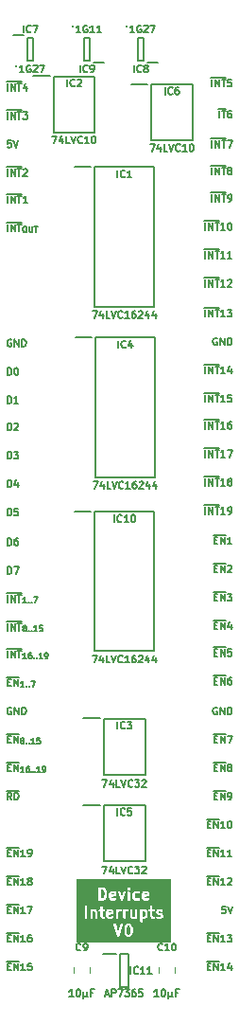
<source format=gbr>
%TF.GenerationSoftware,KiCad,Pcbnew,7.0.5*%
%TF.CreationDate,2023-12-15T16:55:50+02:00*%
%TF.ProjectId,HCP65 Device Interrupts,48435036-3520-4446-9576-69636520496e,rev?*%
%TF.SameCoordinates,Original*%
%TF.FileFunction,Legend,Top*%
%TF.FilePolarity,Positive*%
%FSLAX46Y46*%
G04 Gerber Fmt 4.6, Leading zero omitted, Abs format (unit mm)*
G04 Created by KiCad (PCBNEW 7.0.5) date 2023-12-15 16:55:50*
%MOMM*%
%LPD*%
G01*
G04 APERTURE LIST*
%ADD10C,0.150000*%
%ADD11C,0.200000*%
%ADD12C,0.120000*%
G04 APERTURE END LIST*
D10*
X105680220Y-137113344D02*
X105891887Y-137113344D01*
X105982601Y-137445963D02*
X105680220Y-137445963D01*
X105680220Y-137445963D02*
X105680220Y-136810963D01*
X105680220Y-136810963D02*
X105982601Y-136810963D01*
X106254744Y-137445963D02*
X106254744Y-136810963D01*
X106254744Y-136810963D02*
X106617601Y-137445963D01*
X106617601Y-137445963D02*
X106617601Y-136810963D01*
X105592530Y-136634675D02*
X106705292Y-136634675D01*
X107252601Y-137445963D02*
X106889744Y-137445963D01*
X107071172Y-137445963D02*
X107071172Y-136810963D01*
X107071172Y-136810963D02*
X107010696Y-136901677D01*
X107010696Y-136901677D02*
X106950220Y-136962153D01*
X106950220Y-136962153D02*
X106889744Y-136992391D01*
X107645696Y-136810963D02*
X107706173Y-136810963D01*
X107706173Y-136810963D02*
X107766649Y-136841201D01*
X107766649Y-136841201D02*
X107796887Y-136871439D01*
X107796887Y-136871439D02*
X107827125Y-136931915D01*
X107827125Y-136931915D02*
X107857363Y-137052867D01*
X107857363Y-137052867D02*
X107857363Y-137204058D01*
X107857363Y-137204058D02*
X107827125Y-137325010D01*
X107827125Y-137325010D02*
X107796887Y-137385486D01*
X107796887Y-137385486D02*
X107766649Y-137415725D01*
X107766649Y-137415725D02*
X107706173Y-137445963D01*
X107706173Y-137445963D02*
X107645696Y-137445963D01*
X107645696Y-137445963D02*
X107585220Y-137415725D01*
X107585220Y-137415725D02*
X107554982Y-137385486D01*
X107554982Y-137385486D02*
X107524744Y-137325010D01*
X107524744Y-137325010D02*
X107494506Y-137204058D01*
X107494506Y-137204058D02*
X107494506Y-137052867D01*
X107494506Y-137052867D02*
X107524744Y-136931915D01*
X107524744Y-136931915D02*
X107554982Y-136871439D01*
X107554982Y-136871439D02*
X107585220Y-136841201D01*
X107585220Y-136841201D02*
X107645696Y-136810963D01*
X106073315Y-71151963D02*
X106073315Y-70516963D01*
X106375696Y-71151963D02*
X106375696Y-70516963D01*
X106375696Y-70516963D02*
X106738553Y-71151963D01*
X106738553Y-71151963D02*
X106738553Y-70516963D01*
X106950220Y-70516963D02*
X107313077Y-70516963D01*
X107131648Y-71151963D02*
X107131648Y-70516963D01*
X105985625Y-70340675D02*
X107310054Y-70340675D01*
X107827125Y-70516963D02*
X107524744Y-70516963D01*
X107524744Y-70516963D02*
X107494506Y-70819344D01*
X107494506Y-70819344D02*
X107524744Y-70789105D01*
X107524744Y-70789105D02*
X107585220Y-70758867D01*
X107585220Y-70758867D02*
X107736411Y-70758867D01*
X107736411Y-70758867D02*
X107796887Y-70789105D01*
X107796887Y-70789105D02*
X107827125Y-70819344D01*
X107827125Y-70819344D02*
X107857363Y-70879820D01*
X107857363Y-70879820D02*
X107857363Y-71031010D01*
X107857363Y-71031010D02*
X107827125Y-71091486D01*
X107827125Y-71091486D02*
X107796887Y-71121725D01*
X107796887Y-71121725D02*
X107736411Y-71151963D01*
X107736411Y-71151963D02*
X107585220Y-71151963D01*
X107585220Y-71151963D02*
X107524744Y-71121725D01*
X107524744Y-71121725D02*
X107494506Y-71091486D01*
X87752874Y-147273344D02*
X87964541Y-147273344D01*
X88055255Y-147605963D02*
X87752874Y-147605963D01*
X87752874Y-147605963D02*
X87752874Y-146970963D01*
X87752874Y-146970963D02*
X88055255Y-146970963D01*
X88327398Y-147605963D02*
X88327398Y-146970963D01*
X88327398Y-146970963D02*
X88690255Y-147605963D01*
X88690255Y-147605963D02*
X88690255Y-146970963D01*
X87665184Y-146794675D02*
X88777946Y-146794675D01*
X89325255Y-147605963D02*
X88962398Y-147605963D01*
X89143826Y-147605963D02*
X89143826Y-146970963D01*
X89143826Y-146970963D02*
X89083350Y-147061677D01*
X89083350Y-147061677D02*
X89022874Y-147122153D01*
X89022874Y-147122153D02*
X88962398Y-147152391D01*
X89869541Y-146970963D02*
X89748588Y-146970963D01*
X89748588Y-146970963D02*
X89688112Y-147001201D01*
X89688112Y-147001201D02*
X89657874Y-147031439D01*
X89657874Y-147031439D02*
X89597398Y-147122153D01*
X89597398Y-147122153D02*
X89567160Y-147243105D01*
X89567160Y-147243105D02*
X89567160Y-147485010D01*
X89567160Y-147485010D02*
X89597398Y-147545486D01*
X89597398Y-147545486D02*
X89627636Y-147575725D01*
X89627636Y-147575725D02*
X89688112Y-147605963D01*
X89688112Y-147605963D02*
X89809065Y-147605963D01*
X89809065Y-147605963D02*
X89869541Y-147575725D01*
X89869541Y-147575725D02*
X89899779Y-147545486D01*
X89899779Y-147545486D02*
X89930017Y-147485010D01*
X89930017Y-147485010D02*
X89930017Y-147333820D01*
X89930017Y-147333820D02*
X89899779Y-147273344D01*
X89899779Y-147273344D02*
X89869541Y-147243105D01*
X89869541Y-147243105D02*
X89809065Y-147212867D01*
X89809065Y-147212867D02*
X89688112Y-147212867D01*
X89688112Y-147212867D02*
X89627636Y-147243105D01*
X89627636Y-147243105D02*
X89597398Y-147273344D01*
X89597398Y-147273344D02*
X89567160Y-147333820D01*
X87752874Y-99472963D02*
X87752874Y-98837963D01*
X87752874Y-98837963D02*
X87904064Y-98837963D01*
X87904064Y-98837963D02*
X87994779Y-98868201D01*
X87994779Y-98868201D02*
X88055255Y-98928677D01*
X88055255Y-98928677D02*
X88085493Y-98989153D01*
X88085493Y-98989153D02*
X88115731Y-99110105D01*
X88115731Y-99110105D02*
X88115731Y-99200820D01*
X88115731Y-99200820D02*
X88085493Y-99321772D01*
X88085493Y-99321772D02*
X88055255Y-99382248D01*
X88055255Y-99382248D02*
X87994779Y-99442725D01*
X87994779Y-99442725D02*
X87904064Y-99472963D01*
X87904064Y-99472963D02*
X87752874Y-99472963D01*
X88720493Y-99472963D02*
X88357636Y-99472963D01*
X88539064Y-99472963D02*
X88539064Y-98837963D01*
X88539064Y-98837963D02*
X88478588Y-98928677D01*
X88478588Y-98928677D02*
X88418112Y-98989153D01*
X88418112Y-98989153D02*
X88357636Y-99019391D01*
X106073315Y-76612963D02*
X106073315Y-75977963D01*
X106375696Y-76612963D02*
X106375696Y-75977963D01*
X106375696Y-75977963D02*
X106738553Y-76612963D01*
X106738553Y-76612963D02*
X106738553Y-75977963D01*
X106950220Y-75977963D02*
X107313077Y-75977963D01*
X107131648Y-76612963D02*
X107131648Y-75977963D01*
X105985625Y-75801675D02*
X107310054Y-75801675D01*
X107464268Y-75977963D02*
X107887601Y-75977963D01*
X107887601Y-75977963D02*
X107615458Y-76612963D01*
X105680220Y-139653344D02*
X105891887Y-139653344D01*
X105982601Y-139985963D02*
X105680220Y-139985963D01*
X105680220Y-139985963D02*
X105680220Y-139350963D01*
X105680220Y-139350963D02*
X105982601Y-139350963D01*
X106254744Y-139985963D02*
X106254744Y-139350963D01*
X106254744Y-139350963D02*
X106617601Y-139985963D01*
X106617601Y-139985963D02*
X106617601Y-139350963D01*
X105592530Y-139174675D02*
X106705292Y-139174675D01*
X107252601Y-139985963D02*
X106889744Y-139985963D01*
X107071172Y-139985963D02*
X107071172Y-139350963D01*
X107071172Y-139350963D02*
X107010696Y-139441677D01*
X107010696Y-139441677D02*
X106950220Y-139502153D01*
X106950220Y-139502153D02*
X106889744Y-139532391D01*
X107857363Y-139985963D02*
X107494506Y-139985963D01*
X107675934Y-139985963D02*
X107675934Y-139350963D01*
X107675934Y-139350963D02*
X107615458Y-139441677D01*
X107615458Y-139441677D02*
X107554982Y-139502153D01*
X107554982Y-139502153D02*
X107494506Y-139532391D01*
X105468553Y-89058963D02*
X105468553Y-88423963D01*
X105770934Y-89058963D02*
X105770934Y-88423963D01*
X105770934Y-88423963D02*
X106133791Y-89058963D01*
X106133791Y-89058963D02*
X106133791Y-88423963D01*
X106345458Y-88423963D02*
X106708315Y-88423963D01*
X106526886Y-89058963D02*
X106526886Y-88423963D01*
X105380863Y-88247675D02*
X106705292Y-88247675D01*
X107252601Y-89058963D02*
X106889744Y-89058963D01*
X107071172Y-89058963D02*
X107071172Y-88423963D01*
X107071172Y-88423963D02*
X107010696Y-88514677D01*
X107010696Y-88514677D02*
X106950220Y-88575153D01*
X106950220Y-88575153D02*
X106889744Y-88605391D01*
X107494506Y-88484439D02*
X107524744Y-88454201D01*
X107524744Y-88454201D02*
X107585220Y-88423963D01*
X107585220Y-88423963D02*
X107736411Y-88423963D01*
X107736411Y-88423963D02*
X107796887Y-88454201D01*
X107796887Y-88454201D02*
X107827125Y-88484439D01*
X107827125Y-88484439D02*
X107857363Y-88544915D01*
X107857363Y-88544915D02*
X107857363Y-88605391D01*
X107857363Y-88605391D02*
X107827125Y-88696105D01*
X107827125Y-88696105D02*
X107464268Y-89058963D01*
X107464268Y-89058963D02*
X107857363Y-89058963D01*
X87752874Y-81565963D02*
X87752874Y-80930963D01*
X88055255Y-81565963D02*
X88055255Y-80930963D01*
X88055255Y-80930963D02*
X88418112Y-81565963D01*
X88418112Y-81565963D02*
X88418112Y-80930963D01*
X88629779Y-80930963D02*
X88992636Y-80930963D01*
X88811207Y-81565963D02*
X88811207Y-80930963D01*
X87665184Y-80754675D02*
X88989613Y-80754675D01*
X89536922Y-81565963D02*
X89174065Y-81565963D01*
X89355493Y-81565963D02*
X89355493Y-80930963D01*
X89355493Y-80930963D02*
X89295017Y-81021677D01*
X89295017Y-81021677D02*
X89234541Y-81082153D01*
X89234541Y-81082153D02*
X89174065Y-81112391D01*
X87752874Y-71532963D02*
X87752874Y-70897963D01*
X88055255Y-71532963D02*
X88055255Y-70897963D01*
X88055255Y-70897963D02*
X88418112Y-71532963D01*
X88418112Y-71532963D02*
X88418112Y-70897963D01*
X88629779Y-70897963D02*
X88992636Y-70897963D01*
X88811207Y-71532963D02*
X88811207Y-70897963D01*
X87665184Y-70721675D02*
X88989613Y-70721675D01*
X89476446Y-71109629D02*
X89476446Y-71532963D01*
X89325255Y-70867725D02*
X89174065Y-71321296D01*
X89174065Y-71321296D02*
X89567160Y-71321296D01*
X106284982Y-132033344D02*
X106496649Y-132033344D01*
X106587363Y-132365963D02*
X106284982Y-132365963D01*
X106284982Y-132365963D02*
X106284982Y-131730963D01*
X106284982Y-131730963D02*
X106587363Y-131730963D01*
X106859506Y-132365963D02*
X106859506Y-131730963D01*
X106859506Y-131730963D02*
X107222363Y-132365963D01*
X107222363Y-132365963D02*
X107222363Y-131730963D01*
X106197292Y-131554675D02*
X107310054Y-131554675D01*
X107615458Y-132003105D02*
X107554982Y-131972867D01*
X107554982Y-131972867D02*
X107524744Y-131942629D01*
X107524744Y-131942629D02*
X107494506Y-131882153D01*
X107494506Y-131882153D02*
X107494506Y-131851915D01*
X107494506Y-131851915D02*
X107524744Y-131791439D01*
X107524744Y-131791439D02*
X107554982Y-131761201D01*
X107554982Y-131761201D02*
X107615458Y-131730963D01*
X107615458Y-131730963D02*
X107736411Y-131730963D01*
X107736411Y-131730963D02*
X107796887Y-131761201D01*
X107796887Y-131761201D02*
X107827125Y-131791439D01*
X107827125Y-131791439D02*
X107857363Y-131851915D01*
X107857363Y-131851915D02*
X107857363Y-131882153D01*
X107857363Y-131882153D02*
X107827125Y-131942629D01*
X107827125Y-131942629D02*
X107796887Y-131972867D01*
X107796887Y-131972867D02*
X107736411Y-132003105D01*
X107736411Y-132003105D02*
X107615458Y-132003105D01*
X107615458Y-132003105D02*
X107554982Y-132033344D01*
X107554982Y-132033344D02*
X107524744Y-132063582D01*
X107524744Y-132063582D02*
X107494506Y-132124058D01*
X107494506Y-132124058D02*
X107494506Y-132245010D01*
X107494506Y-132245010D02*
X107524744Y-132305486D01*
X107524744Y-132305486D02*
X107554982Y-132335725D01*
X107554982Y-132335725D02*
X107615458Y-132365963D01*
X107615458Y-132365963D02*
X107736411Y-132365963D01*
X107736411Y-132365963D02*
X107796887Y-132335725D01*
X107796887Y-132335725D02*
X107827125Y-132305486D01*
X107827125Y-132305486D02*
X107857363Y-132245010D01*
X107857363Y-132245010D02*
X107857363Y-132124058D01*
X107857363Y-132124058D02*
X107827125Y-132063582D01*
X107827125Y-132063582D02*
X107796887Y-132033344D01*
X107796887Y-132033344D02*
X107736411Y-132003105D01*
X87752874Y-122205963D02*
X87752874Y-121570963D01*
X88055255Y-122205963D02*
X88055255Y-121570963D01*
X88055255Y-121570963D02*
X88418112Y-122205963D01*
X88418112Y-122205963D02*
X88418112Y-121570963D01*
X88629779Y-121570963D02*
X88992636Y-121570963D01*
X88811207Y-122205963D02*
X88811207Y-121570963D01*
X87665184Y-121394675D02*
X88989613Y-121394675D01*
X89440160Y-122276115D02*
X89149874Y-122276115D01*
X89295017Y-122276115D02*
X89295017Y-121768115D01*
X89295017Y-121768115D02*
X89246636Y-121840686D01*
X89246636Y-121840686D02*
X89198255Y-121889067D01*
X89198255Y-121889067D02*
X89149874Y-121913258D01*
X89875589Y-121768115D02*
X89778827Y-121768115D01*
X89778827Y-121768115D02*
X89730446Y-121792305D01*
X89730446Y-121792305D02*
X89706256Y-121816496D01*
X89706256Y-121816496D02*
X89657875Y-121889067D01*
X89657875Y-121889067D02*
X89633684Y-121985829D01*
X89633684Y-121985829D02*
X89633684Y-122179353D01*
X89633684Y-122179353D02*
X89657875Y-122227734D01*
X89657875Y-122227734D02*
X89682065Y-122251925D01*
X89682065Y-122251925D02*
X89730446Y-122276115D01*
X89730446Y-122276115D02*
X89827208Y-122276115D01*
X89827208Y-122276115D02*
X89875589Y-122251925D01*
X89875589Y-122251925D02*
X89899780Y-122227734D01*
X89899780Y-122227734D02*
X89923970Y-122179353D01*
X89923970Y-122179353D02*
X89923970Y-122058401D01*
X89923970Y-122058401D02*
X89899780Y-122010020D01*
X89899780Y-122010020D02*
X89875589Y-121985829D01*
X89875589Y-121985829D02*
X89827208Y-121961639D01*
X89827208Y-121961639D02*
X89730446Y-121961639D01*
X89730446Y-121961639D02*
X89682065Y-121985829D01*
X89682065Y-121985829D02*
X89657875Y-122010020D01*
X89657875Y-122010020D02*
X89633684Y-122058401D01*
X90141685Y-122227734D02*
X90165875Y-122251925D01*
X90165875Y-122251925D02*
X90141685Y-122276115D01*
X90141685Y-122276115D02*
X90117494Y-122251925D01*
X90117494Y-122251925D02*
X90141685Y-122227734D01*
X90141685Y-122227734D02*
X90141685Y-122276115D01*
X90383590Y-122227734D02*
X90407780Y-122251925D01*
X90407780Y-122251925D02*
X90383590Y-122276115D01*
X90383590Y-122276115D02*
X90359399Y-122251925D01*
X90359399Y-122251925D02*
X90383590Y-122227734D01*
X90383590Y-122227734D02*
X90383590Y-122276115D01*
X90891590Y-122276115D02*
X90601304Y-122276115D01*
X90746447Y-122276115D02*
X90746447Y-121768115D01*
X90746447Y-121768115D02*
X90698066Y-121840686D01*
X90698066Y-121840686D02*
X90649685Y-121889067D01*
X90649685Y-121889067D02*
X90601304Y-121913258D01*
X91133495Y-122276115D02*
X91230257Y-122276115D01*
X91230257Y-122276115D02*
X91278638Y-122251925D01*
X91278638Y-122251925D02*
X91302829Y-122227734D01*
X91302829Y-122227734D02*
X91351210Y-122155163D01*
X91351210Y-122155163D02*
X91375400Y-122058401D01*
X91375400Y-122058401D02*
X91375400Y-121864877D01*
X91375400Y-121864877D02*
X91351210Y-121816496D01*
X91351210Y-121816496D02*
X91327019Y-121792305D01*
X91327019Y-121792305D02*
X91278638Y-121768115D01*
X91278638Y-121768115D02*
X91181876Y-121768115D01*
X91181876Y-121768115D02*
X91133495Y-121792305D01*
X91133495Y-121792305D02*
X91109305Y-121816496D01*
X91109305Y-121816496D02*
X91085114Y-121864877D01*
X91085114Y-121864877D02*
X91085114Y-121985829D01*
X91085114Y-121985829D02*
X91109305Y-122034210D01*
X91109305Y-122034210D02*
X91133495Y-122058401D01*
X91133495Y-122058401D02*
X91181876Y-122082591D01*
X91181876Y-122082591D02*
X91278638Y-122082591D01*
X91278638Y-122082591D02*
X91327019Y-122058401D01*
X91327019Y-122058401D02*
X91351210Y-122034210D01*
X91351210Y-122034210D02*
X91375400Y-121985829D01*
X106738553Y-73945963D02*
X106738553Y-73310963D01*
X106950220Y-73310963D02*
X107313077Y-73310963D01*
X107131648Y-73945963D02*
X107131648Y-73310963D01*
X106650863Y-73134675D02*
X107310054Y-73134675D01*
X107796887Y-73310963D02*
X107675934Y-73310963D01*
X107675934Y-73310963D02*
X107615458Y-73341201D01*
X107615458Y-73341201D02*
X107585220Y-73371439D01*
X107585220Y-73371439D02*
X107524744Y-73462153D01*
X107524744Y-73462153D02*
X107494506Y-73583105D01*
X107494506Y-73583105D02*
X107494506Y-73825010D01*
X107494506Y-73825010D02*
X107524744Y-73885486D01*
X107524744Y-73885486D02*
X107554982Y-73915725D01*
X107554982Y-73915725D02*
X107615458Y-73945963D01*
X107615458Y-73945963D02*
X107736411Y-73945963D01*
X107736411Y-73945963D02*
X107796887Y-73915725D01*
X107796887Y-73915725D02*
X107827125Y-73885486D01*
X107827125Y-73885486D02*
X107857363Y-73825010D01*
X107857363Y-73825010D02*
X107857363Y-73673820D01*
X107857363Y-73673820D02*
X107827125Y-73613344D01*
X107827125Y-73613344D02*
X107796887Y-73583105D01*
X107796887Y-73583105D02*
X107736411Y-73552867D01*
X107736411Y-73552867D02*
X107615458Y-73552867D01*
X107615458Y-73552867D02*
X107554982Y-73583105D01*
X107554982Y-73583105D02*
X107524744Y-73613344D01*
X107524744Y-73613344D02*
X107494506Y-73673820D01*
X106284982Y-111713344D02*
X106496649Y-111713344D01*
X106587363Y-112045963D02*
X106284982Y-112045963D01*
X106284982Y-112045963D02*
X106284982Y-111410963D01*
X106284982Y-111410963D02*
X106587363Y-111410963D01*
X106859506Y-112045963D02*
X106859506Y-111410963D01*
X106859506Y-111410963D02*
X107222363Y-112045963D01*
X107222363Y-112045963D02*
X107222363Y-111410963D01*
X106197292Y-111234675D02*
X107310054Y-111234675D01*
X107857363Y-112045963D02*
X107494506Y-112045963D01*
X107675934Y-112045963D02*
X107675934Y-111410963D01*
X107675934Y-111410963D02*
X107615458Y-111501677D01*
X107615458Y-111501677D02*
X107554982Y-111562153D01*
X107554982Y-111562153D02*
X107494506Y-111592391D01*
X106073315Y-81438963D02*
X106073315Y-80803963D01*
X106375696Y-81438963D02*
X106375696Y-80803963D01*
X106375696Y-80803963D02*
X106738553Y-81438963D01*
X106738553Y-81438963D02*
X106738553Y-80803963D01*
X106950220Y-80803963D02*
X107313077Y-80803963D01*
X107131648Y-81438963D02*
X107131648Y-80803963D01*
X105985625Y-80627675D02*
X107310054Y-80627675D01*
X107554982Y-81438963D02*
X107675934Y-81438963D01*
X107675934Y-81438963D02*
X107736411Y-81408725D01*
X107736411Y-81408725D02*
X107766649Y-81378486D01*
X107766649Y-81378486D02*
X107827125Y-81287772D01*
X107827125Y-81287772D02*
X107857363Y-81166820D01*
X107857363Y-81166820D02*
X107857363Y-80924915D01*
X107857363Y-80924915D02*
X107827125Y-80864439D01*
X107827125Y-80864439D02*
X107796887Y-80834201D01*
X107796887Y-80834201D02*
X107736411Y-80803963D01*
X107736411Y-80803963D02*
X107615458Y-80803963D01*
X107615458Y-80803963D02*
X107554982Y-80834201D01*
X107554982Y-80834201D02*
X107524744Y-80864439D01*
X107524744Y-80864439D02*
X107494506Y-80924915D01*
X107494506Y-80924915D02*
X107494506Y-81076105D01*
X107494506Y-81076105D02*
X107524744Y-81136582D01*
X107524744Y-81136582D02*
X107554982Y-81166820D01*
X107554982Y-81166820D02*
X107615458Y-81197058D01*
X107615458Y-81197058D02*
X107736411Y-81197058D01*
X107736411Y-81197058D02*
X107796887Y-81166820D01*
X107796887Y-81166820D02*
X107827125Y-81136582D01*
X107827125Y-81136582D02*
X107857363Y-81076105D01*
X105468553Y-83978963D02*
X105468553Y-83343963D01*
X105770934Y-83978963D02*
X105770934Y-83343963D01*
X105770934Y-83343963D02*
X106133791Y-83978963D01*
X106133791Y-83978963D02*
X106133791Y-83343963D01*
X106345458Y-83343963D02*
X106708315Y-83343963D01*
X106526886Y-83978963D02*
X106526886Y-83343963D01*
X105380863Y-83167675D02*
X106705292Y-83167675D01*
X107252601Y-83978963D02*
X106889744Y-83978963D01*
X107071172Y-83978963D02*
X107071172Y-83343963D01*
X107071172Y-83343963D02*
X107010696Y-83434677D01*
X107010696Y-83434677D02*
X106950220Y-83495153D01*
X106950220Y-83495153D02*
X106889744Y-83525391D01*
X107645696Y-83343963D02*
X107706173Y-83343963D01*
X107706173Y-83343963D02*
X107766649Y-83374201D01*
X107766649Y-83374201D02*
X107796887Y-83404439D01*
X107796887Y-83404439D02*
X107827125Y-83464915D01*
X107827125Y-83464915D02*
X107857363Y-83585867D01*
X107857363Y-83585867D02*
X107857363Y-83737058D01*
X107857363Y-83737058D02*
X107827125Y-83858010D01*
X107827125Y-83858010D02*
X107796887Y-83918486D01*
X107796887Y-83918486D02*
X107766649Y-83948725D01*
X107766649Y-83948725D02*
X107706173Y-83978963D01*
X107706173Y-83978963D02*
X107645696Y-83978963D01*
X107645696Y-83978963D02*
X107585220Y-83948725D01*
X107585220Y-83948725D02*
X107554982Y-83918486D01*
X107554982Y-83918486D02*
X107524744Y-83858010D01*
X107524744Y-83858010D02*
X107494506Y-83737058D01*
X107494506Y-83737058D02*
X107494506Y-83585867D01*
X107494506Y-83585867D02*
X107524744Y-83464915D01*
X107524744Y-83464915D02*
X107554982Y-83404439D01*
X107554982Y-83404439D02*
X107585220Y-83374201D01*
X107585220Y-83374201D02*
X107645696Y-83343963D01*
X106526887Y-93661201D02*
X106466411Y-93630963D01*
X106466411Y-93630963D02*
X106375697Y-93630963D01*
X106375697Y-93630963D02*
X106284982Y-93661201D01*
X106284982Y-93661201D02*
X106224506Y-93721677D01*
X106224506Y-93721677D02*
X106194268Y-93782153D01*
X106194268Y-93782153D02*
X106164030Y-93903105D01*
X106164030Y-93903105D02*
X106164030Y-93993820D01*
X106164030Y-93993820D02*
X106194268Y-94114772D01*
X106194268Y-94114772D02*
X106224506Y-94175248D01*
X106224506Y-94175248D02*
X106284982Y-94235725D01*
X106284982Y-94235725D02*
X106375697Y-94265963D01*
X106375697Y-94265963D02*
X106436173Y-94265963D01*
X106436173Y-94265963D02*
X106526887Y-94235725D01*
X106526887Y-94235725D02*
X106557125Y-94205486D01*
X106557125Y-94205486D02*
X106557125Y-93993820D01*
X106557125Y-93993820D02*
X106436173Y-93993820D01*
X106829268Y-94265963D02*
X106829268Y-93630963D01*
X106829268Y-93630963D02*
X107192125Y-94265963D01*
X107192125Y-94265963D02*
X107192125Y-93630963D01*
X107494506Y-94265963D02*
X107494506Y-93630963D01*
X107494506Y-93630963D02*
X107645696Y-93630963D01*
X107645696Y-93630963D02*
X107736411Y-93661201D01*
X107736411Y-93661201D02*
X107796887Y-93721677D01*
X107796887Y-93721677D02*
X107827125Y-93782153D01*
X107827125Y-93782153D02*
X107857363Y-93903105D01*
X107857363Y-93903105D02*
X107857363Y-93993820D01*
X107857363Y-93993820D02*
X107827125Y-94114772D01*
X107827125Y-94114772D02*
X107796887Y-94175248D01*
X107796887Y-94175248D02*
X107736411Y-94235725D01*
X107736411Y-94235725D02*
X107645696Y-94265963D01*
X107645696Y-94265963D02*
X107494506Y-94265963D01*
X106073315Y-79025963D02*
X106073315Y-78390963D01*
X106375696Y-79025963D02*
X106375696Y-78390963D01*
X106375696Y-78390963D02*
X106738553Y-79025963D01*
X106738553Y-79025963D02*
X106738553Y-78390963D01*
X106950220Y-78390963D02*
X107313077Y-78390963D01*
X107131648Y-79025963D02*
X107131648Y-78390963D01*
X105985625Y-78214675D02*
X107310054Y-78214675D01*
X107615458Y-78663105D02*
X107554982Y-78632867D01*
X107554982Y-78632867D02*
X107524744Y-78602629D01*
X107524744Y-78602629D02*
X107494506Y-78542153D01*
X107494506Y-78542153D02*
X107494506Y-78511915D01*
X107494506Y-78511915D02*
X107524744Y-78451439D01*
X107524744Y-78451439D02*
X107554982Y-78421201D01*
X107554982Y-78421201D02*
X107615458Y-78390963D01*
X107615458Y-78390963D02*
X107736411Y-78390963D01*
X107736411Y-78390963D02*
X107796887Y-78421201D01*
X107796887Y-78421201D02*
X107827125Y-78451439D01*
X107827125Y-78451439D02*
X107857363Y-78511915D01*
X107857363Y-78511915D02*
X107857363Y-78542153D01*
X107857363Y-78542153D02*
X107827125Y-78602629D01*
X107827125Y-78602629D02*
X107796887Y-78632867D01*
X107796887Y-78632867D02*
X107736411Y-78663105D01*
X107736411Y-78663105D02*
X107615458Y-78663105D01*
X107615458Y-78663105D02*
X107554982Y-78693344D01*
X107554982Y-78693344D02*
X107524744Y-78723582D01*
X107524744Y-78723582D02*
X107494506Y-78784058D01*
X107494506Y-78784058D02*
X107494506Y-78905010D01*
X107494506Y-78905010D02*
X107524744Y-78965486D01*
X107524744Y-78965486D02*
X107554982Y-78995725D01*
X107554982Y-78995725D02*
X107615458Y-79025963D01*
X107615458Y-79025963D02*
X107736411Y-79025963D01*
X107736411Y-79025963D02*
X107796887Y-78995725D01*
X107796887Y-78995725D02*
X107827125Y-78965486D01*
X107827125Y-78965486D02*
X107857363Y-78905010D01*
X107857363Y-78905010D02*
X107857363Y-78784058D01*
X107857363Y-78784058D02*
X107827125Y-78723582D01*
X107827125Y-78723582D02*
X107796887Y-78693344D01*
X107796887Y-78693344D02*
X107736411Y-78663105D01*
X87752874Y-132033344D02*
X87964541Y-132033344D01*
X88055255Y-132365963D02*
X87752874Y-132365963D01*
X87752874Y-132365963D02*
X87752874Y-131730963D01*
X87752874Y-131730963D02*
X88055255Y-131730963D01*
X88327398Y-132365963D02*
X88327398Y-131730963D01*
X88327398Y-131730963D02*
X88690255Y-132365963D01*
X88690255Y-132365963D02*
X88690255Y-131730963D01*
X87665184Y-131554675D02*
X88777946Y-131554675D01*
X89228493Y-132436115D02*
X88938207Y-132436115D01*
X89083350Y-132436115D02*
X89083350Y-131928115D01*
X89083350Y-131928115D02*
X89034969Y-132000686D01*
X89034969Y-132000686D02*
X88986588Y-132049067D01*
X88986588Y-132049067D02*
X88938207Y-132073258D01*
X89663922Y-131928115D02*
X89567160Y-131928115D01*
X89567160Y-131928115D02*
X89518779Y-131952305D01*
X89518779Y-131952305D02*
X89494589Y-131976496D01*
X89494589Y-131976496D02*
X89446208Y-132049067D01*
X89446208Y-132049067D02*
X89422017Y-132145829D01*
X89422017Y-132145829D02*
X89422017Y-132339353D01*
X89422017Y-132339353D02*
X89446208Y-132387734D01*
X89446208Y-132387734D02*
X89470398Y-132411925D01*
X89470398Y-132411925D02*
X89518779Y-132436115D01*
X89518779Y-132436115D02*
X89615541Y-132436115D01*
X89615541Y-132436115D02*
X89663922Y-132411925D01*
X89663922Y-132411925D02*
X89688113Y-132387734D01*
X89688113Y-132387734D02*
X89712303Y-132339353D01*
X89712303Y-132339353D02*
X89712303Y-132218401D01*
X89712303Y-132218401D02*
X89688113Y-132170020D01*
X89688113Y-132170020D02*
X89663922Y-132145829D01*
X89663922Y-132145829D02*
X89615541Y-132121639D01*
X89615541Y-132121639D02*
X89518779Y-132121639D01*
X89518779Y-132121639D02*
X89470398Y-132145829D01*
X89470398Y-132145829D02*
X89446208Y-132170020D01*
X89446208Y-132170020D02*
X89422017Y-132218401D01*
X89930018Y-132387734D02*
X89954208Y-132411925D01*
X89954208Y-132411925D02*
X89930018Y-132436115D01*
X89930018Y-132436115D02*
X89905827Y-132411925D01*
X89905827Y-132411925D02*
X89930018Y-132387734D01*
X89930018Y-132387734D02*
X89930018Y-132436115D01*
X90171923Y-132387734D02*
X90196113Y-132411925D01*
X90196113Y-132411925D02*
X90171923Y-132436115D01*
X90171923Y-132436115D02*
X90147732Y-132411925D01*
X90147732Y-132411925D02*
X90171923Y-132387734D01*
X90171923Y-132387734D02*
X90171923Y-132436115D01*
X90679923Y-132436115D02*
X90389637Y-132436115D01*
X90534780Y-132436115D02*
X90534780Y-131928115D01*
X90534780Y-131928115D02*
X90486399Y-132000686D01*
X90486399Y-132000686D02*
X90438018Y-132049067D01*
X90438018Y-132049067D02*
X90389637Y-132073258D01*
X90921828Y-132436115D02*
X91018590Y-132436115D01*
X91018590Y-132436115D02*
X91066971Y-132411925D01*
X91066971Y-132411925D02*
X91091162Y-132387734D01*
X91091162Y-132387734D02*
X91139543Y-132315163D01*
X91139543Y-132315163D02*
X91163733Y-132218401D01*
X91163733Y-132218401D02*
X91163733Y-132024877D01*
X91163733Y-132024877D02*
X91139543Y-131976496D01*
X91139543Y-131976496D02*
X91115352Y-131952305D01*
X91115352Y-131952305D02*
X91066971Y-131928115D01*
X91066971Y-131928115D02*
X90970209Y-131928115D01*
X90970209Y-131928115D02*
X90921828Y-131952305D01*
X90921828Y-131952305D02*
X90897638Y-131976496D01*
X90897638Y-131976496D02*
X90873447Y-132024877D01*
X90873447Y-132024877D02*
X90873447Y-132145829D01*
X90873447Y-132145829D02*
X90897638Y-132194210D01*
X90897638Y-132194210D02*
X90921828Y-132218401D01*
X90921828Y-132218401D02*
X90970209Y-132242591D01*
X90970209Y-132242591D02*
X91066971Y-132242591D01*
X91066971Y-132242591D02*
X91115352Y-132218401D01*
X91115352Y-132218401D02*
X91139543Y-132194210D01*
X91139543Y-132194210D02*
X91163733Y-132145829D01*
X105680220Y-149813344D02*
X105891887Y-149813344D01*
X105982601Y-150145963D02*
X105680220Y-150145963D01*
X105680220Y-150145963D02*
X105680220Y-149510963D01*
X105680220Y-149510963D02*
X105982601Y-149510963D01*
X106254744Y-150145963D02*
X106254744Y-149510963D01*
X106254744Y-149510963D02*
X106617601Y-150145963D01*
X106617601Y-150145963D02*
X106617601Y-149510963D01*
X105592530Y-149334675D02*
X106705292Y-149334675D01*
X107252601Y-150145963D02*
X106889744Y-150145963D01*
X107071172Y-150145963D02*
X107071172Y-149510963D01*
X107071172Y-149510963D02*
X107010696Y-149601677D01*
X107010696Y-149601677D02*
X106950220Y-149662153D01*
X106950220Y-149662153D02*
X106889744Y-149692391D01*
X107796887Y-149722629D02*
X107796887Y-150145963D01*
X107645696Y-149480725D02*
X107494506Y-149934296D01*
X107494506Y-149934296D02*
X107887601Y-149934296D01*
X87752874Y-106965963D02*
X87752874Y-106330963D01*
X87752874Y-106330963D02*
X87904064Y-106330963D01*
X87904064Y-106330963D02*
X87994779Y-106361201D01*
X87994779Y-106361201D02*
X88055255Y-106421677D01*
X88055255Y-106421677D02*
X88085493Y-106482153D01*
X88085493Y-106482153D02*
X88115731Y-106603105D01*
X88115731Y-106603105D02*
X88115731Y-106693820D01*
X88115731Y-106693820D02*
X88085493Y-106814772D01*
X88085493Y-106814772D02*
X88055255Y-106875248D01*
X88055255Y-106875248D02*
X87994779Y-106935725D01*
X87994779Y-106935725D02*
X87904064Y-106965963D01*
X87904064Y-106965963D02*
X87752874Y-106965963D01*
X88660017Y-106542629D02*
X88660017Y-106965963D01*
X88508826Y-106300725D02*
X88357636Y-106754296D01*
X88357636Y-106754296D02*
X88750731Y-106754296D01*
X105468553Y-109378963D02*
X105468553Y-108743963D01*
X105770934Y-109378963D02*
X105770934Y-108743963D01*
X105770934Y-108743963D02*
X106133791Y-109378963D01*
X106133791Y-109378963D02*
X106133791Y-108743963D01*
X106345458Y-108743963D02*
X106708315Y-108743963D01*
X106526886Y-109378963D02*
X106526886Y-108743963D01*
X105380863Y-108567675D02*
X106705292Y-108567675D01*
X107252601Y-109378963D02*
X106889744Y-109378963D01*
X107071172Y-109378963D02*
X107071172Y-108743963D01*
X107071172Y-108743963D02*
X107010696Y-108834677D01*
X107010696Y-108834677D02*
X106950220Y-108895153D01*
X106950220Y-108895153D02*
X106889744Y-108925391D01*
X107554982Y-109378963D02*
X107675934Y-109378963D01*
X107675934Y-109378963D02*
X107736411Y-109348725D01*
X107736411Y-109348725D02*
X107766649Y-109318486D01*
X107766649Y-109318486D02*
X107827125Y-109227772D01*
X107827125Y-109227772D02*
X107857363Y-109106820D01*
X107857363Y-109106820D02*
X107857363Y-108864915D01*
X107857363Y-108864915D02*
X107827125Y-108804439D01*
X107827125Y-108804439D02*
X107796887Y-108774201D01*
X107796887Y-108774201D02*
X107736411Y-108743963D01*
X107736411Y-108743963D02*
X107615458Y-108743963D01*
X107615458Y-108743963D02*
X107554982Y-108774201D01*
X107554982Y-108774201D02*
X107524744Y-108804439D01*
X107524744Y-108804439D02*
X107494506Y-108864915D01*
X107494506Y-108864915D02*
X107494506Y-109016105D01*
X107494506Y-109016105D02*
X107524744Y-109076582D01*
X107524744Y-109076582D02*
X107554982Y-109106820D01*
X107554982Y-109106820D02*
X107615458Y-109137058D01*
X107615458Y-109137058D02*
X107736411Y-109137058D01*
X107736411Y-109137058D02*
X107796887Y-109106820D01*
X107796887Y-109106820D02*
X107827125Y-109076582D01*
X107827125Y-109076582D02*
X107857363Y-109016105D01*
X105468553Y-104298963D02*
X105468553Y-103663963D01*
X105770934Y-104298963D02*
X105770934Y-103663963D01*
X105770934Y-103663963D02*
X106133791Y-104298963D01*
X106133791Y-104298963D02*
X106133791Y-103663963D01*
X106345458Y-103663963D02*
X106708315Y-103663963D01*
X106526886Y-104298963D02*
X106526886Y-103663963D01*
X105380863Y-103487675D02*
X106705292Y-103487675D01*
X107252601Y-104298963D02*
X106889744Y-104298963D01*
X107071172Y-104298963D02*
X107071172Y-103663963D01*
X107071172Y-103663963D02*
X107010696Y-103754677D01*
X107010696Y-103754677D02*
X106950220Y-103815153D01*
X106950220Y-103815153D02*
X106889744Y-103845391D01*
X107464268Y-103663963D02*
X107887601Y-103663963D01*
X107887601Y-103663963D02*
X107615458Y-104298963D01*
X105468553Y-99345963D02*
X105468553Y-98710963D01*
X105770934Y-99345963D02*
X105770934Y-98710963D01*
X105770934Y-98710963D02*
X106133791Y-99345963D01*
X106133791Y-99345963D02*
X106133791Y-98710963D01*
X106345458Y-98710963D02*
X106708315Y-98710963D01*
X106526886Y-99345963D02*
X106526886Y-98710963D01*
X105380863Y-98534675D02*
X106705292Y-98534675D01*
X107252601Y-99345963D02*
X106889744Y-99345963D01*
X107071172Y-99345963D02*
X107071172Y-98710963D01*
X107071172Y-98710963D02*
X107010696Y-98801677D01*
X107010696Y-98801677D02*
X106950220Y-98862153D01*
X106950220Y-98862153D02*
X106889744Y-98892391D01*
X107827125Y-98710963D02*
X107524744Y-98710963D01*
X107524744Y-98710963D02*
X107494506Y-99013344D01*
X107494506Y-99013344D02*
X107524744Y-98983105D01*
X107524744Y-98983105D02*
X107585220Y-98952867D01*
X107585220Y-98952867D02*
X107736411Y-98952867D01*
X107736411Y-98952867D02*
X107796887Y-98983105D01*
X107796887Y-98983105D02*
X107827125Y-99013344D01*
X107827125Y-99013344D02*
X107857363Y-99073820D01*
X107857363Y-99073820D02*
X107857363Y-99225010D01*
X107857363Y-99225010D02*
X107827125Y-99285486D01*
X107827125Y-99285486D02*
X107796887Y-99315725D01*
X107796887Y-99315725D02*
X107736411Y-99345963D01*
X107736411Y-99345963D02*
X107585220Y-99345963D01*
X107585220Y-99345963D02*
X107524744Y-99315725D01*
X107524744Y-99315725D02*
X107494506Y-99285486D01*
X106526887Y-126681201D02*
X106466411Y-126650963D01*
X106466411Y-126650963D02*
X106375697Y-126650963D01*
X106375697Y-126650963D02*
X106284982Y-126681201D01*
X106284982Y-126681201D02*
X106224506Y-126741677D01*
X106224506Y-126741677D02*
X106194268Y-126802153D01*
X106194268Y-126802153D02*
X106164030Y-126923105D01*
X106164030Y-126923105D02*
X106164030Y-127013820D01*
X106164030Y-127013820D02*
X106194268Y-127134772D01*
X106194268Y-127134772D02*
X106224506Y-127195248D01*
X106224506Y-127195248D02*
X106284982Y-127255725D01*
X106284982Y-127255725D02*
X106375697Y-127285963D01*
X106375697Y-127285963D02*
X106436173Y-127285963D01*
X106436173Y-127285963D02*
X106526887Y-127255725D01*
X106526887Y-127255725D02*
X106557125Y-127225486D01*
X106557125Y-127225486D02*
X106557125Y-127013820D01*
X106557125Y-127013820D02*
X106436173Y-127013820D01*
X106829268Y-127285963D02*
X106829268Y-126650963D01*
X106829268Y-126650963D02*
X107192125Y-127285963D01*
X107192125Y-127285963D02*
X107192125Y-126650963D01*
X107494506Y-127285963D02*
X107494506Y-126650963D01*
X107494506Y-126650963D02*
X107645696Y-126650963D01*
X107645696Y-126650963D02*
X107736411Y-126681201D01*
X107736411Y-126681201D02*
X107796887Y-126741677D01*
X107796887Y-126741677D02*
X107827125Y-126802153D01*
X107827125Y-126802153D02*
X107857363Y-126923105D01*
X107857363Y-126923105D02*
X107857363Y-127013820D01*
X107857363Y-127013820D02*
X107827125Y-127134772D01*
X107827125Y-127134772D02*
X107796887Y-127195248D01*
X107796887Y-127195248D02*
X107736411Y-127255725D01*
X107736411Y-127255725D02*
X107645696Y-127285963D01*
X107645696Y-127285963D02*
X107494506Y-127285963D01*
X87752874Y-142193344D02*
X87964541Y-142193344D01*
X88055255Y-142525963D02*
X87752874Y-142525963D01*
X87752874Y-142525963D02*
X87752874Y-141890963D01*
X87752874Y-141890963D02*
X88055255Y-141890963D01*
X88327398Y-142525963D02*
X88327398Y-141890963D01*
X88327398Y-141890963D02*
X88690255Y-142525963D01*
X88690255Y-142525963D02*
X88690255Y-141890963D01*
X87665184Y-141714675D02*
X88777946Y-141714675D01*
X89325255Y-142525963D02*
X88962398Y-142525963D01*
X89143826Y-142525963D02*
X89143826Y-141890963D01*
X89143826Y-141890963D02*
X89083350Y-141981677D01*
X89083350Y-141981677D02*
X89022874Y-142042153D01*
X89022874Y-142042153D02*
X88962398Y-142072391D01*
X89688112Y-142163105D02*
X89627636Y-142132867D01*
X89627636Y-142132867D02*
X89597398Y-142102629D01*
X89597398Y-142102629D02*
X89567160Y-142042153D01*
X89567160Y-142042153D02*
X89567160Y-142011915D01*
X89567160Y-142011915D02*
X89597398Y-141951439D01*
X89597398Y-141951439D02*
X89627636Y-141921201D01*
X89627636Y-141921201D02*
X89688112Y-141890963D01*
X89688112Y-141890963D02*
X89809065Y-141890963D01*
X89809065Y-141890963D02*
X89869541Y-141921201D01*
X89869541Y-141921201D02*
X89899779Y-141951439D01*
X89899779Y-141951439D02*
X89930017Y-142011915D01*
X89930017Y-142011915D02*
X89930017Y-142042153D01*
X89930017Y-142042153D02*
X89899779Y-142102629D01*
X89899779Y-142102629D02*
X89869541Y-142132867D01*
X89869541Y-142132867D02*
X89809065Y-142163105D01*
X89809065Y-142163105D02*
X89688112Y-142163105D01*
X89688112Y-142163105D02*
X89627636Y-142193344D01*
X89627636Y-142193344D02*
X89597398Y-142223582D01*
X89597398Y-142223582D02*
X89567160Y-142284058D01*
X89567160Y-142284058D02*
X89567160Y-142405010D01*
X89567160Y-142405010D02*
X89597398Y-142465486D01*
X89597398Y-142465486D02*
X89627636Y-142495725D01*
X89627636Y-142495725D02*
X89688112Y-142525963D01*
X89688112Y-142525963D02*
X89809065Y-142525963D01*
X89809065Y-142525963D02*
X89869541Y-142495725D01*
X89869541Y-142495725D02*
X89899779Y-142465486D01*
X89899779Y-142465486D02*
X89930017Y-142405010D01*
X89930017Y-142405010D02*
X89930017Y-142284058D01*
X89930017Y-142284058D02*
X89899779Y-142223582D01*
X89899779Y-142223582D02*
X89869541Y-142193344D01*
X89869541Y-142193344D02*
X89809065Y-142163105D01*
X105680220Y-142193344D02*
X105891887Y-142193344D01*
X105982601Y-142525963D02*
X105680220Y-142525963D01*
X105680220Y-142525963D02*
X105680220Y-141890963D01*
X105680220Y-141890963D02*
X105982601Y-141890963D01*
X106254744Y-142525963D02*
X106254744Y-141890963D01*
X106254744Y-141890963D02*
X106617601Y-142525963D01*
X106617601Y-142525963D02*
X106617601Y-141890963D01*
X105592530Y-141714675D02*
X106705292Y-141714675D01*
X107252601Y-142525963D02*
X106889744Y-142525963D01*
X107071172Y-142525963D02*
X107071172Y-141890963D01*
X107071172Y-141890963D02*
X107010696Y-141981677D01*
X107010696Y-141981677D02*
X106950220Y-142042153D01*
X106950220Y-142042153D02*
X106889744Y-142072391D01*
X107494506Y-141951439D02*
X107524744Y-141921201D01*
X107524744Y-141921201D02*
X107585220Y-141890963D01*
X107585220Y-141890963D02*
X107736411Y-141890963D01*
X107736411Y-141890963D02*
X107796887Y-141921201D01*
X107796887Y-141921201D02*
X107827125Y-141951439D01*
X107827125Y-141951439D02*
X107857363Y-142011915D01*
X107857363Y-142011915D02*
X107857363Y-142072391D01*
X107857363Y-142072391D02*
X107827125Y-142163105D01*
X107827125Y-142163105D02*
X107464268Y-142525963D01*
X107464268Y-142525963D02*
X107857363Y-142525963D01*
X87752874Y-96932963D02*
X87752874Y-96297963D01*
X87752874Y-96297963D02*
X87904064Y-96297963D01*
X87904064Y-96297963D02*
X87994779Y-96328201D01*
X87994779Y-96328201D02*
X88055255Y-96388677D01*
X88055255Y-96388677D02*
X88085493Y-96449153D01*
X88085493Y-96449153D02*
X88115731Y-96570105D01*
X88115731Y-96570105D02*
X88115731Y-96660820D01*
X88115731Y-96660820D02*
X88085493Y-96781772D01*
X88085493Y-96781772D02*
X88055255Y-96842248D01*
X88055255Y-96842248D02*
X87994779Y-96902725D01*
X87994779Y-96902725D02*
X87904064Y-96932963D01*
X87904064Y-96932963D02*
X87752874Y-96932963D01*
X88508826Y-96297963D02*
X88569303Y-96297963D01*
X88569303Y-96297963D02*
X88629779Y-96328201D01*
X88629779Y-96328201D02*
X88660017Y-96358439D01*
X88660017Y-96358439D02*
X88690255Y-96418915D01*
X88690255Y-96418915D02*
X88720493Y-96539867D01*
X88720493Y-96539867D02*
X88720493Y-96691058D01*
X88720493Y-96691058D02*
X88690255Y-96812010D01*
X88690255Y-96812010D02*
X88660017Y-96872486D01*
X88660017Y-96872486D02*
X88629779Y-96902725D01*
X88629779Y-96902725D02*
X88569303Y-96932963D01*
X88569303Y-96932963D02*
X88508826Y-96932963D01*
X88508826Y-96932963D02*
X88448350Y-96902725D01*
X88448350Y-96902725D02*
X88418112Y-96872486D01*
X88418112Y-96872486D02*
X88387874Y-96812010D01*
X88387874Y-96812010D02*
X88357636Y-96691058D01*
X88357636Y-96691058D02*
X88357636Y-96539867D01*
X88357636Y-96539867D02*
X88387874Y-96418915D01*
X88387874Y-96418915D02*
X88418112Y-96358439D01*
X88418112Y-96358439D02*
X88448350Y-96328201D01*
X88448350Y-96328201D02*
X88508826Y-96297963D01*
X87752874Y-119792963D02*
X87752874Y-119157963D01*
X88055255Y-119792963D02*
X88055255Y-119157963D01*
X88055255Y-119157963D02*
X88418112Y-119792963D01*
X88418112Y-119792963D02*
X88418112Y-119157963D01*
X88629779Y-119157963D02*
X88992636Y-119157963D01*
X88811207Y-119792963D02*
X88811207Y-119157963D01*
X87665184Y-118981675D02*
X88989613Y-118981675D01*
X89246636Y-119572829D02*
X89198255Y-119548639D01*
X89198255Y-119548639D02*
X89174065Y-119524448D01*
X89174065Y-119524448D02*
X89149874Y-119476067D01*
X89149874Y-119476067D02*
X89149874Y-119451877D01*
X89149874Y-119451877D02*
X89174065Y-119403496D01*
X89174065Y-119403496D02*
X89198255Y-119379305D01*
X89198255Y-119379305D02*
X89246636Y-119355115D01*
X89246636Y-119355115D02*
X89343398Y-119355115D01*
X89343398Y-119355115D02*
X89391779Y-119379305D01*
X89391779Y-119379305D02*
X89415970Y-119403496D01*
X89415970Y-119403496D02*
X89440160Y-119451877D01*
X89440160Y-119451877D02*
X89440160Y-119476067D01*
X89440160Y-119476067D02*
X89415970Y-119524448D01*
X89415970Y-119524448D02*
X89391779Y-119548639D01*
X89391779Y-119548639D02*
X89343398Y-119572829D01*
X89343398Y-119572829D02*
X89246636Y-119572829D01*
X89246636Y-119572829D02*
X89198255Y-119597020D01*
X89198255Y-119597020D02*
X89174065Y-119621210D01*
X89174065Y-119621210D02*
X89149874Y-119669591D01*
X89149874Y-119669591D02*
X89149874Y-119766353D01*
X89149874Y-119766353D02*
X89174065Y-119814734D01*
X89174065Y-119814734D02*
X89198255Y-119838925D01*
X89198255Y-119838925D02*
X89246636Y-119863115D01*
X89246636Y-119863115D02*
X89343398Y-119863115D01*
X89343398Y-119863115D02*
X89391779Y-119838925D01*
X89391779Y-119838925D02*
X89415970Y-119814734D01*
X89415970Y-119814734D02*
X89440160Y-119766353D01*
X89440160Y-119766353D02*
X89440160Y-119669591D01*
X89440160Y-119669591D02*
X89415970Y-119621210D01*
X89415970Y-119621210D02*
X89391779Y-119597020D01*
X89391779Y-119597020D02*
X89343398Y-119572829D01*
X89657875Y-119814734D02*
X89682065Y-119838925D01*
X89682065Y-119838925D02*
X89657875Y-119863115D01*
X89657875Y-119863115D02*
X89633684Y-119838925D01*
X89633684Y-119838925D02*
X89657875Y-119814734D01*
X89657875Y-119814734D02*
X89657875Y-119863115D01*
X89899780Y-119814734D02*
X89923970Y-119838925D01*
X89923970Y-119838925D02*
X89899780Y-119863115D01*
X89899780Y-119863115D02*
X89875589Y-119838925D01*
X89875589Y-119838925D02*
X89899780Y-119814734D01*
X89899780Y-119814734D02*
X89899780Y-119863115D01*
X90407780Y-119863115D02*
X90117494Y-119863115D01*
X90262637Y-119863115D02*
X90262637Y-119355115D01*
X90262637Y-119355115D02*
X90214256Y-119427686D01*
X90214256Y-119427686D02*
X90165875Y-119476067D01*
X90165875Y-119476067D02*
X90117494Y-119500258D01*
X90867400Y-119355115D02*
X90625495Y-119355115D01*
X90625495Y-119355115D02*
X90601304Y-119597020D01*
X90601304Y-119597020D02*
X90625495Y-119572829D01*
X90625495Y-119572829D02*
X90673876Y-119548639D01*
X90673876Y-119548639D02*
X90794828Y-119548639D01*
X90794828Y-119548639D02*
X90843209Y-119572829D01*
X90843209Y-119572829D02*
X90867400Y-119597020D01*
X90867400Y-119597020D02*
X90891590Y-119645401D01*
X90891590Y-119645401D02*
X90891590Y-119766353D01*
X90891590Y-119766353D02*
X90867400Y-119814734D01*
X90867400Y-119814734D02*
X90843209Y-119838925D01*
X90843209Y-119838925D02*
X90794828Y-119863115D01*
X90794828Y-119863115D02*
X90673876Y-119863115D01*
X90673876Y-119863115D02*
X90625495Y-119838925D01*
X90625495Y-119838925D02*
X90601304Y-119814734D01*
X105468553Y-91725963D02*
X105468553Y-91090963D01*
X105770934Y-91725963D02*
X105770934Y-91090963D01*
X105770934Y-91090963D02*
X106133791Y-91725963D01*
X106133791Y-91725963D02*
X106133791Y-91090963D01*
X106345458Y-91090963D02*
X106708315Y-91090963D01*
X106526886Y-91725963D02*
X106526886Y-91090963D01*
X105380863Y-90914675D02*
X106705292Y-90914675D01*
X107252601Y-91725963D02*
X106889744Y-91725963D01*
X107071172Y-91725963D02*
X107071172Y-91090963D01*
X107071172Y-91090963D02*
X107010696Y-91181677D01*
X107010696Y-91181677D02*
X106950220Y-91242153D01*
X106950220Y-91242153D02*
X106889744Y-91272391D01*
X107464268Y-91090963D02*
X107857363Y-91090963D01*
X107857363Y-91090963D02*
X107645696Y-91332867D01*
X107645696Y-91332867D02*
X107736411Y-91332867D01*
X107736411Y-91332867D02*
X107796887Y-91363105D01*
X107796887Y-91363105D02*
X107827125Y-91393344D01*
X107827125Y-91393344D02*
X107857363Y-91453820D01*
X107857363Y-91453820D02*
X107857363Y-91605010D01*
X107857363Y-91605010D02*
X107827125Y-91665486D01*
X107827125Y-91665486D02*
X107796887Y-91695725D01*
X107796887Y-91695725D02*
X107736411Y-91725963D01*
X107736411Y-91725963D02*
X107554982Y-91725963D01*
X107554982Y-91725963D02*
X107494506Y-91695725D01*
X107494506Y-91695725D02*
X107464268Y-91665486D01*
X88055255Y-75977963D02*
X87752874Y-75977963D01*
X87752874Y-75977963D02*
X87722636Y-76280344D01*
X87722636Y-76280344D02*
X87752874Y-76250105D01*
X87752874Y-76250105D02*
X87813350Y-76219867D01*
X87813350Y-76219867D02*
X87964541Y-76219867D01*
X87964541Y-76219867D02*
X88025017Y-76250105D01*
X88025017Y-76250105D02*
X88055255Y-76280344D01*
X88055255Y-76280344D02*
X88085493Y-76340820D01*
X88085493Y-76340820D02*
X88085493Y-76492010D01*
X88085493Y-76492010D02*
X88055255Y-76552486D01*
X88055255Y-76552486D02*
X88025017Y-76582725D01*
X88025017Y-76582725D02*
X87964541Y-76612963D01*
X87964541Y-76612963D02*
X87813350Y-76612963D01*
X87813350Y-76612963D02*
X87752874Y-76582725D01*
X87752874Y-76582725D02*
X87722636Y-76552486D01*
X88266922Y-75977963D02*
X88478588Y-76612963D01*
X88478588Y-76612963D02*
X88690255Y-75977963D01*
X87752874Y-79152963D02*
X87752874Y-78517963D01*
X88055255Y-79152963D02*
X88055255Y-78517963D01*
X88055255Y-78517963D02*
X88418112Y-79152963D01*
X88418112Y-79152963D02*
X88418112Y-78517963D01*
X88629779Y-78517963D02*
X88992636Y-78517963D01*
X88811207Y-79152963D02*
X88811207Y-78517963D01*
X87665184Y-78341675D02*
X88989613Y-78341675D01*
X89174065Y-78578439D02*
X89204303Y-78548201D01*
X89204303Y-78548201D02*
X89264779Y-78517963D01*
X89264779Y-78517963D02*
X89415970Y-78517963D01*
X89415970Y-78517963D02*
X89476446Y-78548201D01*
X89476446Y-78548201D02*
X89506684Y-78578439D01*
X89506684Y-78578439D02*
X89536922Y-78638915D01*
X89536922Y-78638915D02*
X89536922Y-78699391D01*
X89536922Y-78699391D02*
X89506684Y-78790105D01*
X89506684Y-78790105D02*
X89143827Y-79152963D01*
X89143827Y-79152963D02*
X89536922Y-79152963D01*
X106284982Y-116793344D02*
X106496649Y-116793344D01*
X106587363Y-117125963D02*
X106284982Y-117125963D01*
X106284982Y-117125963D02*
X106284982Y-116490963D01*
X106284982Y-116490963D02*
X106587363Y-116490963D01*
X106859506Y-117125963D02*
X106859506Y-116490963D01*
X106859506Y-116490963D02*
X107222363Y-117125963D01*
X107222363Y-117125963D02*
X107222363Y-116490963D01*
X106197292Y-116314675D02*
X107310054Y-116314675D01*
X107464268Y-116490963D02*
X107857363Y-116490963D01*
X107857363Y-116490963D02*
X107645696Y-116732867D01*
X107645696Y-116732867D02*
X107736411Y-116732867D01*
X107736411Y-116732867D02*
X107796887Y-116763105D01*
X107796887Y-116763105D02*
X107827125Y-116793344D01*
X107827125Y-116793344D02*
X107857363Y-116853820D01*
X107857363Y-116853820D02*
X107857363Y-117005010D01*
X107857363Y-117005010D02*
X107827125Y-117065486D01*
X107827125Y-117065486D02*
X107796887Y-117095725D01*
X107796887Y-117095725D02*
X107736411Y-117125963D01*
X107736411Y-117125963D02*
X107554982Y-117125963D01*
X107554982Y-117125963D02*
X107494506Y-117095725D01*
X107494506Y-117095725D02*
X107464268Y-117065486D01*
X106284982Y-119333344D02*
X106496649Y-119333344D01*
X106587363Y-119665963D02*
X106284982Y-119665963D01*
X106284982Y-119665963D02*
X106284982Y-119030963D01*
X106284982Y-119030963D02*
X106587363Y-119030963D01*
X106859506Y-119665963D02*
X106859506Y-119030963D01*
X106859506Y-119030963D02*
X107222363Y-119665963D01*
X107222363Y-119665963D02*
X107222363Y-119030963D01*
X106197292Y-118854675D02*
X107310054Y-118854675D01*
X107796887Y-119242629D02*
X107796887Y-119665963D01*
X107645696Y-119000725D02*
X107494506Y-119454296D01*
X107494506Y-119454296D02*
X107887601Y-119454296D01*
D11*
G36*
X98683192Y-146190023D02*
G01*
X98707862Y-146214693D01*
X98743313Y-146285596D01*
X98785285Y-146453482D01*
X98785285Y-146666954D01*
X98743313Y-146834841D01*
X98707862Y-146905743D01*
X98683191Y-146930414D01*
X98623584Y-146960219D01*
X98575558Y-146960219D01*
X98515951Y-146930415D01*
X98491280Y-146905743D01*
X98455828Y-146834840D01*
X98413857Y-146666955D01*
X98413857Y-146453482D01*
X98455828Y-146285595D01*
X98491280Y-146214692D01*
X98515949Y-146190023D01*
X98575558Y-146160219D01*
X98623584Y-146160219D01*
X98683192Y-146190023D01*
G37*
G36*
X100064145Y-144913356D02*
G01*
X100088815Y-144938026D01*
X100118619Y-144997634D01*
X100118619Y-145236135D01*
X100088815Y-145295743D01*
X100064144Y-145320414D01*
X100004537Y-145350219D01*
X99861273Y-145350219D01*
X99842429Y-145340797D01*
X99842429Y-144892974D01*
X99861273Y-144883552D01*
X100004537Y-144883552D01*
X100064145Y-144913356D01*
G37*
G36*
X97048844Y-144905706D02*
G01*
X97066295Y-144940607D01*
X96794809Y-144994904D01*
X96794809Y-144950015D01*
X96816963Y-144905706D01*
X96861272Y-144883552D01*
X97004536Y-144883552D01*
X97048844Y-144905706D01*
G37*
G36*
X96331267Y-142975241D02*
G01*
X96398338Y-143042312D01*
X96433789Y-143113215D01*
X96475761Y-143281101D01*
X96475761Y-143399335D01*
X96433789Y-143567222D01*
X96398337Y-143638125D01*
X96331267Y-143705196D01*
X96226201Y-143740219D01*
X96104333Y-143740219D01*
X96104333Y-142940219D01*
X96226200Y-142940219D01*
X96331267Y-142975241D01*
G37*
G36*
X97310749Y-143295706D02*
G01*
X97328200Y-143330607D01*
X97056713Y-143384904D01*
X97056714Y-143340015D01*
X97078868Y-143295706D01*
X97123177Y-143273552D01*
X97266441Y-143273552D01*
X97310749Y-143295706D01*
G37*
G36*
X100263130Y-143295706D02*
G01*
X100280581Y-143330607D01*
X100009095Y-143384904D01*
X100009095Y-143340015D01*
X100031249Y-143295706D01*
X100075558Y-143273552D01*
X100218822Y-143273552D01*
X100263130Y-143295706D01*
G37*
G36*
X102382906Y-147635857D02*
G01*
X93959095Y-147635857D01*
X93959095Y-146063986D01*
X97257322Y-146063986D01*
X97594220Y-147074679D01*
X97593813Y-147085949D01*
X97603328Y-147102002D01*
X97604488Y-147105482D01*
X97610622Y-147114309D01*
X97623756Y-147136467D01*
X97627232Y-147138209D01*
X97629450Y-147141400D01*
X97653241Y-147151242D01*
X97676258Y-147162776D01*
X97680121Y-147162362D01*
X97683715Y-147163849D01*
X97709045Y-147159266D01*
X97734650Y-147156526D01*
X97737680Y-147154086D01*
X97741502Y-147153395D01*
X97760328Y-147135851D01*
X97780392Y-147119698D01*
X97781621Y-147116009D01*
X97784465Y-147113360D01*
X97790821Y-147088409D01*
X97928613Y-146675033D01*
X98209721Y-146675033D01*
X98213857Y-146691577D01*
X98213857Y-146693645D01*
X98217336Y-146705495D01*
X98260141Y-146876715D01*
X98258902Y-146888200D01*
X98267123Y-146904643D01*
X98267949Y-146907945D01*
X98273534Y-146917465D01*
X98314044Y-146998484D01*
X98317621Y-147014927D01*
X98337104Y-147034410D01*
X98355873Y-147054588D01*
X98357765Y-147055071D01*
X98377137Y-147074444D01*
X98385730Y-147088911D01*
X98410368Y-147101230D01*
X98434559Y-147114440D01*
X98436508Y-147114300D01*
X98502413Y-147147253D01*
X98522589Y-147160219D01*
X98543024Y-147160219D01*
X98563140Y-147163839D01*
X98571868Y-147160219D01*
X98641805Y-147160219D01*
X98665648Y-147162793D01*
X98683924Y-147153654D01*
X98703537Y-147147896D01*
X98709725Y-147140754D01*
X98775933Y-147107650D01*
X98792377Y-147104073D01*
X98811862Y-147084587D01*
X98832036Y-147065822D01*
X98832520Y-147063928D01*
X98851893Y-147044555D01*
X98866358Y-147035964D01*
X98878675Y-147011329D01*
X98891887Y-146987133D01*
X98891747Y-146985185D01*
X98919142Y-146930395D01*
X98927559Y-146922482D01*
X98932018Y-146904643D01*
X98933539Y-146901603D01*
X98935492Y-146890748D01*
X98978308Y-146719485D01*
X98985285Y-146708629D01*
X98985285Y-146691577D01*
X98985787Y-146689570D01*
X98985285Y-146677223D01*
X98985285Y-146457629D01*
X98989421Y-146445404D01*
X98985285Y-146428860D01*
X98985285Y-146426792D01*
X98981805Y-146414941D01*
X98939000Y-146243720D01*
X98940240Y-146232236D01*
X98932018Y-146215792D01*
X98931193Y-146212492D01*
X98925609Y-146202975D01*
X98885096Y-146121949D01*
X98881520Y-146105509D01*
X98862045Y-146086034D01*
X98843269Y-146065848D01*
X98841374Y-146065363D01*
X98822004Y-146045993D01*
X98813412Y-146031527D01*
X98788777Y-146019209D01*
X98764582Y-146005998D01*
X98762632Y-146006137D01*
X98696731Y-145973186D01*
X98676553Y-145960219D01*
X98656117Y-145960219D01*
X98636002Y-145956599D01*
X98627274Y-145960219D01*
X98557336Y-145960219D01*
X98533493Y-145957645D01*
X98515215Y-145966783D01*
X98495605Y-145972542D01*
X98489417Y-145979683D01*
X98423206Y-146012788D01*
X98406766Y-146016365D01*
X98387291Y-146035839D01*
X98367105Y-146054616D01*
X98366620Y-146056510D01*
X98347250Y-146075880D01*
X98332784Y-146084473D01*
X98320466Y-146109107D01*
X98307255Y-146133303D01*
X98307394Y-146135252D01*
X98280000Y-146190040D01*
X98271583Y-146197955D01*
X98267123Y-146215795D01*
X98265603Y-146218835D01*
X98263650Y-146229686D01*
X98220833Y-146400951D01*
X98213857Y-146411808D01*
X98213857Y-146428859D01*
X98213355Y-146430867D01*
X98213857Y-146443213D01*
X98213857Y-146662807D01*
X98209721Y-146675033D01*
X97928613Y-146675033D01*
X98127557Y-146078201D01*
X98129138Y-146034490D01*
X98099195Y-145983972D01*
X98046693Y-145957662D01*
X97988301Y-145963913D01*
X97942559Y-146000740D01*
X97694809Y-146743990D01*
X97451797Y-146014955D01*
X97426835Y-145979038D01*
X97372570Y-145956589D01*
X97314783Y-145967042D01*
X97271819Y-146007078D01*
X97257322Y-146063986D01*
X93959095Y-146063986D01*
X93959095Y-145464598D01*
X94690047Y-145464598D01*
X94702370Y-145506566D01*
X94746752Y-145545023D01*
X94804879Y-145553380D01*
X94858298Y-145528985D01*
X94890047Y-145479582D01*
X94890047Y-144856636D01*
X95164397Y-144856636D01*
X95166237Y-144882365D01*
X95166237Y-145464598D01*
X95178560Y-145506566D01*
X95222942Y-145545023D01*
X95281069Y-145553380D01*
X95334488Y-145528985D01*
X95366237Y-145479582D01*
X95366237Y-144920211D01*
X95373092Y-144913356D01*
X95432700Y-144883552D01*
X95528345Y-144883552D01*
X95572653Y-144905706D01*
X95594808Y-144950015D01*
X95594808Y-145464598D01*
X95607131Y-145506566D01*
X95651513Y-145545023D01*
X95709640Y-145553380D01*
X95763059Y-145528985D01*
X95794808Y-145479582D01*
X95794808Y-144931793D01*
X95797382Y-144907950D01*
X95788243Y-144889672D01*
X95782485Y-144870062D01*
X95775343Y-144863874D01*
X95748024Y-144809236D01*
X95748162Y-144805351D01*
X95744024Y-144798384D01*
X95924981Y-144798384D01*
X95949376Y-144851803D01*
X95998779Y-144883552D01*
X96070999Y-144883552D01*
X96070999Y-145301975D01*
X96068425Y-145325819D01*
X96077563Y-145344096D01*
X96083322Y-145363708D01*
X96090462Y-145369895D01*
X96117782Y-145424535D01*
X96117645Y-145428420D01*
X96130789Y-145450550D01*
X96135605Y-145460182D01*
X96138108Y-145462873D01*
X96147634Y-145478911D01*
X96157716Y-145483952D01*
X96165396Y-145492208D01*
X96183472Y-145496830D01*
X96264317Y-145537253D01*
X96284493Y-145550219D01*
X96304928Y-145550219D01*
X96325044Y-145553839D01*
X96333772Y-145550219D01*
X96423473Y-145550219D01*
X96465441Y-145537896D01*
X96503898Y-145493514D01*
X96512255Y-145435387D01*
X96487860Y-145381968D01*
X96438457Y-145350219D01*
X96337462Y-145350219D01*
X96293153Y-145328064D01*
X96270999Y-145283755D01*
X96270999Y-144937597D01*
X96591189Y-144937597D01*
X96594809Y-144946325D01*
X96594809Y-145090463D01*
X96593355Y-145093023D01*
X96594809Y-145119625D01*
X96594809Y-145301975D01*
X96592235Y-145325819D01*
X96601373Y-145344096D01*
X96607132Y-145363708D01*
X96614272Y-145369895D01*
X96641592Y-145424535D01*
X96641455Y-145428420D01*
X96654599Y-145450550D01*
X96659415Y-145460182D01*
X96661918Y-145462873D01*
X96671444Y-145478911D01*
X96681526Y-145483952D01*
X96689206Y-145492208D01*
X96707282Y-145496830D01*
X96788127Y-145537253D01*
X96808303Y-145550219D01*
X96828738Y-145550219D01*
X96848854Y-145553839D01*
X96857582Y-145550219D01*
X97022757Y-145550219D01*
X97046600Y-145552793D01*
X97064876Y-145543654D01*
X97084489Y-145537896D01*
X97090677Y-145530754D01*
X97180962Y-145485612D01*
X97212988Y-145455822D01*
X97227537Y-145398927D01*
X97209017Y-145343199D01*
X97163307Y-145306329D01*
X97104921Y-145300026D01*
X97004536Y-145350219D01*
X96861272Y-145350219D01*
X96816963Y-145328064D01*
X96794809Y-145283755D01*
X96794809Y-145198865D01*
X97173767Y-145123073D01*
X97185831Y-145124808D01*
X97201988Y-145117429D01*
X97204710Y-145116885D01*
X97215020Y-145111477D01*
X97239250Y-145100413D01*
X97240841Y-145097937D01*
X97243446Y-145096571D01*
X97256596Y-145073421D01*
X97270999Y-145051010D01*
X97270999Y-145048066D01*
X97272452Y-145045509D01*
X97270999Y-145018925D01*
X97270999Y-144985216D01*
X97495951Y-144985216D01*
X97499571Y-144993944D01*
X97499571Y-145464598D01*
X97511894Y-145506566D01*
X97556276Y-145545023D01*
X97614403Y-145553380D01*
X97667822Y-145528985D01*
X97699571Y-145479582D01*
X97699571Y-144997634D01*
X97705780Y-144985216D01*
X98114999Y-144985216D01*
X98118619Y-144993944D01*
X98118619Y-145464598D01*
X98130942Y-145506566D01*
X98175324Y-145545023D01*
X98233451Y-145553380D01*
X98286870Y-145528985D01*
X98318619Y-145479582D01*
X98318619Y-145325819D01*
X98735093Y-145325819D01*
X98744231Y-145344096D01*
X98749990Y-145363708D01*
X98757130Y-145369895D01*
X98784450Y-145424535D01*
X98784313Y-145428420D01*
X98797457Y-145450550D01*
X98802273Y-145460182D01*
X98804776Y-145462873D01*
X98814302Y-145478911D01*
X98824384Y-145483952D01*
X98832064Y-145492208D01*
X98850140Y-145496830D01*
X98930985Y-145537253D01*
X98951161Y-145550219D01*
X98971596Y-145550219D01*
X98991712Y-145553839D01*
X99000440Y-145550219D01*
X99117996Y-145550219D01*
X99141839Y-145552793D01*
X99160115Y-145543654D01*
X99179728Y-145537896D01*
X99185916Y-145530754D01*
X99198953Y-145524235D01*
X99222943Y-145545023D01*
X99281070Y-145553380D01*
X99334489Y-145528985D01*
X99366238Y-145479582D01*
X99366238Y-145380502D01*
X99368078Y-145377133D01*
X99366238Y-145351409D01*
X99366238Y-144834844D01*
X99638272Y-144834844D01*
X99642429Y-144847352D01*
X99642429Y-145400833D01*
X99641456Y-145428420D01*
X99642429Y-145430058D01*
X99642429Y-145797931D01*
X99654752Y-145839899D01*
X99699134Y-145878356D01*
X99757261Y-145886713D01*
X99810680Y-145862318D01*
X99842429Y-145812915D01*
X99842429Y-145552682D01*
X99848855Y-145553839D01*
X99857583Y-145550219D01*
X100022758Y-145550219D01*
X100046601Y-145552793D01*
X100064877Y-145543654D01*
X100084490Y-145537896D01*
X100090678Y-145530754D01*
X100156886Y-145497650D01*
X100173330Y-145494073D01*
X100192815Y-145474587D01*
X100212989Y-145455822D01*
X100213473Y-145453928D01*
X100232846Y-145434555D01*
X100247311Y-145425964D01*
X100259628Y-145401329D01*
X100272840Y-145377133D01*
X100272700Y-145375185D01*
X100305653Y-145309280D01*
X100318619Y-145289105D01*
X100318619Y-145268669D01*
X100322239Y-145248554D01*
X100318619Y-145239825D01*
X100318619Y-144979412D01*
X100321193Y-144955569D01*
X100312054Y-144937291D01*
X100306296Y-144917681D01*
X100299154Y-144911493D01*
X100266049Y-144845282D01*
X100262473Y-144828842D01*
X100242998Y-144809367D01*
X100232782Y-144798384D01*
X100401173Y-144798384D01*
X100425568Y-144851803D01*
X100474971Y-144883552D01*
X100547191Y-144883552D01*
X100547191Y-145301975D01*
X100544617Y-145325819D01*
X100553755Y-145344096D01*
X100559514Y-145363708D01*
X100566654Y-145369895D01*
X100593974Y-145424535D01*
X100593837Y-145428420D01*
X100606981Y-145450550D01*
X100611797Y-145460182D01*
X100614300Y-145462873D01*
X100623826Y-145478911D01*
X100633908Y-145483952D01*
X100641588Y-145492208D01*
X100659664Y-145496830D01*
X100740509Y-145537253D01*
X100760685Y-145550219D01*
X100781120Y-145550219D01*
X100801236Y-145553839D01*
X100809964Y-145550219D01*
X100899665Y-145550219D01*
X100941633Y-145537896D01*
X100980090Y-145493514D01*
X100988447Y-145435387D01*
X100964052Y-145381968D01*
X100914649Y-145350219D01*
X100813654Y-145350219D01*
X100769345Y-145328064D01*
X100747191Y-145283755D01*
X100747191Y-144937597D01*
X101067381Y-144937597D01*
X101071001Y-144946325D01*
X101071001Y-144968642D01*
X101068427Y-144992486D01*
X101077565Y-145010762D01*
X101083324Y-145030375D01*
X101090465Y-145036563D01*
X101117784Y-145091200D01*
X101117647Y-145095086D01*
X101130797Y-145117226D01*
X101135608Y-145126848D01*
X101138108Y-145129536D01*
X101147636Y-145145577D01*
X101157718Y-145150618D01*
X101165398Y-145158874D01*
X101183474Y-145163496D01*
X101264319Y-145203919D01*
X101284495Y-145216885D01*
X101304930Y-145216885D01*
X101325046Y-145220505D01*
X101333774Y-145216885D01*
X101433109Y-145216885D01*
X101477417Y-145239039D01*
X101499572Y-145283348D01*
X101499572Y-145283754D01*
X101477417Y-145328064D01*
X101433109Y-145350219D01*
X101289845Y-145350219D01*
X101202861Y-145306727D01*
X101159813Y-145298980D01*
X101105568Y-145321478D01*
X101072098Y-145369731D01*
X101070028Y-145428420D01*
X101100017Y-145478911D01*
X101216700Y-145537253D01*
X101236876Y-145550219D01*
X101257311Y-145550219D01*
X101277427Y-145553839D01*
X101286155Y-145550219D01*
X101451330Y-145550219D01*
X101475173Y-145552793D01*
X101493449Y-145543654D01*
X101513062Y-145537896D01*
X101519250Y-145530754D01*
X101573887Y-145503435D01*
X101577774Y-145503573D01*
X101599916Y-145490421D01*
X101609535Y-145485612D01*
X101612222Y-145483111D01*
X101628264Y-145473584D01*
X101633305Y-145463501D01*
X101641561Y-145455822D01*
X101646183Y-145437744D01*
X101686604Y-145356901D01*
X101699572Y-145336724D01*
X101699572Y-145316288D01*
X101703192Y-145296173D01*
X101699572Y-145287445D01*
X101699572Y-145265126D01*
X101702146Y-145241283D01*
X101693007Y-145223005D01*
X101687249Y-145203395D01*
X101680107Y-145197207D01*
X101652788Y-145142569D01*
X101652926Y-145138684D01*
X101639776Y-145116544D01*
X101634965Y-145106922D01*
X101632464Y-145104233D01*
X101622937Y-145088193D01*
X101612855Y-145083152D01*
X101605175Y-145074895D01*
X101587094Y-145070271D01*
X101506256Y-145029852D01*
X101486078Y-145016885D01*
X101465642Y-145016885D01*
X101445527Y-145013265D01*
X101436799Y-145016885D01*
X101337464Y-145016885D01*
X101293155Y-144994730D01*
X101271001Y-144950421D01*
X101271001Y-144950015D01*
X101293155Y-144905706D01*
X101337464Y-144883552D01*
X101433109Y-144883552D01*
X101520092Y-144927044D01*
X101563141Y-144934791D01*
X101617386Y-144912293D01*
X101650856Y-144864040D01*
X101652926Y-144805351D01*
X101622937Y-144754860D01*
X101506256Y-144696519D01*
X101486078Y-144683552D01*
X101465642Y-144683552D01*
X101445527Y-144679932D01*
X101436799Y-144683552D01*
X101319242Y-144683552D01*
X101295399Y-144680978D01*
X101277121Y-144690116D01*
X101257511Y-144695875D01*
X101251323Y-144703016D01*
X101196685Y-144730335D01*
X101192800Y-144730198D01*
X101170660Y-144743347D01*
X101161038Y-144748159D01*
X101158349Y-144750659D01*
X101142309Y-144760187D01*
X101137268Y-144770268D01*
X101129011Y-144777949D01*
X101124387Y-144796029D01*
X101083968Y-144876867D01*
X101071001Y-144897046D01*
X101071001Y-144917481D01*
X101067381Y-144937597D01*
X100747191Y-144937597D01*
X100747191Y-144883552D01*
X100899665Y-144883552D01*
X100941633Y-144871229D01*
X100980090Y-144826847D01*
X100988447Y-144768720D01*
X100964052Y-144715301D01*
X100914649Y-144683552D01*
X100747191Y-144683552D01*
X100747191Y-144435840D01*
X100734868Y-144393872D01*
X100690486Y-144355415D01*
X100632359Y-144347058D01*
X100578940Y-144371453D01*
X100547191Y-144420856D01*
X100547191Y-144683552D01*
X100489955Y-144683552D01*
X100447987Y-144695875D01*
X100409530Y-144740257D01*
X100401173Y-144798384D01*
X100232782Y-144798384D01*
X100224222Y-144789181D01*
X100222327Y-144788696D01*
X100202957Y-144769326D01*
X100194365Y-144754860D01*
X100169730Y-144742542D01*
X100145535Y-144729331D01*
X100143585Y-144729470D01*
X100077684Y-144696519D01*
X100057506Y-144683552D01*
X100037070Y-144683552D01*
X100016955Y-144679932D01*
X100008227Y-144683552D01*
X99843051Y-144683552D01*
X99819208Y-144680978D01*
X99800930Y-144690116D01*
X99790752Y-144693105D01*
X99785724Y-144688748D01*
X99727597Y-144680391D01*
X99674178Y-144704786D01*
X99642429Y-144754189D01*
X99642428Y-144818586D01*
X99638272Y-144834844D01*
X99366238Y-144834844D01*
X99366238Y-144769173D01*
X99353915Y-144727205D01*
X99309533Y-144688748D01*
X99251406Y-144680391D01*
X99197987Y-144704786D01*
X99166238Y-144754189D01*
X99166238Y-145313559D01*
X99159382Y-145320414D01*
X99099775Y-145350219D01*
X99004130Y-145350219D01*
X98959821Y-145328064D01*
X98937667Y-145283755D01*
X98937667Y-144769173D01*
X98925344Y-144727205D01*
X98880962Y-144688748D01*
X98822835Y-144680391D01*
X98769416Y-144704786D01*
X98737667Y-144754189D01*
X98737667Y-145301975D01*
X98735093Y-145325819D01*
X98318619Y-145325819D01*
X98318619Y-144997634D01*
X98348423Y-144938025D01*
X98373092Y-144913356D01*
X98432701Y-144883552D01*
X98518712Y-144883552D01*
X98560680Y-144871229D01*
X98599137Y-144826847D01*
X98607494Y-144768720D01*
X98583099Y-144715301D01*
X98533696Y-144683552D01*
X98414479Y-144683552D01*
X98390636Y-144680978D01*
X98372358Y-144690116D01*
X98352748Y-144695875D01*
X98346560Y-144703016D01*
X98303327Y-144724632D01*
X98261914Y-144688748D01*
X98203787Y-144680391D01*
X98150368Y-144704786D01*
X98118619Y-144754189D01*
X98118619Y-144965100D01*
X98114999Y-144985216D01*
X97705780Y-144985216D01*
X97729375Y-144938025D01*
X97754045Y-144913356D01*
X97813653Y-144883552D01*
X97899664Y-144883552D01*
X97941632Y-144871229D01*
X97980089Y-144826847D01*
X97988446Y-144768720D01*
X97964051Y-144715301D01*
X97914648Y-144683552D01*
X97795431Y-144683552D01*
X97771588Y-144680978D01*
X97753310Y-144690116D01*
X97733700Y-144695875D01*
X97727512Y-144703016D01*
X97684279Y-144724632D01*
X97642866Y-144688748D01*
X97584739Y-144680391D01*
X97531320Y-144704786D01*
X97499571Y-144754189D01*
X97499571Y-144965100D01*
X97495951Y-144985216D01*
X97270999Y-144985216D01*
X97270999Y-144931793D01*
X97273573Y-144907950D01*
X97264434Y-144889672D01*
X97258676Y-144870062D01*
X97251534Y-144863874D01*
X97224215Y-144809236D01*
X97224353Y-144805351D01*
X97211203Y-144783211D01*
X97206392Y-144773589D01*
X97203891Y-144770900D01*
X97194364Y-144754860D01*
X97184282Y-144749819D01*
X97176602Y-144741562D01*
X97158521Y-144736938D01*
X97077683Y-144696519D01*
X97057505Y-144683552D01*
X97037069Y-144683552D01*
X97016954Y-144679932D01*
X97008226Y-144683552D01*
X96843050Y-144683552D01*
X96819207Y-144680978D01*
X96800929Y-144690116D01*
X96781319Y-144695875D01*
X96775131Y-144703016D01*
X96720493Y-144730335D01*
X96716608Y-144730198D01*
X96694468Y-144743347D01*
X96684846Y-144748159D01*
X96682157Y-144750659D01*
X96666117Y-144760187D01*
X96661076Y-144770268D01*
X96652819Y-144777949D01*
X96648195Y-144796029D01*
X96607776Y-144876867D01*
X96594809Y-144897046D01*
X96594809Y-144917481D01*
X96591189Y-144937597D01*
X96270999Y-144937597D01*
X96270999Y-144883552D01*
X96423473Y-144883552D01*
X96465441Y-144871229D01*
X96503898Y-144826847D01*
X96512255Y-144768720D01*
X96487860Y-144715301D01*
X96438457Y-144683552D01*
X96270999Y-144683552D01*
X96270999Y-144435840D01*
X96258676Y-144393872D01*
X96214294Y-144355415D01*
X96156167Y-144347058D01*
X96102748Y-144371453D01*
X96070999Y-144420856D01*
X96070999Y-144683552D01*
X96013763Y-144683552D01*
X95971795Y-144695875D01*
X95933338Y-144740257D01*
X95924981Y-144798384D01*
X95744024Y-144798384D01*
X95735012Y-144783211D01*
X95730201Y-144773589D01*
X95727700Y-144770900D01*
X95718173Y-144754860D01*
X95708091Y-144749819D01*
X95700411Y-144741562D01*
X95682330Y-144736938D01*
X95601492Y-144696519D01*
X95581314Y-144683552D01*
X95560878Y-144683552D01*
X95540763Y-144679932D01*
X95532035Y-144683552D01*
X95414478Y-144683552D01*
X95390635Y-144680978D01*
X95372357Y-144690116D01*
X95352747Y-144695875D01*
X95346559Y-144703016D01*
X95333521Y-144709534D01*
X95309532Y-144688748D01*
X95251405Y-144680391D01*
X95197986Y-144704786D01*
X95166237Y-144754189D01*
X95166237Y-144853266D01*
X95164397Y-144856636D01*
X94890047Y-144856636D01*
X94890047Y-144435840D01*
X94877724Y-144393872D01*
X94833342Y-144355415D01*
X94775215Y-144347058D01*
X94721796Y-144371453D01*
X94690047Y-144420856D01*
X94690047Y-145464598D01*
X93959095Y-145464598D01*
X93959095Y-143855051D01*
X95901172Y-143855051D01*
X95910398Y-143875254D01*
X95916656Y-143896566D01*
X95922406Y-143901548D01*
X95925567Y-143908470D01*
X95944252Y-143920478D01*
X95961038Y-143935023D01*
X95968569Y-143936105D01*
X95974970Y-143940219D01*
X95997179Y-143940219D01*
X96019165Y-143943380D01*
X96026087Y-143940219D01*
X96229888Y-143940219D01*
X96246195Y-143944373D01*
X96272334Y-143935659D01*
X96298775Y-143927896D01*
X96300054Y-143926419D01*
X96411795Y-143889172D01*
X96435233Y-143884073D01*
X96449683Y-143869622D01*
X96466466Y-143857959D01*
X96470078Y-143849227D01*
X96542368Y-143776936D01*
X96556834Y-143768345D01*
X96569147Y-143743718D01*
X96582364Y-143719514D01*
X96582224Y-143717564D01*
X96609618Y-143662776D01*
X96618035Y-143654863D01*
X96622494Y-143637024D01*
X96624015Y-143633984D01*
X96625968Y-143623129D01*
X96668784Y-143451866D01*
X96675761Y-143441010D01*
X96675761Y-143423959D01*
X96676263Y-143421951D01*
X96675761Y-143409604D01*
X96675761Y-143327597D01*
X96853094Y-143327597D01*
X96856714Y-143336325D01*
X96856714Y-143480463D01*
X96855260Y-143483023D01*
X96856714Y-143509625D01*
X96856714Y-143691975D01*
X96854140Y-143715819D01*
X96863278Y-143734096D01*
X96869037Y-143753708D01*
X96876177Y-143759895D01*
X96903497Y-143814535D01*
X96903360Y-143818420D01*
X96916504Y-143840550D01*
X96921320Y-143850182D01*
X96923823Y-143852873D01*
X96933349Y-143868911D01*
X96943431Y-143873952D01*
X96951111Y-143882208D01*
X96969187Y-143886830D01*
X97050032Y-143927253D01*
X97070208Y-143940219D01*
X97090643Y-143940219D01*
X97110759Y-143943839D01*
X97119487Y-143940219D01*
X97284662Y-143940219D01*
X97308505Y-143942793D01*
X97326781Y-143933654D01*
X97346394Y-143927896D01*
X97352582Y-143920754D01*
X97442867Y-143875612D01*
X97474893Y-143845822D01*
X97489442Y-143788927D01*
X97470922Y-143733199D01*
X97425212Y-143696329D01*
X97366826Y-143690026D01*
X97266441Y-143740219D01*
X97123177Y-143740219D01*
X97078868Y-143718064D01*
X97056714Y-143673755D01*
X97056713Y-143588865D01*
X97435672Y-143513073D01*
X97447736Y-143514808D01*
X97463893Y-143507429D01*
X97466615Y-143506885D01*
X97476925Y-143501477D01*
X97501155Y-143490413D01*
X97502746Y-143487937D01*
X97505351Y-143486571D01*
X97518501Y-143463421D01*
X97532904Y-143441010D01*
X97532904Y-143438066D01*
X97534357Y-143435509D01*
X97532904Y-143408925D01*
X97532904Y-143321793D01*
X97535478Y-143297950D01*
X97526339Y-143279672D01*
X97520581Y-143260062D01*
X97513439Y-143253874D01*
X97486120Y-143199236D01*
X97486258Y-143195351D01*
X97476863Y-143179533D01*
X97662188Y-143179533D01*
X97903332Y-143854739D01*
X97902812Y-143863794D01*
X97913038Y-143881915D01*
X97914995Y-143887394D01*
X97920067Y-143894371D01*
X97931674Y-143914938D01*
X97937104Y-143917805D01*
X97940715Y-143922772D01*
X97962719Y-143931331D01*
X97983604Y-143942359D01*
X97989724Y-143941835D01*
X97995446Y-143944061D01*
X98018579Y-143939366D01*
X98042116Y-143937352D01*
X98046982Y-143933601D01*
X98052998Y-143932381D01*
X98069926Y-143915919D01*
X98088631Y-143901505D01*
X98090695Y-143895723D01*
X98095100Y-143891441D01*
X98100443Y-143868431D01*
X98105383Y-143854598D01*
X98523381Y-143854598D01*
X98535704Y-143896566D01*
X98580086Y-143935023D01*
X98638213Y-143943380D01*
X98691632Y-143918985D01*
X98723381Y-143869582D01*
X98723381Y-143375216D01*
X98948332Y-143375216D01*
X98951952Y-143383944D01*
X98951952Y-143644356D01*
X98949378Y-143668200D01*
X98958516Y-143686476D01*
X98964275Y-143706089D01*
X98971416Y-143712277D01*
X99004520Y-143778484D01*
X99008097Y-143794927D01*
X99027580Y-143814410D01*
X99046349Y-143834588D01*
X99048241Y-143835071D01*
X99067613Y-143854444D01*
X99076206Y-143868911D01*
X99100844Y-143881230D01*
X99125035Y-143894440D01*
X99126984Y-143894300D01*
X99192889Y-143927253D01*
X99213065Y-143940219D01*
X99233500Y-143940219D01*
X99253616Y-143943839D01*
X99262344Y-143940219D01*
X99427519Y-143940219D01*
X99451362Y-143942793D01*
X99469638Y-143933654D01*
X99489251Y-143927896D01*
X99495439Y-143920754D01*
X99585724Y-143875612D01*
X99617750Y-143845822D01*
X99632299Y-143788927D01*
X99613779Y-143733199D01*
X99568069Y-143696329D01*
X99509683Y-143690026D01*
X99409298Y-143740219D01*
X99266034Y-143740219D01*
X99206427Y-143710415D01*
X99181756Y-143685743D01*
X99151952Y-143626135D01*
X99151952Y-143387634D01*
X99181756Y-143328025D01*
X99182184Y-143327597D01*
X99805475Y-143327597D01*
X99809095Y-143336325D01*
X99809095Y-143480463D01*
X99807641Y-143483023D01*
X99809095Y-143509625D01*
X99809095Y-143691975D01*
X99806521Y-143715819D01*
X99815659Y-143734096D01*
X99821418Y-143753708D01*
X99828558Y-143759895D01*
X99855878Y-143814535D01*
X99855741Y-143818420D01*
X99868885Y-143840550D01*
X99873701Y-143850182D01*
X99876204Y-143852873D01*
X99885730Y-143868911D01*
X99895812Y-143873952D01*
X99903492Y-143882208D01*
X99921568Y-143886830D01*
X100002413Y-143927253D01*
X100022589Y-143940219D01*
X100043024Y-143940219D01*
X100063140Y-143943839D01*
X100071868Y-143940219D01*
X100237043Y-143940219D01*
X100260886Y-143942793D01*
X100279162Y-143933654D01*
X100298775Y-143927896D01*
X100304963Y-143920754D01*
X100395248Y-143875612D01*
X100427274Y-143845822D01*
X100441823Y-143788927D01*
X100423303Y-143733199D01*
X100377593Y-143696329D01*
X100319207Y-143690026D01*
X100218822Y-143740219D01*
X100075558Y-143740219D01*
X100031249Y-143718064D01*
X100009095Y-143673755D01*
X100009095Y-143588865D01*
X100388053Y-143513073D01*
X100400117Y-143514808D01*
X100416274Y-143507429D01*
X100418996Y-143506885D01*
X100429306Y-143501477D01*
X100453536Y-143490413D01*
X100455127Y-143487937D01*
X100457732Y-143486571D01*
X100470882Y-143463421D01*
X100485285Y-143441010D01*
X100485285Y-143438066D01*
X100486738Y-143435509D01*
X100485284Y-143408925D01*
X100485285Y-143321793D01*
X100487859Y-143297950D01*
X100478720Y-143279672D01*
X100472962Y-143260062D01*
X100465820Y-143253874D01*
X100438501Y-143199236D01*
X100438639Y-143195351D01*
X100425489Y-143173211D01*
X100420678Y-143163589D01*
X100418177Y-143160900D01*
X100408650Y-143144860D01*
X100398568Y-143139819D01*
X100390888Y-143131562D01*
X100372807Y-143126938D01*
X100291969Y-143086519D01*
X100271791Y-143073552D01*
X100251355Y-143073552D01*
X100231240Y-143069932D01*
X100222512Y-143073552D01*
X100057336Y-143073552D01*
X100033493Y-143070978D01*
X100015215Y-143080116D01*
X99995605Y-143085875D01*
X99989417Y-143093016D01*
X99934779Y-143120335D01*
X99930894Y-143120198D01*
X99908754Y-143133347D01*
X99899132Y-143138159D01*
X99896443Y-143140659D01*
X99880403Y-143150187D01*
X99875362Y-143160268D01*
X99867105Y-143167949D01*
X99862481Y-143186029D01*
X99822062Y-143266867D01*
X99809095Y-143287046D01*
X99809095Y-143307481D01*
X99805475Y-143327597D01*
X99182184Y-143327597D01*
X99206426Y-143303356D01*
X99266034Y-143273552D01*
X99409298Y-143273552D01*
X99496281Y-143317044D01*
X99539330Y-143324791D01*
X99593575Y-143302293D01*
X99627045Y-143254040D01*
X99629115Y-143195351D01*
X99599126Y-143144860D01*
X99482445Y-143086519D01*
X99462267Y-143073552D01*
X99441831Y-143073552D01*
X99421716Y-143069932D01*
X99412988Y-143073552D01*
X99247812Y-143073552D01*
X99223969Y-143070978D01*
X99205691Y-143080116D01*
X99186081Y-143085875D01*
X99179893Y-143093016D01*
X99113682Y-143126121D01*
X99097242Y-143129698D01*
X99077767Y-143149172D01*
X99057581Y-143167949D01*
X99057096Y-143169843D01*
X99037726Y-143189213D01*
X99023260Y-143197806D01*
X99010942Y-143222440D01*
X98997731Y-143246636D01*
X98997870Y-143248585D01*
X98964919Y-143314486D01*
X98951952Y-143334665D01*
X98951952Y-143355100D01*
X98948332Y-143375216D01*
X98723381Y-143375216D01*
X98723381Y-143159173D01*
X98711058Y-143117205D01*
X98666676Y-143078748D01*
X98608549Y-143070391D01*
X98555130Y-143094786D01*
X98523381Y-143144189D01*
X98523381Y-143854598D01*
X98105383Y-143854598D01*
X98341438Y-143193645D01*
X98343949Y-143149977D01*
X98315087Y-143098833D01*
X98263157Y-143071413D01*
X98204645Y-143076420D01*
X98158130Y-143112266D01*
X98004333Y-143542897D01*
X97855576Y-143126377D01*
X97829856Y-143090999D01*
X97775125Y-143069709D01*
X97717573Y-143081389D01*
X97675471Y-143122330D01*
X97662188Y-143179533D01*
X97476863Y-143179533D01*
X97473108Y-143173211D01*
X97468297Y-143163589D01*
X97465796Y-143160900D01*
X97456269Y-143144860D01*
X97446187Y-143139819D01*
X97438507Y-143131562D01*
X97420426Y-143126938D01*
X97339588Y-143086519D01*
X97319410Y-143073552D01*
X97298974Y-143073552D01*
X97278859Y-143069932D01*
X97270131Y-143073552D01*
X97104955Y-143073552D01*
X97081112Y-143070978D01*
X97062834Y-143080116D01*
X97043224Y-143085875D01*
X97037036Y-143093016D01*
X96982398Y-143120335D01*
X96978513Y-143120198D01*
X96956373Y-143133347D01*
X96946751Y-143138159D01*
X96944062Y-143140659D01*
X96928022Y-143150187D01*
X96922981Y-143160268D01*
X96914724Y-143167949D01*
X96910100Y-143186029D01*
X96869681Y-143266867D01*
X96856714Y-143287046D01*
X96856714Y-143307481D01*
X96853094Y-143327597D01*
X96675761Y-143327597D01*
X96675761Y-143285248D01*
X96679897Y-143273023D01*
X96675761Y-143256479D01*
X96675761Y-143254411D01*
X96672281Y-143242560D01*
X96629476Y-143071339D01*
X96630716Y-143059855D01*
X96622494Y-143043411D01*
X96621669Y-143040111D01*
X96616085Y-143030594D01*
X96575574Y-142949572D01*
X96571997Y-142933128D01*
X96552510Y-142913641D01*
X96533745Y-142893467D01*
X96531851Y-142892982D01*
X96519272Y-142880403D01*
X98471805Y-142880403D01*
X98476526Y-142902106D01*
X98478111Y-142924260D01*
X98482671Y-142930352D01*
X98484289Y-142937786D01*
X98499990Y-142953487D01*
X98513304Y-142971272D01*
X98520434Y-142973931D01*
X98534621Y-142988118D01*
X98535704Y-142991804D01*
X98549769Y-143003991D01*
X98560923Y-143018891D01*
X98571530Y-143022847D01*
X98580086Y-143030261D01*
X98591292Y-143031872D01*
X98601227Y-143037297D01*
X98608815Y-143036754D01*
X98615946Y-143039414D01*
X98627008Y-143037007D01*
X98638213Y-143038618D01*
X98648512Y-143033914D01*
X98659803Y-143033107D01*
X98665893Y-143028547D01*
X98673329Y-143026930D01*
X98681332Y-143018926D01*
X98691632Y-143014223D01*
X98697753Y-143004697D01*
X98706814Y-142997915D01*
X98709473Y-142990785D01*
X98736653Y-142963605D01*
X98754433Y-142950296D01*
X98762193Y-142929489D01*
X98772840Y-142909992D01*
X98772297Y-142902401D01*
X98774956Y-142895273D01*
X98770234Y-142873569D01*
X98768650Y-142851416D01*
X98764090Y-142845325D01*
X98762473Y-142837890D01*
X98746767Y-142822184D01*
X98733458Y-142804405D01*
X98726328Y-142801745D01*
X98712140Y-142787557D01*
X98711058Y-142783872D01*
X98696990Y-142771682D01*
X98685839Y-142756786D01*
X98675233Y-142752830D01*
X98666676Y-142745415D01*
X98655469Y-142743803D01*
X98645535Y-142738379D01*
X98637944Y-142738921D01*
X98630816Y-142736263D01*
X98619755Y-142738669D01*
X98608549Y-142737058D01*
X98598251Y-142741760D01*
X98586959Y-142742568D01*
X98580866Y-142747128D01*
X98573433Y-142748746D01*
X98565429Y-142756749D01*
X98555130Y-142761453D01*
X98549009Y-142770976D01*
X98539947Y-142777761D01*
X98537287Y-142784891D01*
X98510112Y-142812066D01*
X98492328Y-142825380D01*
X98484565Y-142846192D01*
X98473922Y-142865684D01*
X98474464Y-142873272D01*
X98471805Y-142880403D01*
X96519272Y-142880403D01*
X96459801Y-142820933D01*
X96444763Y-142802255D01*
X96425377Y-142795793D01*
X96407439Y-142785998D01*
X96398014Y-142786672D01*
X96285946Y-142749316D01*
X96271791Y-142740219D01*
X96244236Y-142740219D01*
X96216698Y-142739223D01*
X96215018Y-142740219D01*
X96011487Y-142740219D01*
X95989501Y-142737058D01*
X95969297Y-142746284D01*
X95947986Y-142752542D01*
X95943003Y-142758292D01*
X95936082Y-142761453D01*
X95924073Y-142780138D01*
X95909529Y-142796924D01*
X95908446Y-142804455D01*
X95904333Y-142810856D01*
X95904333Y-142833064D01*
X95901172Y-142855051D01*
X95904333Y-142861972D01*
X95904333Y-143833064D01*
X95901172Y-143855051D01*
X93959095Y-143855051D01*
X93959095Y-142030143D01*
X102382906Y-142030143D01*
X102382906Y-147635857D01*
G37*
D10*
X87752874Y-144733344D02*
X87964541Y-144733344D01*
X88055255Y-145065963D02*
X87752874Y-145065963D01*
X87752874Y-145065963D02*
X87752874Y-144430963D01*
X87752874Y-144430963D02*
X88055255Y-144430963D01*
X88327398Y-145065963D02*
X88327398Y-144430963D01*
X88327398Y-144430963D02*
X88690255Y-145065963D01*
X88690255Y-145065963D02*
X88690255Y-144430963D01*
X87665184Y-144254675D02*
X88777946Y-144254675D01*
X89325255Y-145065963D02*
X88962398Y-145065963D01*
X89143826Y-145065963D02*
X89143826Y-144430963D01*
X89143826Y-144430963D02*
X89083350Y-144521677D01*
X89083350Y-144521677D02*
X89022874Y-144582153D01*
X89022874Y-144582153D02*
X88962398Y-144612391D01*
X89536922Y-144430963D02*
X89960255Y-144430963D01*
X89960255Y-144430963D02*
X89688112Y-145065963D01*
X105468553Y-106838963D02*
X105468553Y-106203963D01*
X105770934Y-106838963D02*
X105770934Y-106203963D01*
X105770934Y-106203963D02*
X106133791Y-106838963D01*
X106133791Y-106838963D02*
X106133791Y-106203963D01*
X106345458Y-106203963D02*
X106708315Y-106203963D01*
X106526886Y-106838963D02*
X106526886Y-106203963D01*
X105380863Y-106027675D02*
X106705292Y-106027675D01*
X107252601Y-106838963D02*
X106889744Y-106838963D01*
X107071172Y-106838963D02*
X107071172Y-106203963D01*
X107071172Y-106203963D02*
X107010696Y-106294677D01*
X107010696Y-106294677D02*
X106950220Y-106355153D01*
X106950220Y-106355153D02*
X106889744Y-106385391D01*
X107615458Y-106476105D02*
X107554982Y-106445867D01*
X107554982Y-106445867D02*
X107524744Y-106415629D01*
X107524744Y-106415629D02*
X107494506Y-106355153D01*
X107494506Y-106355153D02*
X107494506Y-106324915D01*
X107494506Y-106324915D02*
X107524744Y-106264439D01*
X107524744Y-106264439D02*
X107554982Y-106234201D01*
X107554982Y-106234201D02*
X107615458Y-106203963D01*
X107615458Y-106203963D02*
X107736411Y-106203963D01*
X107736411Y-106203963D02*
X107796887Y-106234201D01*
X107796887Y-106234201D02*
X107827125Y-106264439D01*
X107827125Y-106264439D02*
X107857363Y-106324915D01*
X107857363Y-106324915D02*
X107857363Y-106355153D01*
X107857363Y-106355153D02*
X107827125Y-106415629D01*
X107827125Y-106415629D02*
X107796887Y-106445867D01*
X107796887Y-106445867D02*
X107736411Y-106476105D01*
X107736411Y-106476105D02*
X107615458Y-106476105D01*
X107615458Y-106476105D02*
X107554982Y-106506344D01*
X107554982Y-106506344D02*
X107524744Y-106536582D01*
X107524744Y-106536582D02*
X107494506Y-106597058D01*
X107494506Y-106597058D02*
X107494506Y-106718010D01*
X107494506Y-106718010D02*
X107524744Y-106778486D01*
X107524744Y-106778486D02*
X107554982Y-106808725D01*
X107554982Y-106808725D02*
X107615458Y-106838963D01*
X107615458Y-106838963D02*
X107736411Y-106838963D01*
X107736411Y-106838963D02*
X107796887Y-106808725D01*
X107796887Y-106808725D02*
X107827125Y-106778486D01*
X107827125Y-106778486D02*
X107857363Y-106718010D01*
X107857363Y-106718010D02*
X107857363Y-106597058D01*
X107857363Y-106597058D02*
X107827125Y-106536582D01*
X107827125Y-106536582D02*
X107796887Y-106506344D01*
X107796887Y-106506344D02*
X107736411Y-106476105D01*
X87752874Y-112172963D02*
X87752874Y-111537963D01*
X87752874Y-111537963D02*
X87904064Y-111537963D01*
X87904064Y-111537963D02*
X87994779Y-111568201D01*
X87994779Y-111568201D02*
X88055255Y-111628677D01*
X88055255Y-111628677D02*
X88085493Y-111689153D01*
X88085493Y-111689153D02*
X88115731Y-111810105D01*
X88115731Y-111810105D02*
X88115731Y-111900820D01*
X88115731Y-111900820D02*
X88085493Y-112021772D01*
X88085493Y-112021772D02*
X88055255Y-112082248D01*
X88055255Y-112082248D02*
X87994779Y-112142725D01*
X87994779Y-112142725D02*
X87904064Y-112172963D01*
X87904064Y-112172963D02*
X87752874Y-112172963D01*
X88660017Y-111537963D02*
X88539064Y-111537963D01*
X88539064Y-111537963D02*
X88478588Y-111568201D01*
X88478588Y-111568201D02*
X88448350Y-111598439D01*
X88448350Y-111598439D02*
X88387874Y-111689153D01*
X88387874Y-111689153D02*
X88357636Y-111810105D01*
X88357636Y-111810105D02*
X88357636Y-112052010D01*
X88357636Y-112052010D02*
X88387874Y-112112486D01*
X88387874Y-112112486D02*
X88418112Y-112142725D01*
X88418112Y-112142725D02*
X88478588Y-112172963D01*
X88478588Y-112172963D02*
X88599541Y-112172963D01*
X88599541Y-112172963D02*
X88660017Y-112142725D01*
X88660017Y-112142725D02*
X88690255Y-112112486D01*
X88690255Y-112112486D02*
X88720493Y-112052010D01*
X88720493Y-112052010D02*
X88720493Y-111900820D01*
X88720493Y-111900820D02*
X88690255Y-111840344D01*
X88690255Y-111840344D02*
X88660017Y-111810105D01*
X88660017Y-111810105D02*
X88599541Y-111779867D01*
X88599541Y-111779867D02*
X88478588Y-111779867D01*
X88478588Y-111779867D02*
X88418112Y-111810105D01*
X88418112Y-111810105D02*
X88387874Y-111840344D01*
X88387874Y-111840344D02*
X88357636Y-111900820D01*
X87752874Y-101885963D02*
X87752874Y-101250963D01*
X87752874Y-101250963D02*
X87904064Y-101250963D01*
X87904064Y-101250963D02*
X87994779Y-101281201D01*
X87994779Y-101281201D02*
X88055255Y-101341677D01*
X88055255Y-101341677D02*
X88085493Y-101402153D01*
X88085493Y-101402153D02*
X88115731Y-101523105D01*
X88115731Y-101523105D02*
X88115731Y-101613820D01*
X88115731Y-101613820D02*
X88085493Y-101734772D01*
X88085493Y-101734772D02*
X88055255Y-101795248D01*
X88055255Y-101795248D02*
X87994779Y-101855725D01*
X87994779Y-101855725D02*
X87904064Y-101885963D01*
X87904064Y-101885963D02*
X87752874Y-101885963D01*
X88357636Y-101311439D02*
X88387874Y-101281201D01*
X88387874Y-101281201D02*
X88448350Y-101250963D01*
X88448350Y-101250963D02*
X88599541Y-101250963D01*
X88599541Y-101250963D02*
X88660017Y-101281201D01*
X88660017Y-101281201D02*
X88690255Y-101311439D01*
X88690255Y-101311439D02*
X88720493Y-101371915D01*
X88720493Y-101371915D02*
X88720493Y-101432391D01*
X88720493Y-101432391D02*
X88690255Y-101523105D01*
X88690255Y-101523105D02*
X88327398Y-101885963D01*
X88327398Y-101885963D02*
X88720493Y-101885963D01*
X87752874Y-109505963D02*
X87752874Y-108870963D01*
X87752874Y-108870963D02*
X87904064Y-108870963D01*
X87904064Y-108870963D02*
X87994779Y-108901201D01*
X87994779Y-108901201D02*
X88055255Y-108961677D01*
X88055255Y-108961677D02*
X88085493Y-109022153D01*
X88085493Y-109022153D02*
X88115731Y-109143105D01*
X88115731Y-109143105D02*
X88115731Y-109233820D01*
X88115731Y-109233820D02*
X88085493Y-109354772D01*
X88085493Y-109354772D02*
X88055255Y-109415248D01*
X88055255Y-109415248D02*
X87994779Y-109475725D01*
X87994779Y-109475725D02*
X87904064Y-109505963D01*
X87904064Y-109505963D02*
X87752874Y-109505963D01*
X88690255Y-108870963D02*
X88387874Y-108870963D01*
X88387874Y-108870963D02*
X88357636Y-109173344D01*
X88357636Y-109173344D02*
X88387874Y-109143105D01*
X88387874Y-109143105D02*
X88448350Y-109112867D01*
X88448350Y-109112867D02*
X88599541Y-109112867D01*
X88599541Y-109112867D02*
X88660017Y-109143105D01*
X88660017Y-109143105D02*
X88690255Y-109173344D01*
X88690255Y-109173344D02*
X88720493Y-109233820D01*
X88720493Y-109233820D02*
X88720493Y-109385010D01*
X88720493Y-109385010D02*
X88690255Y-109445486D01*
X88690255Y-109445486D02*
X88660017Y-109475725D01*
X88660017Y-109475725D02*
X88599541Y-109505963D01*
X88599541Y-109505963D02*
X88448350Y-109505963D01*
X88448350Y-109505963D02*
X88387874Y-109475725D01*
X88387874Y-109475725D02*
X88357636Y-109445486D01*
X106284982Y-121746344D02*
X106496649Y-121746344D01*
X106587363Y-122078963D02*
X106284982Y-122078963D01*
X106284982Y-122078963D02*
X106284982Y-121443963D01*
X106284982Y-121443963D02*
X106587363Y-121443963D01*
X106859506Y-122078963D02*
X106859506Y-121443963D01*
X106859506Y-121443963D02*
X107222363Y-122078963D01*
X107222363Y-122078963D02*
X107222363Y-121443963D01*
X106197292Y-121267675D02*
X107310054Y-121267675D01*
X107827125Y-121443963D02*
X107524744Y-121443963D01*
X107524744Y-121443963D02*
X107494506Y-121746344D01*
X107494506Y-121746344D02*
X107524744Y-121716105D01*
X107524744Y-121716105D02*
X107585220Y-121685867D01*
X107585220Y-121685867D02*
X107736411Y-121685867D01*
X107736411Y-121685867D02*
X107796887Y-121716105D01*
X107796887Y-121716105D02*
X107827125Y-121746344D01*
X107827125Y-121746344D02*
X107857363Y-121806820D01*
X107857363Y-121806820D02*
X107857363Y-121958010D01*
X107857363Y-121958010D02*
X107827125Y-122018486D01*
X107827125Y-122018486D02*
X107796887Y-122048725D01*
X107796887Y-122048725D02*
X107736411Y-122078963D01*
X107736411Y-122078963D02*
X107585220Y-122078963D01*
X107585220Y-122078963D02*
X107524744Y-122048725D01*
X107524744Y-122048725D02*
X107494506Y-122018486D01*
X87752874Y-129493344D02*
X87964541Y-129493344D01*
X88055255Y-129825963D02*
X87752874Y-129825963D01*
X87752874Y-129825963D02*
X87752874Y-129190963D01*
X87752874Y-129190963D02*
X88055255Y-129190963D01*
X88327398Y-129825963D02*
X88327398Y-129190963D01*
X88327398Y-129190963D02*
X88690255Y-129825963D01*
X88690255Y-129825963D02*
X88690255Y-129190963D01*
X87665184Y-129014675D02*
X88777946Y-129014675D01*
X89034969Y-129605829D02*
X88986588Y-129581639D01*
X88986588Y-129581639D02*
X88962398Y-129557448D01*
X88962398Y-129557448D02*
X88938207Y-129509067D01*
X88938207Y-129509067D02*
X88938207Y-129484877D01*
X88938207Y-129484877D02*
X88962398Y-129436496D01*
X88962398Y-129436496D02*
X88986588Y-129412305D01*
X88986588Y-129412305D02*
X89034969Y-129388115D01*
X89034969Y-129388115D02*
X89131731Y-129388115D01*
X89131731Y-129388115D02*
X89180112Y-129412305D01*
X89180112Y-129412305D02*
X89204303Y-129436496D01*
X89204303Y-129436496D02*
X89228493Y-129484877D01*
X89228493Y-129484877D02*
X89228493Y-129509067D01*
X89228493Y-129509067D02*
X89204303Y-129557448D01*
X89204303Y-129557448D02*
X89180112Y-129581639D01*
X89180112Y-129581639D02*
X89131731Y-129605829D01*
X89131731Y-129605829D02*
X89034969Y-129605829D01*
X89034969Y-129605829D02*
X88986588Y-129630020D01*
X88986588Y-129630020D02*
X88962398Y-129654210D01*
X88962398Y-129654210D02*
X88938207Y-129702591D01*
X88938207Y-129702591D02*
X88938207Y-129799353D01*
X88938207Y-129799353D02*
X88962398Y-129847734D01*
X88962398Y-129847734D02*
X88986588Y-129871925D01*
X88986588Y-129871925D02*
X89034969Y-129896115D01*
X89034969Y-129896115D02*
X89131731Y-129896115D01*
X89131731Y-129896115D02*
X89180112Y-129871925D01*
X89180112Y-129871925D02*
X89204303Y-129847734D01*
X89204303Y-129847734D02*
X89228493Y-129799353D01*
X89228493Y-129799353D02*
X89228493Y-129702591D01*
X89228493Y-129702591D02*
X89204303Y-129654210D01*
X89204303Y-129654210D02*
X89180112Y-129630020D01*
X89180112Y-129630020D02*
X89131731Y-129605829D01*
X89446208Y-129847734D02*
X89470398Y-129871925D01*
X89470398Y-129871925D02*
X89446208Y-129896115D01*
X89446208Y-129896115D02*
X89422017Y-129871925D01*
X89422017Y-129871925D02*
X89446208Y-129847734D01*
X89446208Y-129847734D02*
X89446208Y-129896115D01*
X89688113Y-129847734D02*
X89712303Y-129871925D01*
X89712303Y-129871925D02*
X89688113Y-129896115D01*
X89688113Y-129896115D02*
X89663922Y-129871925D01*
X89663922Y-129871925D02*
X89688113Y-129847734D01*
X89688113Y-129847734D02*
X89688113Y-129896115D01*
X90196113Y-129896115D02*
X89905827Y-129896115D01*
X90050970Y-129896115D02*
X90050970Y-129388115D01*
X90050970Y-129388115D02*
X90002589Y-129460686D01*
X90002589Y-129460686D02*
X89954208Y-129509067D01*
X89954208Y-129509067D02*
X89905827Y-129533258D01*
X90655733Y-129388115D02*
X90413828Y-129388115D01*
X90413828Y-129388115D02*
X90389637Y-129630020D01*
X90389637Y-129630020D02*
X90413828Y-129605829D01*
X90413828Y-129605829D02*
X90462209Y-129581639D01*
X90462209Y-129581639D02*
X90583161Y-129581639D01*
X90583161Y-129581639D02*
X90631542Y-129605829D01*
X90631542Y-129605829D02*
X90655733Y-129630020D01*
X90655733Y-129630020D02*
X90679923Y-129678401D01*
X90679923Y-129678401D02*
X90679923Y-129799353D01*
X90679923Y-129799353D02*
X90655733Y-129847734D01*
X90655733Y-129847734D02*
X90631542Y-129871925D01*
X90631542Y-129871925D02*
X90583161Y-129896115D01*
X90583161Y-129896115D02*
X90462209Y-129896115D01*
X90462209Y-129896115D02*
X90413828Y-129871925D01*
X90413828Y-129871925D02*
X90389637Y-129847734D01*
X88085493Y-126681201D02*
X88025017Y-126650963D01*
X88025017Y-126650963D02*
X87934303Y-126650963D01*
X87934303Y-126650963D02*
X87843588Y-126681201D01*
X87843588Y-126681201D02*
X87783112Y-126741677D01*
X87783112Y-126741677D02*
X87752874Y-126802153D01*
X87752874Y-126802153D02*
X87722636Y-126923105D01*
X87722636Y-126923105D02*
X87722636Y-127013820D01*
X87722636Y-127013820D02*
X87752874Y-127134772D01*
X87752874Y-127134772D02*
X87783112Y-127195248D01*
X87783112Y-127195248D02*
X87843588Y-127255725D01*
X87843588Y-127255725D02*
X87934303Y-127285963D01*
X87934303Y-127285963D02*
X87994779Y-127285963D01*
X87994779Y-127285963D02*
X88085493Y-127255725D01*
X88085493Y-127255725D02*
X88115731Y-127225486D01*
X88115731Y-127225486D02*
X88115731Y-127013820D01*
X88115731Y-127013820D02*
X87994779Y-127013820D01*
X88387874Y-127285963D02*
X88387874Y-126650963D01*
X88387874Y-126650963D02*
X88750731Y-127285963D01*
X88750731Y-127285963D02*
X88750731Y-126650963D01*
X89053112Y-127285963D02*
X89053112Y-126650963D01*
X89053112Y-126650963D02*
X89204302Y-126650963D01*
X89204302Y-126650963D02*
X89295017Y-126681201D01*
X89295017Y-126681201D02*
X89355493Y-126741677D01*
X89355493Y-126741677D02*
X89385731Y-126802153D01*
X89385731Y-126802153D02*
X89415969Y-126923105D01*
X89415969Y-126923105D02*
X89415969Y-127013820D01*
X89415969Y-127013820D02*
X89385731Y-127134772D01*
X89385731Y-127134772D02*
X89355493Y-127195248D01*
X89355493Y-127195248D02*
X89295017Y-127255725D01*
X89295017Y-127255725D02*
X89204302Y-127285963D01*
X89204302Y-127285963D02*
X89053112Y-127285963D01*
X87752874Y-149813344D02*
X87964541Y-149813344D01*
X88055255Y-150145963D02*
X87752874Y-150145963D01*
X87752874Y-150145963D02*
X87752874Y-149510963D01*
X87752874Y-149510963D02*
X88055255Y-149510963D01*
X88327398Y-150145963D02*
X88327398Y-149510963D01*
X88327398Y-149510963D02*
X88690255Y-150145963D01*
X88690255Y-150145963D02*
X88690255Y-149510963D01*
X87665184Y-149334675D02*
X88777946Y-149334675D01*
X89325255Y-150145963D02*
X88962398Y-150145963D01*
X89143826Y-150145963D02*
X89143826Y-149510963D01*
X89143826Y-149510963D02*
X89083350Y-149601677D01*
X89083350Y-149601677D02*
X89022874Y-149662153D01*
X89022874Y-149662153D02*
X88962398Y-149692391D01*
X89899779Y-149510963D02*
X89597398Y-149510963D01*
X89597398Y-149510963D02*
X89567160Y-149813344D01*
X89567160Y-149813344D02*
X89597398Y-149783105D01*
X89597398Y-149783105D02*
X89657874Y-149752867D01*
X89657874Y-149752867D02*
X89809065Y-149752867D01*
X89809065Y-149752867D02*
X89869541Y-149783105D01*
X89869541Y-149783105D02*
X89899779Y-149813344D01*
X89899779Y-149813344D02*
X89930017Y-149873820D01*
X89930017Y-149873820D02*
X89930017Y-150025010D01*
X89930017Y-150025010D02*
X89899779Y-150085486D01*
X89899779Y-150085486D02*
X89869541Y-150115725D01*
X89869541Y-150115725D02*
X89809065Y-150145963D01*
X89809065Y-150145963D02*
X89657874Y-150145963D01*
X89657874Y-150145963D02*
X89597398Y-150115725D01*
X89597398Y-150115725D02*
X89567160Y-150085486D01*
X105468553Y-101758963D02*
X105468553Y-101123963D01*
X105770934Y-101758963D02*
X105770934Y-101123963D01*
X105770934Y-101123963D02*
X106133791Y-101758963D01*
X106133791Y-101758963D02*
X106133791Y-101123963D01*
X106345458Y-101123963D02*
X106708315Y-101123963D01*
X106526886Y-101758963D02*
X106526886Y-101123963D01*
X105380863Y-100947675D02*
X106705292Y-100947675D01*
X107252601Y-101758963D02*
X106889744Y-101758963D01*
X107071172Y-101758963D02*
X107071172Y-101123963D01*
X107071172Y-101123963D02*
X107010696Y-101214677D01*
X107010696Y-101214677D02*
X106950220Y-101275153D01*
X106950220Y-101275153D02*
X106889744Y-101305391D01*
X107796887Y-101123963D02*
X107675934Y-101123963D01*
X107675934Y-101123963D02*
X107615458Y-101154201D01*
X107615458Y-101154201D02*
X107585220Y-101184439D01*
X107585220Y-101184439D02*
X107524744Y-101275153D01*
X107524744Y-101275153D02*
X107494506Y-101396105D01*
X107494506Y-101396105D02*
X107494506Y-101638010D01*
X107494506Y-101638010D02*
X107524744Y-101698486D01*
X107524744Y-101698486D02*
X107554982Y-101728725D01*
X107554982Y-101728725D02*
X107615458Y-101758963D01*
X107615458Y-101758963D02*
X107736411Y-101758963D01*
X107736411Y-101758963D02*
X107796887Y-101728725D01*
X107796887Y-101728725D02*
X107827125Y-101698486D01*
X107827125Y-101698486D02*
X107857363Y-101638010D01*
X107857363Y-101638010D02*
X107857363Y-101486820D01*
X107857363Y-101486820D02*
X107827125Y-101426344D01*
X107827125Y-101426344D02*
X107796887Y-101396105D01*
X107796887Y-101396105D02*
X107736411Y-101365867D01*
X107736411Y-101365867D02*
X107615458Y-101365867D01*
X107615458Y-101365867D02*
X107554982Y-101396105D01*
X107554982Y-101396105D02*
X107524744Y-101426344D01*
X107524744Y-101426344D02*
X107494506Y-101486820D01*
X87752874Y-139653344D02*
X87964541Y-139653344D01*
X88055255Y-139985963D02*
X87752874Y-139985963D01*
X87752874Y-139985963D02*
X87752874Y-139350963D01*
X87752874Y-139350963D02*
X88055255Y-139350963D01*
X88327398Y-139985963D02*
X88327398Y-139350963D01*
X88327398Y-139350963D02*
X88690255Y-139985963D01*
X88690255Y-139985963D02*
X88690255Y-139350963D01*
X87665184Y-139174675D02*
X88777946Y-139174675D01*
X89325255Y-139985963D02*
X88962398Y-139985963D01*
X89143826Y-139985963D02*
X89143826Y-139350963D01*
X89143826Y-139350963D02*
X89083350Y-139441677D01*
X89083350Y-139441677D02*
X89022874Y-139502153D01*
X89022874Y-139502153D02*
X88962398Y-139532391D01*
X89627636Y-139985963D02*
X89748588Y-139985963D01*
X89748588Y-139985963D02*
X89809065Y-139955725D01*
X89809065Y-139955725D02*
X89839303Y-139925486D01*
X89839303Y-139925486D02*
X89899779Y-139834772D01*
X89899779Y-139834772D02*
X89930017Y-139713820D01*
X89930017Y-139713820D02*
X89930017Y-139471915D01*
X89930017Y-139471915D02*
X89899779Y-139411439D01*
X89899779Y-139411439D02*
X89869541Y-139381201D01*
X89869541Y-139381201D02*
X89809065Y-139350963D01*
X89809065Y-139350963D02*
X89688112Y-139350963D01*
X89688112Y-139350963D02*
X89627636Y-139381201D01*
X89627636Y-139381201D02*
X89597398Y-139411439D01*
X89597398Y-139411439D02*
X89567160Y-139471915D01*
X89567160Y-139471915D02*
X89567160Y-139623105D01*
X89567160Y-139623105D02*
X89597398Y-139683582D01*
X89597398Y-139683582D02*
X89627636Y-139713820D01*
X89627636Y-139713820D02*
X89688112Y-139744058D01*
X89688112Y-139744058D02*
X89809065Y-139744058D01*
X89809065Y-139744058D02*
X89869541Y-139713820D01*
X89869541Y-139713820D02*
X89899779Y-139683582D01*
X89899779Y-139683582D02*
X89930017Y-139623105D01*
X106284982Y-124286344D02*
X106496649Y-124286344D01*
X106587363Y-124618963D02*
X106284982Y-124618963D01*
X106284982Y-124618963D02*
X106284982Y-123983963D01*
X106284982Y-123983963D02*
X106587363Y-123983963D01*
X106859506Y-124618963D02*
X106859506Y-123983963D01*
X106859506Y-123983963D02*
X107222363Y-124618963D01*
X107222363Y-124618963D02*
X107222363Y-123983963D01*
X106197292Y-123807675D02*
X107310054Y-123807675D01*
X107796887Y-123983963D02*
X107675934Y-123983963D01*
X107675934Y-123983963D02*
X107615458Y-124014201D01*
X107615458Y-124014201D02*
X107585220Y-124044439D01*
X107585220Y-124044439D02*
X107524744Y-124135153D01*
X107524744Y-124135153D02*
X107494506Y-124256105D01*
X107494506Y-124256105D02*
X107494506Y-124498010D01*
X107494506Y-124498010D02*
X107524744Y-124558486D01*
X107524744Y-124558486D02*
X107554982Y-124588725D01*
X107554982Y-124588725D02*
X107615458Y-124618963D01*
X107615458Y-124618963D02*
X107736411Y-124618963D01*
X107736411Y-124618963D02*
X107796887Y-124588725D01*
X107796887Y-124588725D02*
X107827125Y-124558486D01*
X107827125Y-124558486D02*
X107857363Y-124498010D01*
X107857363Y-124498010D02*
X107857363Y-124346820D01*
X107857363Y-124346820D02*
X107827125Y-124286344D01*
X107827125Y-124286344D02*
X107796887Y-124256105D01*
X107796887Y-124256105D02*
X107736411Y-124225867D01*
X107736411Y-124225867D02*
X107615458Y-124225867D01*
X107615458Y-124225867D02*
X107554982Y-124256105D01*
X107554982Y-124256105D02*
X107524744Y-124286344D01*
X107524744Y-124286344D02*
X107494506Y-124346820D01*
X87752874Y-124413344D02*
X87964541Y-124413344D01*
X88055255Y-124745963D02*
X87752874Y-124745963D01*
X87752874Y-124745963D02*
X87752874Y-124110963D01*
X87752874Y-124110963D02*
X88055255Y-124110963D01*
X88327398Y-124745963D02*
X88327398Y-124110963D01*
X88327398Y-124110963D02*
X88690255Y-124745963D01*
X88690255Y-124745963D02*
X88690255Y-124110963D01*
X87665184Y-123934675D02*
X88777946Y-123934675D01*
X89228493Y-124816115D02*
X88938207Y-124816115D01*
X89083350Y-124816115D02*
X89083350Y-124308115D01*
X89083350Y-124308115D02*
X89034969Y-124380686D01*
X89034969Y-124380686D02*
X88986588Y-124429067D01*
X88986588Y-124429067D02*
X88938207Y-124453258D01*
X89446208Y-124767734D02*
X89470398Y-124791925D01*
X89470398Y-124791925D02*
X89446208Y-124816115D01*
X89446208Y-124816115D02*
X89422017Y-124791925D01*
X89422017Y-124791925D02*
X89446208Y-124767734D01*
X89446208Y-124767734D02*
X89446208Y-124816115D01*
X89688113Y-124767734D02*
X89712303Y-124791925D01*
X89712303Y-124791925D02*
X89688113Y-124816115D01*
X89688113Y-124816115D02*
X89663922Y-124791925D01*
X89663922Y-124791925D02*
X89688113Y-124767734D01*
X89688113Y-124767734D02*
X89688113Y-124816115D01*
X89881637Y-124308115D02*
X90220304Y-124308115D01*
X90220304Y-124308115D02*
X90002589Y-124816115D01*
X106284982Y-129493344D02*
X106496649Y-129493344D01*
X106587363Y-129825963D02*
X106284982Y-129825963D01*
X106284982Y-129825963D02*
X106284982Y-129190963D01*
X106284982Y-129190963D02*
X106587363Y-129190963D01*
X106859506Y-129825963D02*
X106859506Y-129190963D01*
X106859506Y-129190963D02*
X107222363Y-129825963D01*
X107222363Y-129825963D02*
X107222363Y-129190963D01*
X106197292Y-129014675D02*
X107310054Y-129014675D01*
X107464268Y-129190963D02*
X107887601Y-129190963D01*
X107887601Y-129190963D02*
X107615458Y-129825963D01*
X88085493Y-93788201D02*
X88025017Y-93757963D01*
X88025017Y-93757963D02*
X87934303Y-93757963D01*
X87934303Y-93757963D02*
X87843588Y-93788201D01*
X87843588Y-93788201D02*
X87783112Y-93848677D01*
X87783112Y-93848677D02*
X87752874Y-93909153D01*
X87752874Y-93909153D02*
X87722636Y-94030105D01*
X87722636Y-94030105D02*
X87722636Y-94120820D01*
X87722636Y-94120820D02*
X87752874Y-94241772D01*
X87752874Y-94241772D02*
X87783112Y-94302248D01*
X87783112Y-94302248D02*
X87843588Y-94362725D01*
X87843588Y-94362725D02*
X87934303Y-94392963D01*
X87934303Y-94392963D02*
X87994779Y-94392963D01*
X87994779Y-94392963D02*
X88085493Y-94362725D01*
X88085493Y-94362725D02*
X88115731Y-94332486D01*
X88115731Y-94332486D02*
X88115731Y-94120820D01*
X88115731Y-94120820D02*
X87994779Y-94120820D01*
X88387874Y-94392963D02*
X88387874Y-93757963D01*
X88387874Y-93757963D02*
X88750731Y-94392963D01*
X88750731Y-94392963D02*
X88750731Y-93757963D01*
X89053112Y-94392963D02*
X89053112Y-93757963D01*
X89053112Y-93757963D02*
X89204302Y-93757963D01*
X89204302Y-93757963D02*
X89295017Y-93788201D01*
X89295017Y-93788201D02*
X89355493Y-93848677D01*
X89355493Y-93848677D02*
X89385731Y-93909153D01*
X89385731Y-93909153D02*
X89415969Y-94030105D01*
X89415969Y-94030105D02*
X89415969Y-94120820D01*
X89415969Y-94120820D02*
X89385731Y-94241772D01*
X89385731Y-94241772D02*
X89355493Y-94302248D01*
X89355493Y-94302248D02*
X89295017Y-94362725D01*
X89295017Y-94362725D02*
X89204302Y-94392963D01*
X89204302Y-94392963D02*
X89053112Y-94392963D01*
X107282839Y-144430963D02*
X106980458Y-144430963D01*
X106980458Y-144430963D02*
X106950220Y-144733344D01*
X106950220Y-144733344D02*
X106980458Y-144703105D01*
X106980458Y-144703105D02*
X107040934Y-144672867D01*
X107040934Y-144672867D02*
X107192125Y-144672867D01*
X107192125Y-144672867D02*
X107252601Y-144703105D01*
X107252601Y-144703105D02*
X107282839Y-144733344D01*
X107282839Y-144733344D02*
X107313077Y-144793820D01*
X107313077Y-144793820D02*
X107313077Y-144945010D01*
X107313077Y-144945010D02*
X107282839Y-145005486D01*
X107282839Y-145005486D02*
X107252601Y-145035725D01*
X107252601Y-145035725D02*
X107192125Y-145065963D01*
X107192125Y-145065963D02*
X107040934Y-145065963D01*
X107040934Y-145065963D02*
X106980458Y-145035725D01*
X106980458Y-145035725D02*
X106950220Y-145005486D01*
X107494506Y-144430963D02*
X107706172Y-145065963D01*
X107706172Y-145065963D02*
X107917839Y-144430963D01*
X105468553Y-86518963D02*
X105468553Y-85883963D01*
X105770934Y-86518963D02*
X105770934Y-85883963D01*
X105770934Y-85883963D02*
X106133791Y-86518963D01*
X106133791Y-86518963D02*
X106133791Y-85883963D01*
X106345458Y-85883963D02*
X106708315Y-85883963D01*
X106526886Y-86518963D02*
X106526886Y-85883963D01*
X105380863Y-85707675D02*
X106705292Y-85707675D01*
X107252601Y-86518963D02*
X106889744Y-86518963D01*
X107071172Y-86518963D02*
X107071172Y-85883963D01*
X107071172Y-85883963D02*
X107010696Y-85974677D01*
X107010696Y-85974677D02*
X106950220Y-86035153D01*
X106950220Y-86035153D02*
X106889744Y-86065391D01*
X107857363Y-86518963D02*
X107494506Y-86518963D01*
X107675934Y-86518963D02*
X107675934Y-85883963D01*
X107675934Y-85883963D02*
X107615458Y-85974677D01*
X107615458Y-85974677D02*
X107554982Y-86035153D01*
X107554982Y-86035153D02*
X107494506Y-86065391D01*
X87752874Y-114712963D02*
X87752874Y-114077963D01*
X87752874Y-114077963D02*
X87904064Y-114077963D01*
X87904064Y-114077963D02*
X87994779Y-114108201D01*
X87994779Y-114108201D02*
X88055255Y-114168677D01*
X88055255Y-114168677D02*
X88085493Y-114229153D01*
X88085493Y-114229153D02*
X88115731Y-114350105D01*
X88115731Y-114350105D02*
X88115731Y-114440820D01*
X88115731Y-114440820D02*
X88085493Y-114561772D01*
X88085493Y-114561772D02*
X88055255Y-114622248D01*
X88055255Y-114622248D02*
X87994779Y-114682725D01*
X87994779Y-114682725D02*
X87904064Y-114712963D01*
X87904064Y-114712963D02*
X87752874Y-114712963D01*
X88327398Y-114077963D02*
X88750731Y-114077963D01*
X88750731Y-114077963D02*
X88478588Y-114712963D01*
X87752874Y-74072963D02*
X87752874Y-73437963D01*
X88055255Y-74072963D02*
X88055255Y-73437963D01*
X88055255Y-73437963D02*
X88418112Y-74072963D01*
X88418112Y-74072963D02*
X88418112Y-73437963D01*
X88629779Y-73437963D02*
X88992636Y-73437963D01*
X88811207Y-74072963D02*
X88811207Y-73437963D01*
X87665184Y-73261675D02*
X88989613Y-73261675D01*
X89143827Y-73437963D02*
X89536922Y-73437963D01*
X89536922Y-73437963D02*
X89325255Y-73679867D01*
X89325255Y-73679867D02*
X89415970Y-73679867D01*
X89415970Y-73679867D02*
X89476446Y-73710105D01*
X89476446Y-73710105D02*
X89506684Y-73740344D01*
X89506684Y-73740344D02*
X89536922Y-73800820D01*
X89536922Y-73800820D02*
X89536922Y-73952010D01*
X89536922Y-73952010D02*
X89506684Y-74012486D01*
X89506684Y-74012486D02*
X89476446Y-74042725D01*
X89476446Y-74042725D02*
X89415970Y-74072963D01*
X89415970Y-74072963D02*
X89234541Y-74072963D01*
X89234541Y-74072963D02*
X89174065Y-74042725D01*
X89174065Y-74042725D02*
X89143827Y-74012486D01*
X106284982Y-134573344D02*
X106496649Y-134573344D01*
X106587363Y-134905963D02*
X106284982Y-134905963D01*
X106284982Y-134905963D02*
X106284982Y-134270963D01*
X106284982Y-134270963D02*
X106587363Y-134270963D01*
X106859506Y-134905963D02*
X106859506Y-134270963D01*
X106859506Y-134270963D02*
X107222363Y-134905963D01*
X107222363Y-134905963D02*
X107222363Y-134270963D01*
X106197292Y-134094675D02*
X107310054Y-134094675D01*
X107554982Y-134905963D02*
X107675934Y-134905963D01*
X107675934Y-134905963D02*
X107736411Y-134875725D01*
X107736411Y-134875725D02*
X107766649Y-134845486D01*
X107766649Y-134845486D02*
X107827125Y-134754772D01*
X107827125Y-134754772D02*
X107857363Y-134633820D01*
X107857363Y-134633820D02*
X107857363Y-134391915D01*
X107857363Y-134391915D02*
X107827125Y-134331439D01*
X107827125Y-134331439D02*
X107796887Y-134301201D01*
X107796887Y-134301201D02*
X107736411Y-134270963D01*
X107736411Y-134270963D02*
X107615458Y-134270963D01*
X107615458Y-134270963D02*
X107554982Y-134301201D01*
X107554982Y-134301201D02*
X107524744Y-134331439D01*
X107524744Y-134331439D02*
X107494506Y-134391915D01*
X107494506Y-134391915D02*
X107494506Y-134543105D01*
X107494506Y-134543105D02*
X107524744Y-134603582D01*
X107524744Y-134603582D02*
X107554982Y-134633820D01*
X107554982Y-134633820D02*
X107615458Y-134664058D01*
X107615458Y-134664058D02*
X107736411Y-134664058D01*
X107736411Y-134664058D02*
X107796887Y-134633820D01*
X107796887Y-134633820D02*
X107827125Y-134603582D01*
X107827125Y-134603582D02*
X107857363Y-134543105D01*
X105680220Y-147273344D02*
X105891887Y-147273344D01*
X105982601Y-147605963D02*
X105680220Y-147605963D01*
X105680220Y-147605963D02*
X105680220Y-146970963D01*
X105680220Y-146970963D02*
X105982601Y-146970963D01*
X106254744Y-147605963D02*
X106254744Y-146970963D01*
X106254744Y-146970963D02*
X106617601Y-147605963D01*
X106617601Y-147605963D02*
X106617601Y-146970963D01*
X105592530Y-146794675D02*
X106705292Y-146794675D01*
X107252601Y-147605963D02*
X106889744Y-147605963D01*
X107071172Y-147605963D02*
X107071172Y-146970963D01*
X107071172Y-146970963D02*
X107010696Y-147061677D01*
X107010696Y-147061677D02*
X106950220Y-147122153D01*
X106950220Y-147122153D02*
X106889744Y-147152391D01*
X107464268Y-146970963D02*
X107857363Y-146970963D01*
X107857363Y-146970963D02*
X107645696Y-147212867D01*
X107645696Y-147212867D02*
X107736411Y-147212867D01*
X107736411Y-147212867D02*
X107796887Y-147243105D01*
X107796887Y-147243105D02*
X107827125Y-147273344D01*
X107827125Y-147273344D02*
X107857363Y-147333820D01*
X107857363Y-147333820D02*
X107857363Y-147485010D01*
X107857363Y-147485010D02*
X107827125Y-147545486D01*
X107827125Y-147545486D02*
X107796887Y-147575725D01*
X107796887Y-147575725D02*
X107736411Y-147605963D01*
X107736411Y-147605963D02*
X107554982Y-147605963D01*
X107554982Y-147605963D02*
X107494506Y-147575725D01*
X107494506Y-147575725D02*
X107464268Y-147545486D01*
X106284982Y-114253344D02*
X106496649Y-114253344D01*
X106587363Y-114585963D02*
X106284982Y-114585963D01*
X106284982Y-114585963D02*
X106284982Y-113950963D01*
X106284982Y-113950963D02*
X106587363Y-113950963D01*
X106859506Y-114585963D02*
X106859506Y-113950963D01*
X106859506Y-113950963D02*
X107222363Y-114585963D01*
X107222363Y-114585963D02*
X107222363Y-113950963D01*
X106197292Y-113774675D02*
X107310054Y-113774675D01*
X107494506Y-114011439D02*
X107524744Y-113981201D01*
X107524744Y-113981201D02*
X107585220Y-113950963D01*
X107585220Y-113950963D02*
X107736411Y-113950963D01*
X107736411Y-113950963D02*
X107796887Y-113981201D01*
X107796887Y-113981201D02*
X107827125Y-114011439D01*
X107827125Y-114011439D02*
X107857363Y-114071915D01*
X107857363Y-114071915D02*
X107857363Y-114132391D01*
X107857363Y-114132391D02*
X107827125Y-114223105D01*
X107827125Y-114223105D02*
X107464268Y-114585963D01*
X107464268Y-114585963D02*
X107857363Y-114585963D01*
X87752874Y-104425963D02*
X87752874Y-103790963D01*
X87752874Y-103790963D02*
X87904064Y-103790963D01*
X87904064Y-103790963D02*
X87994779Y-103821201D01*
X87994779Y-103821201D02*
X88055255Y-103881677D01*
X88055255Y-103881677D02*
X88085493Y-103942153D01*
X88085493Y-103942153D02*
X88115731Y-104063105D01*
X88115731Y-104063105D02*
X88115731Y-104153820D01*
X88115731Y-104153820D02*
X88085493Y-104274772D01*
X88085493Y-104274772D02*
X88055255Y-104335248D01*
X88055255Y-104335248D02*
X87994779Y-104395725D01*
X87994779Y-104395725D02*
X87904064Y-104425963D01*
X87904064Y-104425963D02*
X87752874Y-104425963D01*
X88327398Y-103790963D02*
X88720493Y-103790963D01*
X88720493Y-103790963D02*
X88508826Y-104032867D01*
X88508826Y-104032867D02*
X88599541Y-104032867D01*
X88599541Y-104032867D02*
X88660017Y-104063105D01*
X88660017Y-104063105D02*
X88690255Y-104093344D01*
X88690255Y-104093344D02*
X88720493Y-104153820D01*
X88720493Y-104153820D02*
X88720493Y-104305010D01*
X88720493Y-104305010D02*
X88690255Y-104365486D01*
X88690255Y-104365486D02*
X88660017Y-104395725D01*
X88660017Y-104395725D02*
X88599541Y-104425963D01*
X88599541Y-104425963D02*
X88418112Y-104425963D01*
X88418112Y-104425963D02*
X88357636Y-104395725D01*
X88357636Y-104395725D02*
X88327398Y-104365486D01*
X88115731Y-134905963D02*
X87904064Y-134603582D01*
X87752874Y-134905963D02*
X87752874Y-134270963D01*
X87752874Y-134270963D02*
X87994779Y-134270963D01*
X87994779Y-134270963D02*
X88055255Y-134301201D01*
X88055255Y-134301201D02*
X88085493Y-134331439D01*
X88085493Y-134331439D02*
X88115731Y-134391915D01*
X88115731Y-134391915D02*
X88115731Y-134482629D01*
X88115731Y-134482629D02*
X88085493Y-134543105D01*
X88085493Y-134543105D02*
X88055255Y-134573344D01*
X88055255Y-134573344D02*
X87994779Y-134603582D01*
X87994779Y-134603582D02*
X87752874Y-134603582D01*
X88387874Y-134905963D02*
X88387874Y-134270963D01*
X88387874Y-134270963D02*
X88539064Y-134270963D01*
X88539064Y-134270963D02*
X88629779Y-134301201D01*
X88629779Y-134301201D02*
X88690255Y-134361677D01*
X88690255Y-134361677D02*
X88720493Y-134422153D01*
X88720493Y-134422153D02*
X88750731Y-134543105D01*
X88750731Y-134543105D02*
X88750731Y-134633820D01*
X88750731Y-134633820D02*
X88720493Y-134754772D01*
X88720493Y-134754772D02*
X88690255Y-134815248D01*
X88690255Y-134815248D02*
X88629779Y-134875725D01*
X88629779Y-134875725D02*
X88539064Y-134905963D01*
X88539064Y-134905963D02*
X88387874Y-134905963D01*
X87665184Y-134094675D02*
X88808184Y-134094675D01*
X87752874Y-117252963D02*
X87752874Y-116617963D01*
X88055255Y-117252963D02*
X88055255Y-116617963D01*
X88055255Y-116617963D02*
X88418112Y-117252963D01*
X88418112Y-117252963D02*
X88418112Y-116617963D01*
X88629779Y-116617963D02*
X88992636Y-116617963D01*
X88811207Y-117252963D02*
X88811207Y-116617963D01*
X87665184Y-116441675D02*
X88989613Y-116441675D01*
X89440160Y-117323115D02*
X89149874Y-117323115D01*
X89295017Y-117323115D02*
X89295017Y-116815115D01*
X89295017Y-116815115D02*
X89246636Y-116887686D01*
X89246636Y-116887686D02*
X89198255Y-116936067D01*
X89198255Y-116936067D02*
X89149874Y-116960258D01*
X89657875Y-117274734D02*
X89682065Y-117298925D01*
X89682065Y-117298925D02*
X89657875Y-117323115D01*
X89657875Y-117323115D02*
X89633684Y-117298925D01*
X89633684Y-117298925D02*
X89657875Y-117274734D01*
X89657875Y-117274734D02*
X89657875Y-117323115D01*
X89899780Y-117274734D02*
X89923970Y-117298925D01*
X89923970Y-117298925D02*
X89899780Y-117323115D01*
X89899780Y-117323115D02*
X89875589Y-117298925D01*
X89875589Y-117298925D02*
X89899780Y-117274734D01*
X89899780Y-117274734D02*
X89899780Y-117323115D01*
X90093304Y-116815115D02*
X90431971Y-116815115D01*
X90431971Y-116815115D02*
X90214256Y-117323115D01*
X105468553Y-96805963D02*
X105468553Y-96170963D01*
X105770934Y-96805963D02*
X105770934Y-96170963D01*
X105770934Y-96170963D02*
X106133791Y-96805963D01*
X106133791Y-96805963D02*
X106133791Y-96170963D01*
X106345458Y-96170963D02*
X106708315Y-96170963D01*
X106526886Y-96805963D02*
X106526886Y-96170963D01*
X105380863Y-95994675D02*
X106705292Y-95994675D01*
X107252601Y-96805963D02*
X106889744Y-96805963D01*
X107071172Y-96805963D02*
X107071172Y-96170963D01*
X107071172Y-96170963D02*
X107010696Y-96261677D01*
X107010696Y-96261677D02*
X106950220Y-96322153D01*
X106950220Y-96322153D02*
X106889744Y-96352391D01*
X107796887Y-96382629D02*
X107796887Y-96805963D01*
X107645696Y-96140725D02*
X107494506Y-96594296D01*
X107494506Y-96594296D02*
X107887601Y-96594296D01*
X87752874Y-84105963D02*
X87752874Y-83470963D01*
X88055255Y-84105963D02*
X88055255Y-83470963D01*
X88055255Y-83470963D02*
X88418112Y-84105963D01*
X88418112Y-84105963D02*
X88418112Y-83470963D01*
X88629779Y-83470963D02*
X88992636Y-83470963D01*
X88811207Y-84105963D02*
X88811207Y-83470963D01*
X87665184Y-83294675D02*
X88989613Y-83294675D01*
X89270827Y-83668115D02*
X89367589Y-83668115D01*
X89367589Y-83668115D02*
X89415970Y-83692305D01*
X89415970Y-83692305D02*
X89464351Y-83740686D01*
X89464351Y-83740686D02*
X89488541Y-83837448D01*
X89488541Y-83837448D02*
X89488541Y-84006782D01*
X89488541Y-84006782D02*
X89464351Y-84103544D01*
X89464351Y-84103544D02*
X89415970Y-84151925D01*
X89415970Y-84151925D02*
X89367589Y-84176115D01*
X89367589Y-84176115D02*
X89270827Y-84176115D01*
X89270827Y-84176115D02*
X89222446Y-84151925D01*
X89222446Y-84151925D02*
X89174065Y-84103544D01*
X89174065Y-84103544D02*
X89149874Y-84006782D01*
X89149874Y-84006782D02*
X89149874Y-83837448D01*
X89149874Y-83837448D02*
X89174065Y-83740686D01*
X89174065Y-83740686D02*
X89222446Y-83692305D01*
X89222446Y-83692305D02*
X89270827Y-83668115D01*
X89706255Y-83668115D02*
X89706255Y-84079353D01*
X89706255Y-84079353D02*
X89730445Y-84127734D01*
X89730445Y-84127734D02*
X89754636Y-84151925D01*
X89754636Y-84151925D02*
X89803017Y-84176115D01*
X89803017Y-84176115D02*
X89899779Y-84176115D01*
X89899779Y-84176115D02*
X89948160Y-84151925D01*
X89948160Y-84151925D02*
X89972350Y-84127734D01*
X89972350Y-84127734D02*
X89996541Y-84079353D01*
X89996541Y-84079353D02*
X89996541Y-83668115D01*
X90165873Y-83668115D02*
X90456159Y-83668115D01*
X90311016Y-84176115D02*
X90311016Y-83668115D01*
%TO.C,IC11*%
X98802738Y-150460963D02*
X98802738Y-149825963D01*
X99467976Y-150400486D02*
X99437738Y-150430725D01*
X99437738Y-150430725D02*
X99347024Y-150460963D01*
X99347024Y-150460963D02*
X99286548Y-150460963D01*
X99286548Y-150460963D02*
X99195833Y-150430725D01*
X99195833Y-150430725D02*
X99135357Y-150370248D01*
X99135357Y-150370248D02*
X99105119Y-150309772D01*
X99105119Y-150309772D02*
X99074881Y-150188820D01*
X99074881Y-150188820D02*
X99074881Y-150098105D01*
X99074881Y-150098105D02*
X99105119Y-149977153D01*
X99105119Y-149977153D02*
X99135357Y-149916677D01*
X99135357Y-149916677D02*
X99195833Y-149856201D01*
X99195833Y-149856201D02*
X99286548Y-149825963D01*
X99286548Y-149825963D02*
X99347024Y-149825963D01*
X99347024Y-149825963D02*
X99437738Y-149856201D01*
X99437738Y-149856201D02*
X99467976Y-149886439D01*
X100072738Y-150460963D02*
X99709881Y-150460963D01*
X99891309Y-150460963D02*
X99891309Y-149825963D01*
X99891309Y-149825963D02*
X99830833Y-149916677D01*
X99830833Y-149916677D02*
X99770357Y-149977153D01*
X99770357Y-149977153D02*
X99709881Y-150007391D01*
X100677500Y-150460963D02*
X100314643Y-150460963D01*
X100496071Y-150460963D02*
X100496071Y-149825963D01*
X100496071Y-149825963D02*
X100435595Y-149916677D01*
X100435595Y-149916677D02*
X100375119Y-149977153D01*
X100375119Y-149977153D02*
X100314643Y-150007391D01*
X96522785Y-152311534D02*
X96825166Y-152311534D01*
X96462309Y-152492963D02*
X96673975Y-151857963D01*
X96673975Y-151857963D02*
X96885642Y-152492963D01*
X97097309Y-152492963D02*
X97097309Y-151857963D01*
X97097309Y-151857963D02*
X97339214Y-151857963D01*
X97339214Y-151857963D02*
X97399690Y-151888201D01*
X97399690Y-151888201D02*
X97429928Y-151918439D01*
X97429928Y-151918439D02*
X97460166Y-151978915D01*
X97460166Y-151978915D02*
X97460166Y-152069629D01*
X97460166Y-152069629D02*
X97429928Y-152130105D01*
X97429928Y-152130105D02*
X97399690Y-152160344D01*
X97399690Y-152160344D02*
X97339214Y-152190582D01*
X97339214Y-152190582D02*
X97097309Y-152190582D01*
X97671833Y-151857963D02*
X98095166Y-151857963D01*
X98095166Y-151857963D02*
X97823023Y-152492963D01*
X98276595Y-151857963D02*
X98669690Y-151857963D01*
X98669690Y-151857963D02*
X98458023Y-152099867D01*
X98458023Y-152099867D02*
X98548738Y-152099867D01*
X98548738Y-152099867D02*
X98609214Y-152130105D01*
X98609214Y-152130105D02*
X98639452Y-152160344D01*
X98639452Y-152160344D02*
X98669690Y-152220820D01*
X98669690Y-152220820D02*
X98669690Y-152372010D01*
X98669690Y-152372010D02*
X98639452Y-152432486D01*
X98639452Y-152432486D02*
X98609214Y-152462725D01*
X98609214Y-152462725D02*
X98548738Y-152492963D01*
X98548738Y-152492963D02*
X98367309Y-152492963D01*
X98367309Y-152492963D02*
X98306833Y-152462725D01*
X98306833Y-152462725D02*
X98276595Y-152432486D01*
X99213976Y-151857963D02*
X99093023Y-151857963D01*
X99093023Y-151857963D02*
X99032547Y-151888201D01*
X99032547Y-151888201D02*
X99002309Y-151918439D01*
X99002309Y-151918439D02*
X98941833Y-152009153D01*
X98941833Y-152009153D02*
X98911595Y-152130105D01*
X98911595Y-152130105D02*
X98911595Y-152372010D01*
X98911595Y-152372010D02*
X98941833Y-152432486D01*
X98941833Y-152432486D02*
X98972071Y-152462725D01*
X98972071Y-152462725D02*
X99032547Y-152492963D01*
X99032547Y-152492963D02*
X99153500Y-152492963D01*
X99153500Y-152492963D02*
X99213976Y-152462725D01*
X99213976Y-152462725D02*
X99244214Y-152432486D01*
X99244214Y-152432486D02*
X99274452Y-152372010D01*
X99274452Y-152372010D02*
X99274452Y-152220820D01*
X99274452Y-152220820D02*
X99244214Y-152160344D01*
X99244214Y-152160344D02*
X99213976Y-152130105D01*
X99213976Y-152130105D02*
X99153500Y-152099867D01*
X99153500Y-152099867D02*
X99032547Y-152099867D01*
X99032547Y-152099867D02*
X98972071Y-152130105D01*
X98972071Y-152130105D02*
X98941833Y-152160344D01*
X98941833Y-152160344D02*
X98911595Y-152220820D01*
X99848976Y-151857963D02*
X99546595Y-151857963D01*
X99546595Y-151857963D02*
X99516357Y-152160344D01*
X99516357Y-152160344D02*
X99546595Y-152130105D01*
X99546595Y-152130105D02*
X99607071Y-152099867D01*
X99607071Y-152099867D02*
X99758262Y-152099867D01*
X99758262Y-152099867D02*
X99818738Y-152130105D01*
X99818738Y-152130105D02*
X99848976Y-152160344D01*
X99848976Y-152160344D02*
X99879214Y-152220820D01*
X99879214Y-152220820D02*
X99879214Y-152372010D01*
X99879214Y-152372010D02*
X99848976Y-152432486D01*
X99848976Y-152432486D02*
X99818738Y-152462725D01*
X99818738Y-152462725D02*
X99758262Y-152492963D01*
X99758262Y-152492963D02*
X99607071Y-152492963D01*
X99607071Y-152492963D02*
X99546595Y-152462725D01*
X99546595Y-152462725D02*
X99516357Y-152432486D01*
%TO.C,IC10*%
X97308738Y-110080963D02*
X97308738Y-109445963D01*
X97973976Y-110020486D02*
X97943738Y-110050725D01*
X97943738Y-110050725D02*
X97853024Y-110080963D01*
X97853024Y-110080963D02*
X97792548Y-110080963D01*
X97792548Y-110080963D02*
X97701833Y-110050725D01*
X97701833Y-110050725D02*
X97641357Y-109990248D01*
X97641357Y-109990248D02*
X97611119Y-109929772D01*
X97611119Y-109929772D02*
X97580881Y-109808820D01*
X97580881Y-109808820D02*
X97580881Y-109718105D01*
X97580881Y-109718105D02*
X97611119Y-109597153D01*
X97611119Y-109597153D02*
X97641357Y-109536677D01*
X97641357Y-109536677D02*
X97701833Y-109476201D01*
X97701833Y-109476201D02*
X97792548Y-109445963D01*
X97792548Y-109445963D02*
X97853024Y-109445963D01*
X97853024Y-109445963D02*
X97943738Y-109476201D01*
X97943738Y-109476201D02*
X97973976Y-109506439D01*
X98578738Y-110080963D02*
X98215881Y-110080963D01*
X98397309Y-110080963D02*
X98397309Y-109445963D01*
X98397309Y-109445963D02*
X98336833Y-109536677D01*
X98336833Y-109536677D02*
X98276357Y-109597153D01*
X98276357Y-109597153D02*
X98215881Y-109627391D01*
X98971833Y-109445963D02*
X99032310Y-109445963D01*
X99032310Y-109445963D02*
X99092786Y-109476201D01*
X99092786Y-109476201D02*
X99123024Y-109506439D01*
X99123024Y-109506439D02*
X99153262Y-109566915D01*
X99153262Y-109566915D02*
X99183500Y-109687867D01*
X99183500Y-109687867D02*
X99183500Y-109839058D01*
X99183500Y-109839058D02*
X99153262Y-109960010D01*
X99153262Y-109960010D02*
X99123024Y-110020486D01*
X99123024Y-110020486D02*
X99092786Y-110050725D01*
X99092786Y-110050725D02*
X99032310Y-110080963D01*
X99032310Y-110080963D02*
X98971833Y-110080963D01*
X98971833Y-110080963D02*
X98911357Y-110050725D01*
X98911357Y-110050725D02*
X98881119Y-110020486D01*
X98881119Y-110020486D02*
X98850881Y-109960010D01*
X98850881Y-109960010D02*
X98820643Y-109839058D01*
X98820643Y-109839058D02*
X98820643Y-109687867D01*
X98820643Y-109687867D02*
X98850881Y-109566915D01*
X98850881Y-109566915D02*
X98881119Y-109506439D01*
X98881119Y-109506439D02*
X98911357Y-109476201D01*
X98911357Y-109476201D02*
X98971833Y-109445963D01*
X95358380Y-122018963D02*
X95781713Y-122018963D01*
X95781713Y-122018963D02*
X95509570Y-122653963D01*
X96295761Y-122230629D02*
X96295761Y-122653963D01*
X96144570Y-121988725D02*
X95993380Y-122442296D01*
X95993380Y-122442296D02*
X96386475Y-122442296D01*
X96930761Y-122653963D02*
X96628380Y-122653963D01*
X96628380Y-122653963D02*
X96628380Y-122018963D01*
X97051714Y-122018963D02*
X97263380Y-122653963D01*
X97263380Y-122653963D02*
X97475047Y-122018963D01*
X98049571Y-122593486D02*
X98019333Y-122623725D01*
X98019333Y-122623725D02*
X97928619Y-122653963D01*
X97928619Y-122653963D02*
X97868143Y-122653963D01*
X97868143Y-122653963D02*
X97777428Y-122623725D01*
X97777428Y-122623725D02*
X97716952Y-122563248D01*
X97716952Y-122563248D02*
X97686714Y-122502772D01*
X97686714Y-122502772D02*
X97656476Y-122381820D01*
X97656476Y-122381820D02*
X97656476Y-122291105D01*
X97656476Y-122291105D02*
X97686714Y-122170153D01*
X97686714Y-122170153D02*
X97716952Y-122109677D01*
X97716952Y-122109677D02*
X97777428Y-122049201D01*
X97777428Y-122049201D02*
X97868143Y-122018963D01*
X97868143Y-122018963D02*
X97928619Y-122018963D01*
X97928619Y-122018963D02*
X98019333Y-122049201D01*
X98019333Y-122049201D02*
X98049571Y-122079439D01*
X98654333Y-122653963D02*
X98291476Y-122653963D01*
X98472904Y-122653963D02*
X98472904Y-122018963D01*
X98472904Y-122018963D02*
X98412428Y-122109677D01*
X98412428Y-122109677D02*
X98351952Y-122170153D01*
X98351952Y-122170153D02*
X98291476Y-122200391D01*
X99198619Y-122018963D02*
X99077666Y-122018963D01*
X99077666Y-122018963D02*
X99017190Y-122049201D01*
X99017190Y-122049201D02*
X98986952Y-122079439D01*
X98986952Y-122079439D02*
X98926476Y-122170153D01*
X98926476Y-122170153D02*
X98896238Y-122291105D01*
X98896238Y-122291105D02*
X98896238Y-122533010D01*
X98896238Y-122533010D02*
X98926476Y-122593486D01*
X98926476Y-122593486D02*
X98956714Y-122623725D01*
X98956714Y-122623725D02*
X99017190Y-122653963D01*
X99017190Y-122653963D02*
X99138143Y-122653963D01*
X99138143Y-122653963D02*
X99198619Y-122623725D01*
X99198619Y-122623725D02*
X99228857Y-122593486D01*
X99228857Y-122593486D02*
X99259095Y-122533010D01*
X99259095Y-122533010D02*
X99259095Y-122381820D01*
X99259095Y-122381820D02*
X99228857Y-122321344D01*
X99228857Y-122321344D02*
X99198619Y-122291105D01*
X99198619Y-122291105D02*
X99138143Y-122260867D01*
X99138143Y-122260867D02*
X99017190Y-122260867D01*
X99017190Y-122260867D02*
X98956714Y-122291105D01*
X98956714Y-122291105D02*
X98926476Y-122321344D01*
X98926476Y-122321344D02*
X98896238Y-122381820D01*
X99501000Y-122079439D02*
X99531238Y-122049201D01*
X99531238Y-122049201D02*
X99591714Y-122018963D01*
X99591714Y-122018963D02*
X99742905Y-122018963D01*
X99742905Y-122018963D02*
X99803381Y-122049201D01*
X99803381Y-122049201D02*
X99833619Y-122079439D01*
X99833619Y-122079439D02*
X99863857Y-122139915D01*
X99863857Y-122139915D02*
X99863857Y-122200391D01*
X99863857Y-122200391D02*
X99833619Y-122291105D01*
X99833619Y-122291105D02*
X99470762Y-122653963D01*
X99470762Y-122653963D02*
X99863857Y-122653963D01*
X100408143Y-122230629D02*
X100408143Y-122653963D01*
X100256952Y-121988725D02*
X100105762Y-122442296D01*
X100105762Y-122442296D02*
X100498857Y-122442296D01*
X101012905Y-122230629D02*
X101012905Y-122653963D01*
X100861714Y-121988725D02*
X100710524Y-122442296D01*
X100710524Y-122442296D02*
X101103619Y-122442296D01*
%TO.C,IC8*%
X99075119Y-69881963D02*
X99075119Y-69246963D01*
X99740357Y-69821486D02*
X99710119Y-69851725D01*
X99710119Y-69851725D02*
X99619405Y-69881963D01*
X99619405Y-69881963D02*
X99558929Y-69881963D01*
X99558929Y-69881963D02*
X99468214Y-69851725D01*
X99468214Y-69851725D02*
X99407738Y-69791248D01*
X99407738Y-69791248D02*
X99377500Y-69730772D01*
X99377500Y-69730772D02*
X99347262Y-69609820D01*
X99347262Y-69609820D02*
X99347262Y-69519105D01*
X99347262Y-69519105D02*
X99377500Y-69398153D01*
X99377500Y-69398153D02*
X99407738Y-69337677D01*
X99407738Y-69337677D02*
X99468214Y-69277201D01*
X99468214Y-69277201D02*
X99558929Y-69246963D01*
X99558929Y-69246963D02*
X99619405Y-69246963D01*
X99619405Y-69246963D02*
X99710119Y-69277201D01*
X99710119Y-69277201D02*
X99740357Y-69307439D01*
X100103214Y-69519105D02*
X100042738Y-69488867D01*
X100042738Y-69488867D02*
X100012500Y-69458629D01*
X100012500Y-69458629D02*
X99982262Y-69398153D01*
X99982262Y-69398153D02*
X99982262Y-69367915D01*
X99982262Y-69367915D02*
X100012500Y-69307439D01*
X100012500Y-69307439D02*
X100042738Y-69277201D01*
X100042738Y-69277201D02*
X100103214Y-69246963D01*
X100103214Y-69246963D02*
X100224167Y-69246963D01*
X100224167Y-69246963D02*
X100284643Y-69277201D01*
X100284643Y-69277201D02*
X100314881Y-69307439D01*
X100314881Y-69307439D02*
X100345119Y-69367915D01*
X100345119Y-69367915D02*
X100345119Y-69398153D01*
X100345119Y-69398153D02*
X100314881Y-69458629D01*
X100314881Y-69458629D02*
X100284643Y-69488867D01*
X100284643Y-69488867D02*
X100224167Y-69519105D01*
X100224167Y-69519105D02*
X100103214Y-69519105D01*
X100103214Y-69519105D02*
X100042738Y-69549344D01*
X100042738Y-69549344D02*
X100012500Y-69579582D01*
X100012500Y-69579582D02*
X99982262Y-69640058D01*
X99982262Y-69640058D02*
X99982262Y-69761010D01*
X99982262Y-69761010D02*
X100012500Y-69821486D01*
X100012500Y-69821486D02*
X100042738Y-69851725D01*
X100042738Y-69851725D02*
X100103214Y-69881963D01*
X100103214Y-69881963D02*
X100224167Y-69881963D01*
X100224167Y-69881963D02*
X100284643Y-69851725D01*
X100284643Y-69851725D02*
X100314881Y-69821486D01*
X100314881Y-69821486D02*
X100345119Y-69761010D01*
X100345119Y-69761010D02*
X100345119Y-69640058D01*
X100345119Y-69640058D02*
X100314881Y-69579582D01*
X100314881Y-69579582D02*
X100284643Y-69549344D01*
X100284643Y-69549344D02*
X100224167Y-69519105D01*
X98500595Y-65690963D02*
X98440119Y-65811915D01*
X99105357Y-66325963D02*
X98742500Y-66325963D01*
X98923928Y-66325963D02*
X98923928Y-65690963D01*
X98923928Y-65690963D02*
X98863452Y-65781677D01*
X98863452Y-65781677D02*
X98802976Y-65842153D01*
X98802976Y-65842153D02*
X98742500Y-65872391D01*
X99710119Y-65721201D02*
X99649643Y-65690963D01*
X99649643Y-65690963D02*
X99558929Y-65690963D01*
X99558929Y-65690963D02*
X99468214Y-65721201D01*
X99468214Y-65721201D02*
X99407738Y-65781677D01*
X99407738Y-65781677D02*
X99377500Y-65842153D01*
X99377500Y-65842153D02*
X99347262Y-65963105D01*
X99347262Y-65963105D02*
X99347262Y-66053820D01*
X99347262Y-66053820D02*
X99377500Y-66174772D01*
X99377500Y-66174772D02*
X99407738Y-66235248D01*
X99407738Y-66235248D02*
X99468214Y-66295725D01*
X99468214Y-66295725D02*
X99558929Y-66325963D01*
X99558929Y-66325963D02*
X99619405Y-66325963D01*
X99619405Y-66325963D02*
X99710119Y-66295725D01*
X99710119Y-66295725D02*
X99740357Y-66265486D01*
X99740357Y-66265486D02*
X99740357Y-66053820D01*
X99740357Y-66053820D02*
X99619405Y-66053820D01*
X99982262Y-65751439D02*
X100012500Y-65721201D01*
X100012500Y-65721201D02*
X100072976Y-65690963D01*
X100072976Y-65690963D02*
X100224167Y-65690963D01*
X100224167Y-65690963D02*
X100284643Y-65721201D01*
X100284643Y-65721201D02*
X100314881Y-65751439D01*
X100314881Y-65751439D02*
X100345119Y-65811915D01*
X100345119Y-65811915D02*
X100345119Y-65872391D01*
X100345119Y-65872391D02*
X100314881Y-65963105D01*
X100314881Y-65963105D02*
X99952024Y-66325963D01*
X99952024Y-66325963D02*
X100345119Y-66325963D01*
X100556786Y-65690963D02*
X100980119Y-65690963D01*
X100980119Y-65690963D02*
X100707976Y-66325963D01*
%TO.C,IC7*%
X89169119Y-66325963D02*
X89169119Y-65690963D01*
X89834357Y-66265486D02*
X89804119Y-66295725D01*
X89804119Y-66295725D02*
X89713405Y-66325963D01*
X89713405Y-66325963D02*
X89652929Y-66325963D01*
X89652929Y-66325963D02*
X89562214Y-66295725D01*
X89562214Y-66295725D02*
X89501738Y-66235248D01*
X89501738Y-66235248D02*
X89471500Y-66174772D01*
X89471500Y-66174772D02*
X89441262Y-66053820D01*
X89441262Y-66053820D02*
X89441262Y-65963105D01*
X89441262Y-65963105D02*
X89471500Y-65842153D01*
X89471500Y-65842153D02*
X89501738Y-65781677D01*
X89501738Y-65781677D02*
X89562214Y-65721201D01*
X89562214Y-65721201D02*
X89652929Y-65690963D01*
X89652929Y-65690963D02*
X89713405Y-65690963D01*
X89713405Y-65690963D02*
X89804119Y-65721201D01*
X89804119Y-65721201D02*
X89834357Y-65751439D01*
X90046024Y-65690963D02*
X90469357Y-65690963D01*
X90469357Y-65690963D02*
X90197214Y-66325963D01*
X88594595Y-69246963D02*
X88534119Y-69367915D01*
X89199357Y-69881963D02*
X88836500Y-69881963D01*
X89017928Y-69881963D02*
X89017928Y-69246963D01*
X89017928Y-69246963D02*
X88957452Y-69337677D01*
X88957452Y-69337677D02*
X88896976Y-69398153D01*
X88896976Y-69398153D02*
X88836500Y-69428391D01*
X89804119Y-69277201D02*
X89743643Y-69246963D01*
X89743643Y-69246963D02*
X89652929Y-69246963D01*
X89652929Y-69246963D02*
X89562214Y-69277201D01*
X89562214Y-69277201D02*
X89501738Y-69337677D01*
X89501738Y-69337677D02*
X89471500Y-69398153D01*
X89471500Y-69398153D02*
X89441262Y-69519105D01*
X89441262Y-69519105D02*
X89441262Y-69609820D01*
X89441262Y-69609820D02*
X89471500Y-69730772D01*
X89471500Y-69730772D02*
X89501738Y-69791248D01*
X89501738Y-69791248D02*
X89562214Y-69851725D01*
X89562214Y-69851725D02*
X89652929Y-69881963D01*
X89652929Y-69881963D02*
X89713405Y-69881963D01*
X89713405Y-69881963D02*
X89804119Y-69851725D01*
X89804119Y-69851725D02*
X89834357Y-69821486D01*
X89834357Y-69821486D02*
X89834357Y-69609820D01*
X89834357Y-69609820D02*
X89713405Y-69609820D01*
X90076262Y-69307439D02*
X90106500Y-69277201D01*
X90106500Y-69277201D02*
X90166976Y-69246963D01*
X90166976Y-69246963D02*
X90318167Y-69246963D01*
X90318167Y-69246963D02*
X90378643Y-69277201D01*
X90378643Y-69277201D02*
X90408881Y-69307439D01*
X90408881Y-69307439D02*
X90439119Y-69367915D01*
X90439119Y-69367915D02*
X90439119Y-69428391D01*
X90439119Y-69428391D02*
X90408881Y-69519105D01*
X90408881Y-69519105D02*
X90046024Y-69881963D01*
X90046024Y-69881963D02*
X90439119Y-69881963D01*
X90650786Y-69246963D02*
X91074119Y-69246963D01*
X91074119Y-69246963D02*
X90801976Y-69881963D01*
%TO.C,IC6*%
X101869119Y-71868963D02*
X101869119Y-71233963D01*
X102534357Y-71808486D02*
X102504119Y-71838725D01*
X102504119Y-71838725D02*
X102413405Y-71868963D01*
X102413405Y-71868963D02*
X102352929Y-71868963D01*
X102352929Y-71868963D02*
X102262214Y-71838725D01*
X102262214Y-71838725D02*
X102201738Y-71778248D01*
X102201738Y-71778248D02*
X102171500Y-71717772D01*
X102171500Y-71717772D02*
X102141262Y-71596820D01*
X102141262Y-71596820D02*
X102141262Y-71506105D01*
X102141262Y-71506105D02*
X102171500Y-71385153D01*
X102171500Y-71385153D02*
X102201738Y-71324677D01*
X102201738Y-71324677D02*
X102262214Y-71264201D01*
X102262214Y-71264201D02*
X102352929Y-71233963D01*
X102352929Y-71233963D02*
X102413405Y-71233963D01*
X102413405Y-71233963D02*
X102504119Y-71264201D01*
X102504119Y-71264201D02*
X102534357Y-71294439D01*
X103078643Y-71233963D02*
X102957690Y-71233963D01*
X102957690Y-71233963D02*
X102897214Y-71264201D01*
X102897214Y-71264201D02*
X102866976Y-71294439D01*
X102866976Y-71294439D02*
X102806500Y-71385153D01*
X102806500Y-71385153D02*
X102776262Y-71506105D01*
X102776262Y-71506105D02*
X102776262Y-71748010D01*
X102776262Y-71748010D02*
X102806500Y-71808486D01*
X102806500Y-71808486D02*
X102836738Y-71838725D01*
X102836738Y-71838725D02*
X102897214Y-71868963D01*
X102897214Y-71868963D02*
X103018167Y-71868963D01*
X103018167Y-71868963D02*
X103078643Y-71838725D01*
X103078643Y-71838725D02*
X103108881Y-71808486D01*
X103108881Y-71808486D02*
X103139119Y-71748010D01*
X103139119Y-71748010D02*
X103139119Y-71596820D01*
X103139119Y-71596820D02*
X103108881Y-71536344D01*
X103108881Y-71536344D02*
X103078643Y-71506105D01*
X103078643Y-71506105D02*
X103018167Y-71475867D01*
X103018167Y-71475867D02*
X102897214Y-71475867D01*
X102897214Y-71475867D02*
X102836738Y-71506105D01*
X102836738Y-71506105D02*
X102806500Y-71536344D01*
X102806500Y-71536344D02*
X102776262Y-71596820D01*
X100523523Y-76313963D02*
X100946856Y-76313963D01*
X100946856Y-76313963D02*
X100674713Y-76948963D01*
X101460904Y-76525629D02*
X101460904Y-76948963D01*
X101309713Y-76283725D02*
X101158523Y-76737296D01*
X101158523Y-76737296D02*
X101551618Y-76737296D01*
X102095904Y-76948963D02*
X101793523Y-76948963D01*
X101793523Y-76948963D02*
X101793523Y-76313963D01*
X102216857Y-76313963D02*
X102428523Y-76948963D01*
X102428523Y-76948963D02*
X102640190Y-76313963D01*
X103214714Y-76888486D02*
X103184476Y-76918725D01*
X103184476Y-76918725D02*
X103093762Y-76948963D01*
X103093762Y-76948963D02*
X103033286Y-76948963D01*
X103033286Y-76948963D02*
X102942571Y-76918725D01*
X102942571Y-76918725D02*
X102882095Y-76858248D01*
X102882095Y-76858248D02*
X102851857Y-76797772D01*
X102851857Y-76797772D02*
X102821619Y-76676820D01*
X102821619Y-76676820D02*
X102821619Y-76586105D01*
X102821619Y-76586105D02*
X102851857Y-76465153D01*
X102851857Y-76465153D02*
X102882095Y-76404677D01*
X102882095Y-76404677D02*
X102942571Y-76344201D01*
X102942571Y-76344201D02*
X103033286Y-76313963D01*
X103033286Y-76313963D02*
X103093762Y-76313963D01*
X103093762Y-76313963D02*
X103184476Y-76344201D01*
X103184476Y-76344201D02*
X103214714Y-76374439D01*
X103819476Y-76948963D02*
X103456619Y-76948963D01*
X103638047Y-76948963D02*
X103638047Y-76313963D01*
X103638047Y-76313963D02*
X103577571Y-76404677D01*
X103577571Y-76404677D02*
X103517095Y-76465153D01*
X103517095Y-76465153D02*
X103456619Y-76495391D01*
X104212571Y-76313963D02*
X104273048Y-76313963D01*
X104273048Y-76313963D02*
X104333524Y-76344201D01*
X104333524Y-76344201D02*
X104363762Y-76374439D01*
X104363762Y-76374439D02*
X104394000Y-76434915D01*
X104394000Y-76434915D02*
X104424238Y-76555867D01*
X104424238Y-76555867D02*
X104424238Y-76707058D01*
X104424238Y-76707058D02*
X104394000Y-76828010D01*
X104394000Y-76828010D02*
X104363762Y-76888486D01*
X104363762Y-76888486D02*
X104333524Y-76918725D01*
X104333524Y-76918725D02*
X104273048Y-76948963D01*
X104273048Y-76948963D02*
X104212571Y-76948963D01*
X104212571Y-76948963D02*
X104152095Y-76918725D01*
X104152095Y-76918725D02*
X104121857Y-76888486D01*
X104121857Y-76888486D02*
X104091619Y-76828010D01*
X104091619Y-76828010D02*
X104061381Y-76707058D01*
X104061381Y-76707058D02*
X104061381Y-76555867D01*
X104061381Y-76555867D02*
X104091619Y-76434915D01*
X104091619Y-76434915D02*
X104121857Y-76374439D01*
X104121857Y-76374439D02*
X104152095Y-76344201D01*
X104152095Y-76344201D02*
X104212571Y-76313963D01*
%TO.C,IC5*%
X97611119Y-136298463D02*
X97611119Y-135663463D01*
X98276357Y-136237986D02*
X98246119Y-136268225D01*
X98246119Y-136268225D02*
X98155405Y-136298463D01*
X98155405Y-136298463D02*
X98094929Y-136298463D01*
X98094929Y-136298463D02*
X98004214Y-136268225D01*
X98004214Y-136268225D02*
X97943738Y-136207748D01*
X97943738Y-136207748D02*
X97913500Y-136147272D01*
X97913500Y-136147272D02*
X97883262Y-136026320D01*
X97883262Y-136026320D02*
X97883262Y-135935605D01*
X97883262Y-135935605D02*
X97913500Y-135814653D01*
X97913500Y-135814653D02*
X97943738Y-135754177D01*
X97943738Y-135754177D02*
X98004214Y-135693701D01*
X98004214Y-135693701D02*
X98094929Y-135663463D01*
X98094929Y-135663463D02*
X98155405Y-135663463D01*
X98155405Y-135663463D02*
X98246119Y-135693701D01*
X98246119Y-135693701D02*
X98276357Y-135723939D01*
X98850881Y-135663463D02*
X98548500Y-135663463D01*
X98548500Y-135663463D02*
X98518262Y-135965844D01*
X98518262Y-135965844D02*
X98548500Y-135935605D01*
X98548500Y-135935605D02*
X98608976Y-135905367D01*
X98608976Y-135905367D02*
X98760167Y-135905367D01*
X98760167Y-135905367D02*
X98820643Y-135935605D01*
X98820643Y-135935605D02*
X98850881Y-135965844D01*
X98850881Y-135965844D02*
X98881119Y-136026320D01*
X98881119Y-136026320D02*
X98881119Y-136177510D01*
X98881119Y-136177510D02*
X98850881Y-136237986D01*
X98850881Y-136237986D02*
X98820643Y-136268225D01*
X98820643Y-136268225D02*
X98760167Y-136298463D01*
X98760167Y-136298463D02*
X98608976Y-136298463D01*
X98608976Y-136298463D02*
X98548500Y-136268225D01*
X98548500Y-136268225D02*
X98518262Y-136237986D01*
X96265523Y-140870463D02*
X96688856Y-140870463D01*
X96688856Y-140870463D02*
X96416713Y-141505463D01*
X97202904Y-141082129D02*
X97202904Y-141505463D01*
X97051713Y-140840225D02*
X96900523Y-141293796D01*
X96900523Y-141293796D02*
X97293618Y-141293796D01*
X97837904Y-141505463D02*
X97535523Y-141505463D01*
X97535523Y-141505463D02*
X97535523Y-140870463D01*
X97958857Y-140870463D02*
X98170523Y-141505463D01*
X98170523Y-141505463D02*
X98382190Y-140870463D01*
X98956714Y-141444986D02*
X98926476Y-141475225D01*
X98926476Y-141475225D02*
X98835762Y-141505463D01*
X98835762Y-141505463D02*
X98775286Y-141505463D01*
X98775286Y-141505463D02*
X98684571Y-141475225D01*
X98684571Y-141475225D02*
X98624095Y-141414748D01*
X98624095Y-141414748D02*
X98593857Y-141354272D01*
X98593857Y-141354272D02*
X98563619Y-141233320D01*
X98563619Y-141233320D02*
X98563619Y-141142605D01*
X98563619Y-141142605D02*
X98593857Y-141021653D01*
X98593857Y-141021653D02*
X98624095Y-140961177D01*
X98624095Y-140961177D02*
X98684571Y-140900701D01*
X98684571Y-140900701D02*
X98775286Y-140870463D01*
X98775286Y-140870463D02*
X98835762Y-140870463D01*
X98835762Y-140870463D02*
X98926476Y-140900701D01*
X98926476Y-140900701D02*
X98956714Y-140930939D01*
X99168381Y-140870463D02*
X99561476Y-140870463D01*
X99561476Y-140870463D02*
X99349809Y-141112367D01*
X99349809Y-141112367D02*
X99440524Y-141112367D01*
X99440524Y-141112367D02*
X99501000Y-141142605D01*
X99501000Y-141142605D02*
X99531238Y-141172844D01*
X99531238Y-141172844D02*
X99561476Y-141233320D01*
X99561476Y-141233320D02*
X99561476Y-141384510D01*
X99561476Y-141384510D02*
X99531238Y-141444986D01*
X99531238Y-141444986D02*
X99501000Y-141475225D01*
X99501000Y-141475225D02*
X99440524Y-141505463D01*
X99440524Y-141505463D02*
X99259095Y-141505463D01*
X99259095Y-141505463D02*
X99198619Y-141475225D01*
X99198619Y-141475225D02*
X99168381Y-141444986D01*
X99803381Y-140930939D02*
X99833619Y-140900701D01*
X99833619Y-140900701D02*
X99894095Y-140870463D01*
X99894095Y-140870463D02*
X100045286Y-140870463D01*
X100045286Y-140870463D02*
X100105762Y-140900701D01*
X100105762Y-140900701D02*
X100136000Y-140930939D01*
X100136000Y-140930939D02*
X100166238Y-140991415D01*
X100166238Y-140991415D02*
X100166238Y-141051891D01*
X100166238Y-141051891D02*
X100136000Y-141142605D01*
X100136000Y-141142605D02*
X99773143Y-141505463D01*
X99773143Y-141505463D02*
X100166238Y-141505463D01*
%TO.C,IC4*%
X97678119Y-94519963D02*
X97678119Y-93884963D01*
X98343357Y-94459486D02*
X98313119Y-94489725D01*
X98313119Y-94489725D02*
X98222405Y-94519963D01*
X98222405Y-94519963D02*
X98161929Y-94519963D01*
X98161929Y-94519963D02*
X98071214Y-94489725D01*
X98071214Y-94489725D02*
X98010738Y-94429248D01*
X98010738Y-94429248D02*
X97980500Y-94368772D01*
X97980500Y-94368772D02*
X97950262Y-94247820D01*
X97950262Y-94247820D02*
X97950262Y-94157105D01*
X97950262Y-94157105D02*
X97980500Y-94036153D01*
X97980500Y-94036153D02*
X98010738Y-93975677D01*
X98010738Y-93975677D02*
X98071214Y-93915201D01*
X98071214Y-93915201D02*
X98161929Y-93884963D01*
X98161929Y-93884963D02*
X98222405Y-93884963D01*
X98222405Y-93884963D02*
X98313119Y-93915201D01*
X98313119Y-93915201D02*
X98343357Y-93945439D01*
X98887643Y-94096629D02*
X98887643Y-94519963D01*
X98736452Y-93854725D02*
X98585262Y-94308296D01*
X98585262Y-94308296D02*
X98978357Y-94308296D01*
X95425380Y-106457963D02*
X95848713Y-106457963D01*
X95848713Y-106457963D02*
X95576570Y-107092963D01*
X96362761Y-106669629D02*
X96362761Y-107092963D01*
X96211570Y-106427725D02*
X96060380Y-106881296D01*
X96060380Y-106881296D02*
X96453475Y-106881296D01*
X96997761Y-107092963D02*
X96695380Y-107092963D01*
X96695380Y-107092963D02*
X96695380Y-106457963D01*
X97118714Y-106457963D02*
X97330380Y-107092963D01*
X97330380Y-107092963D02*
X97542047Y-106457963D01*
X98116571Y-107032486D02*
X98086333Y-107062725D01*
X98086333Y-107062725D02*
X97995619Y-107092963D01*
X97995619Y-107092963D02*
X97935143Y-107092963D01*
X97935143Y-107092963D02*
X97844428Y-107062725D01*
X97844428Y-107062725D02*
X97783952Y-107002248D01*
X97783952Y-107002248D02*
X97753714Y-106941772D01*
X97753714Y-106941772D02*
X97723476Y-106820820D01*
X97723476Y-106820820D02*
X97723476Y-106730105D01*
X97723476Y-106730105D02*
X97753714Y-106609153D01*
X97753714Y-106609153D02*
X97783952Y-106548677D01*
X97783952Y-106548677D02*
X97844428Y-106488201D01*
X97844428Y-106488201D02*
X97935143Y-106457963D01*
X97935143Y-106457963D02*
X97995619Y-106457963D01*
X97995619Y-106457963D02*
X98086333Y-106488201D01*
X98086333Y-106488201D02*
X98116571Y-106518439D01*
X98721333Y-107092963D02*
X98358476Y-107092963D01*
X98539904Y-107092963D02*
X98539904Y-106457963D01*
X98539904Y-106457963D02*
X98479428Y-106548677D01*
X98479428Y-106548677D02*
X98418952Y-106609153D01*
X98418952Y-106609153D02*
X98358476Y-106639391D01*
X99265619Y-106457963D02*
X99144666Y-106457963D01*
X99144666Y-106457963D02*
X99084190Y-106488201D01*
X99084190Y-106488201D02*
X99053952Y-106518439D01*
X99053952Y-106518439D02*
X98993476Y-106609153D01*
X98993476Y-106609153D02*
X98963238Y-106730105D01*
X98963238Y-106730105D02*
X98963238Y-106972010D01*
X98963238Y-106972010D02*
X98993476Y-107032486D01*
X98993476Y-107032486D02*
X99023714Y-107062725D01*
X99023714Y-107062725D02*
X99084190Y-107092963D01*
X99084190Y-107092963D02*
X99205143Y-107092963D01*
X99205143Y-107092963D02*
X99265619Y-107062725D01*
X99265619Y-107062725D02*
X99295857Y-107032486D01*
X99295857Y-107032486D02*
X99326095Y-106972010D01*
X99326095Y-106972010D02*
X99326095Y-106820820D01*
X99326095Y-106820820D02*
X99295857Y-106760344D01*
X99295857Y-106760344D02*
X99265619Y-106730105D01*
X99265619Y-106730105D02*
X99205143Y-106699867D01*
X99205143Y-106699867D02*
X99084190Y-106699867D01*
X99084190Y-106699867D02*
X99023714Y-106730105D01*
X99023714Y-106730105D02*
X98993476Y-106760344D01*
X98993476Y-106760344D02*
X98963238Y-106820820D01*
X99568000Y-106518439D02*
X99598238Y-106488201D01*
X99598238Y-106488201D02*
X99658714Y-106457963D01*
X99658714Y-106457963D02*
X99809905Y-106457963D01*
X99809905Y-106457963D02*
X99870381Y-106488201D01*
X99870381Y-106488201D02*
X99900619Y-106518439D01*
X99900619Y-106518439D02*
X99930857Y-106578915D01*
X99930857Y-106578915D02*
X99930857Y-106639391D01*
X99930857Y-106639391D02*
X99900619Y-106730105D01*
X99900619Y-106730105D02*
X99537762Y-107092963D01*
X99537762Y-107092963D02*
X99930857Y-107092963D01*
X100475143Y-106669629D02*
X100475143Y-107092963D01*
X100323952Y-106427725D02*
X100172762Y-106881296D01*
X100172762Y-106881296D02*
X100565857Y-106881296D01*
X101079905Y-106669629D02*
X101079905Y-107092963D01*
X100928714Y-106427725D02*
X100777524Y-106881296D01*
X100777524Y-106881296D02*
X101170619Y-106881296D01*
%TO.C,IC3*%
X97611119Y-128555963D02*
X97611119Y-127920963D01*
X98276357Y-128495486D02*
X98246119Y-128525725D01*
X98246119Y-128525725D02*
X98155405Y-128555963D01*
X98155405Y-128555963D02*
X98094929Y-128555963D01*
X98094929Y-128555963D02*
X98004214Y-128525725D01*
X98004214Y-128525725D02*
X97943738Y-128465248D01*
X97943738Y-128465248D02*
X97913500Y-128404772D01*
X97913500Y-128404772D02*
X97883262Y-128283820D01*
X97883262Y-128283820D02*
X97883262Y-128193105D01*
X97883262Y-128193105D02*
X97913500Y-128072153D01*
X97913500Y-128072153D02*
X97943738Y-128011677D01*
X97943738Y-128011677D02*
X98004214Y-127951201D01*
X98004214Y-127951201D02*
X98094929Y-127920963D01*
X98094929Y-127920963D02*
X98155405Y-127920963D01*
X98155405Y-127920963D02*
X98246119Y-127951201D01*
X98246119Y-127951201D02*
X98276357Y-127981439D01*
X98488024Y-127920963D02*
X98881119Y-127920963D01*
X98881119Y-127920963D02*
X98669452Y-128162867D01*
X98669452Y-128162867D02*
X98760167Y-128162867D01*
X98760167Y-128162867D02*
X98820643Y-128193105D01*
X98820643Y-128193105D02*
X98850881Y-128223344D01*
X98850881Y-128223344D02*
X98881119Y-128283820D01*
X98881119Y-128283820D02*
X98881119Y-128435010D01*
X98881119Y-128435010D02*
X98850881Y-128495486D01*
X98850881Y-128495486D02*
X98820643Y-128525725D01*
X98820643Y-128525725D02*
X98760167Y-128555963D01*
X98760167Y-128555963D02*
X98578738Y-128555963D01*
X98578738Y-128555963D02*
X98518262Y-128525725D01*
X98518262Y-128525725D02*
X98488024Y-128495486D01*
X96265523Y-133127963D02*
X96688856Y-133127963D01*
X96688856Y-133127963D02*
X96416713Y-133762963D01*
X97202904Y-133339629D02*
X97202904Y-133762963D01*
X97051713Y-133097725D02*
X96900523Y-133551296D01*
X96900523Y-133551296D02*
X97293618Y-133551296D01*
X97837904Y-133762963D02*
X97535523Y-133762963D01*
X97535523Y-133762963D02*
X97535523Y-133127963D01*
X97958857Y-133127963D02*
X98170523Y-133762963D01*
X98170523Y-133762963D02*
X98382190Y-133127963D01*
X98956714Y-133702486D02*
X98926476Y-133732725D01*
X98926476Y-133732725D02*
X98835762Y-133762963D01*
X98835762Y-133762963D02*
X98775286Y-133762963D01*
X98775286Y-133762963D02*
X98684571Y-133732725D01*
X98684571Y-133732725D02*
X98624095Y-133672248D01*
X98624095Y-133672248D02*
X98593857Y-133611772D01*
X98593857Y-133611772D02*
X98563619Y-133490820D01*
X98563619Y-133490820D02*
X98563619Y-133400105D01*
X98563619Y-133400105D02*
X98593857Y-133279153D01*
X98593857Y-133279153D02*
X98624095Y-133218677D01*
X98624095Y-133218677D02*
X98684571Y-133158201D01*
X98684571Y-133158201D02*
X98775286Y-133127963D01*
X98775286Y-133127963D02*
X98835762Y-133127963D01*
X98835762Y-133127963D02*
X98926476Y-133158201D01*
X98926476Y-133158201D02*
X98956714Y-133188439D01*
X99168381Y-133127963D02*
X99561476Y-133127963D01*
X99561476Y-133127963D02*
X99349809Y-133369867D01*
X99349809Y-133369867D02*
X99440524Y-133369867D01*
X99440524Y-133369867D02*
X99501000Y-133400105D01*
X99501000Y-133400105D02*
X99531238Y-133430344D01*
X99531238Y-133430344D02*
X99561476Y-133490820D01*
X99561476Y-133490820D02*
X99561476Y-133642010D01*
X99561476Y-133642010D02*
X99531238Y-133702486D01*
X99531238Y-133702486D02*
X99501000Y-133732725D01*
X99501000Y-133732725D02*
X99440524Y-133762963D01*
X99440524Y-133762963D02*
X99259095Y-133762963D01*
X99259095Y-133762963D02*
X99198619Y-133732725D01*
X99198619Y-133732725D02*
X99168381Y-133702486D01*
X99803381Y-133188439D02*
X99833619Y-133158201D01*
X99833619Y-133158201D02*
X99894095Y-133127963D01*
X99894095Y-133127963D02*
X100045286Y-133127963D01*
X100045286Y-133127963D02*
X100105762Y-133158201D01*
X100105762Y-133158201D02*
X100136000Y-133188439D01*
X100136000Y-133188439D02*
X100166238Y-133248915D01*
X100166238Y-133248915D02*
X100166238Y-133309391D01*
X100166238Y-133309391D02*
X100136000Y-133400105D01*
X100136000Y-133400105D02*
X99773143Y-133762963D01*
X99773143Y-133762963D02*
X100166238Y-133762963D01*
%TO.C,IC2*%
X93106119Y-71151963D02*
X93106119Y-70516963D01*
X93771357Y-71091486D02*
X93741119Y-71121725D01*
X93741119Y-71121725D02*
X93650405Y-71151963D01*
X93650405Y-71151963D02*
X93589929Y-71151963D01*
X93589929Y-71151963D02*
X93499214Y-71121725D01*
X93499214Y-71121725D02*
X93438738Y-71061248D01*
X93438738Y-71061248D02*
X93408500Y-71000772D01*
X93408500Y-71000772D02*
X93378262Y-70879820D01*
X93378262Y-70879820D02*
X93378262Y-70789105D01*
X93378262Y-70789105D02*
X93408500Y-70668153D01*
X93408500Y-70668153D02*
X93438738Y-70607677D01*
X93438738Y-70607677D02*
X93499214Y-70547201D01*
X93499214Y-70547201D02*
X93589929Y-70516963D01*
X93589929Y-70516963D02*
X93650405Y-70516963D01*
X93650405Y-70516963D02*
X93741119Y-70547201D01*
X93741119Y-70547201D02*
X93771357Y-70577439D01*
X94013262Y-70577439D02*
X94043500Y-70547201D01*
X94043500Y-70547201D02*
X94103976Y-70516963D01*
X94103976Y-70516963D02*
X94255167Y-70516963D01*
X94255167Y-70516963D02*
X94315643Y-70547201D01*
X94315643Y-70547201D02*
X94345881Y-70577439D01*
X94345881Y-70577439D02*
X94376119Y-70637915D01*
X94376119Y-70637915D02*
X94376119Y-70698391D01*
X94376119Y-70698391D02*
X94345881Y-70789105D01*
X94345881Y-70789105D02*
X93983024Y-71151963D01*
X93983024Y-71151963D02*
X94376119Y-71151963D01*
X91760523Y-75596963D02*
X92183856Y-75596963D01*
X92183856Y-75596963D02*
X91911713Y-76231963D01*
X92697904Y-75808629D02*
X92697904Y-76231963D01*
X92546713Y-75566725D02*
X92395523Y-76020296D01*
X92395523Y-76020296D02*
X92788618Y-76020296D01*
X93332904Y-76231963D02*
X93030523Y-76231963D01*
X93030523Y-76231963D02*
X93030523Y-75596963D01*
X93453857Y-75596963D02*
X93665523Y-76231963D01*
X93665523Y-76231963D02*
X93877190Y-75596963D01*
X94451714Y-76171486D02*
X94421476Y-76201725D01*
X94421476Y-76201725D02*
X94330762Y-76231963D01*
X94330762Y-76231963D02*
X94270286Y-76231963D01*
X94270286Y-76231963D02*
X94179571Y-76201725D01*
X94179571Y-76201725D02*
X94119095Y-76141248D01*
X94119095Y-76141248D02*
X94088857Y-76080772D01*
X94088857Y-76080772D02*
X94058619Y-75959820D01*
X94058619Y-75959820D02*
X94058619Y-75869105D01*
X94058619Y-75869105D02*
X94088857Y-75748153D01*
X94088857Y-75748153D02*
X94119095Y-75687677D01*
X94119095Y-75687677D02*
X94179571Y-75627201D01*
X94179571Y-75627201D02*
X94270286Y-75596963D01*
X94270286Y-75596963D02*
X94330762Y-75596963D01*
X94330762Y-75596963D02*
X94421476Y-75627201D01*
X94421476Y-75627201D02*
X94451714Y-75657439D01*
X95056476Y-76231963D02*
X94693619Y-76231963D01*
X94875047Y-76231963D02*
X94875047Y-75596963D01*
X94875047Y-75596963D02*
X94814571Y-75687677D01*
X94814571Y-75687677D02*
X94754095Y-75748153D01*
X94754095Y-75748153D02*
X94693619Y-75778391D01*
X95449571Y-75596963D02*
X95510048Y-75596963D01*
X95510048Y-75596963D02*
X95570524Y-75627201D01*
X95570524Y-75627201D02*
X95600762Y-75657439D01*
X95600762Y-75657439D02*
X95631000Y-75717915D01*
X95631000Y-75717915D02*
X95661238Y-75838867D01*
X95661238Y-75838867D02*
X95661238Y-75990058D01*
X95661238Y-75990058D02*
X95631000Y-76111010D01*
X95631000Y-76111010D02*
X95600762Y-76171486D01*
X95600762Y-76171486D02*
X95570524Y-76201725D01*
X95570524Y-76201725D02*
X95510048Y-76231963D01*
X95510048Y-76231963D02*
X95449571Y-76231963D01*
X95449571Y-76231963D02*
X95389095Y-76201725D01*
X95389095Y-76201725D02*
X95358857Y-76171486D01*
X95358857Y-76171486D02*
X95328619Y-76111010D01*
X95328619Y-76111010D02*
X95298381Y-75990058D01*
X95298381Y-75990058D02*
X95298381Y-75838867D01*
X95298381Y-75838867D02*
X95328619Y-75717915D01*
X95328619Y-75717915D02*
X95358857Y-75657439D01*
X95358857Y-75657439D02*
X95389095Y-75627201D01*
X95389095Y-75627201D02*
X95449571Y-75596963D01*
%TO.C,IC1*%
X97611119Y-79279963D02*
X97611119Y-78644963D01*
X98276357Y-79219486D02*
X98246119Y-79249725D01*
X98246119Y-79249725D02*
X98155405Y-79279963D01*
X98155405Y-79279963D02*
X98094929Y-79279963D01*
X98094929Y-79279963D02*
X98004214Y-79249725D01*
X98004214Y-79249725D02*
X97943738Y-79189248D01*
X97943738Y-79189248D02*
X97913500Y-79128772D01*
X97913500Y-79128772D02*
X97883262Y-79007820D01*
X97883262Y-79007820D02*
X97883262Y-78917105D01*
X97883262Y-78917105D02*
X97913500Y-78796153D01*
X97913500Y-78796153D02*
X97943738Y-78735677D01*
X97943738Y-78735677D02*
X98004214Y-78675201D01*
X98004214Y-78675201D02*
X98094929Y-78644963D01*
X98094929Y-78644963D02*
X98155405Y-78644963D01*
X98155405Y-78644963D02*
X98246119Y-78675201D01*
X98246119Y-78675201D02*
X98276357Y-78705439D01*
X98881119Y-79279963D02*
X98518262Y-79279963D01*
X98699690Y-79279963D02*
X98699690Y-78644963D01*
X98699690Y-78644963D02*
X98639214Y-78735677D01*
X98639214Y-78735677D02*
X98578738Y-78796153D01*
X98578738Y-78796153D02*
X98518262Y-78826391D01*
X95358380Y-91217963D02*
X95781713Y-91217963D01*
X95781713Y-91217963D02*
X95509570Y-91852963D01*
X96295761Y-91429629D02*
X96295761Y-91852963D01*
X96144570Y-91187725D02*
X95993380Y-91641296D01*
X95993380Y-91641296D02*
X96386475Y-91641296D01*
X96930761Y-91852963D02*
X96628380Y-91852963D01*
X96628380Y-91852963D02*
X96628380Y-91217963D01*
X97051714Y-91217963D02*
X97263380Y-91852963D01*
X97263380Y-91852963D02*
X97475047Y-91217963D01*
X98049571Y-91792486D02*
X98019333Y-91822725D01*
X98019333Y-91822725D02*
X97928619Y-91852963D01*
X97928619Y-91852963D02*
X97868143Y-91852963D01*
X97868143Y-91852963D02*
X97777428Y-91822725D01*
X97777428Y-91822725D02*
X97716952Y-91762248D01*
X97716952Y-91762248D02*
X97686714Y-91701772D01*
X97686714Y-91701772D02*
X97656476Y-91580820D01*
X97656476Y-91580820D02*
X97656476Y-91490105D01*
X97656476Y-91490105D02*
X97686714Y-91369153D01*
X97686714Y-91369153D02*
X97716952Y-91308677D01*
X97716952Y-91308677D02*
X97777428Y-91248201D01*
X97777428Y-91248201D02*
X97868143Y-91217963D01*
X97868143Y-91217963D02*
X97928619Y-91217963D01*
X97928619Y-91217963D02*
X98019333Y-91248201D01*
X98019333Y-91248201D02*
X98049571Y-91278439D01*
X98654333Y-91852963D02*
X98291476Y-91852963D01*
X98472904Y-91852963D02*
X98472904Y-91217963D01*
X98472904Y-91217963D02*
X98412428Y-91308677D01*
X98412428Y-91308677D02*
X98351952Y-91369153D01*
X98351952Y-91369153D02*
X98291476Y-91399391D01*
X99198619Y-91217963D02*
X99077666Y-91217963D01*
X99077666Y-91217963D02*
X99017190Y-91248201D01*
X99017190Y-91248201D02*
X98986952Y-91278439D01*
X98986952Y-91278439D02*
X98926476Y-91369153D01*
X98926476Y-91369153D02*
X98896238Y-91490105D01*
X98896238Y-91490105D02*
X98896238Y-91732010D01*
X98896238Y-91732010D02*
X98926476Y-91792486D01*
X98926476Y-91792486D02*
X98956714Y-91822725D01*
X98956714Y-91822725D02*
X99017190Y-91852963D01*
X99017190Y-91852963D02*
X99138143Y-91852963D01*
X99138143Y-91852963D02*
X99198619Y-91822725D01*
X99198619Y-91822725D02*
X99228857Y-91792486D01*
X99228857Y-91792486D02*
X99259095Y-91732010D01*
X99259095Y-91732010D02*
X99259095Y-91580820D01*
X99259095Y-91580820D02*
X99228857Y-91520344D01*
X99228857Y-91520344D02*
X99198619Y-91490105D01*
X99198619Y-91490105D02*
X99138143Y-91459867D01*
X99138143Y-91459867D02*
X99017190Y-91459867D01*
X99017190Y-91459867D02*
X98956714Y-91490105D01*
X98956714Y-91490105D02*
X98926476Y-91520344D01*
X98926476Y-91520344D02*
X98896238Y-91580820D01*
X99501000Y-91278439D02*
X99531238Y-91248201D01*
X99531238Y-91248201D02*
X99591714Y-91217963D01*
X99591714Y-91217963D02*
X99742905Y-91217963D01*
X99742905Y-91217963D02*
X99803381Y-91248201D01*
X99803381Y-91248201D02*
X99833619Y-91278439D01*
X99833619Y-91278439D02*
X99863857Y-91338915D01*
X99863857Y-91338915D02*
X99863857Y-91399391D01*
X99863857Y-91399391D02*
X99833619Y-91490105D01*
X99833619Y-91490105D02*
X99470762Y-91852963D01*
X99470762Y-91852963D02*
X99863857Y-91852963D01*
X100408143Y-91429629D02*
X100408143Y-91852963D01*
X100256952Y-91187725D02*
X100105762Y-91641296D01*
X100105762Y-91641296D02*
X100498857Y-91641296D01*
X101012905Y-91429629D02*
X101012905Y-91852963D01*
X100861714Y-91187725D02*
X100710524Y-91641296D01*
X100710524Y-91641296D02*
X101103619Y-91641296D01*
%TO.C,C10*%
X101629785Y-148325486D02*
X101599547Y-148355725D01*
X101599547Y-148355725D02*
X101508833Y-148385963D01*
X101508833Y-148385963D02*
X101448357Y-148385963D01*
X101448357Y-148385963D02*
X101357642Y-148355725D01*
X101357642Y-148355725D02*
X101297166Y-148295248D01*
X101297166Y-148295248D02*
X101266928Y-148234772D01*
X101266928Y-148234772D02*
X101236690Y-148113820D01*
X101236690Y-148113820D02*
X101236690Y-148023105D01*
X101236690Y-148023105D02*
X101266928Y-147902153D01*
X101266928Y-147902153D02*
X101297166Y-147841677D01*
X101297166Y-147841677D02*
X101357642Y-147781201D01*
X101357642Y-147781201D02*
X101448357Y-147750963D01*
X101448357Y-147750963D02*
X101508833Y-147750963D01*
X101508833Y-147750963D02*
X101599547Y-147781201D01*
X101599547Y-147781201D02*
X101629785Y-147811439D01*
X102234547Y-148385963D02*
X101871690Y-148385963D01*
X102053118Y-148385963D02*
X102053118Y-147750963D01*
X102053118Y-147750963D02*
X101992642Y-147841677D01*
X101992642Y-147841677D02*
X101932166Y-147902153D01*
X101932166Y-147902153D02*
X101871690Y-147932391D01*
X102627642Y-147750963D02*
X102688119Y-147750963D01*
X102688119Y-147750963D02*
X102748595Y-147781201D01*
X102748595Y-147781201D02*
X102778833Y-147811439D01*
X102778833Y-147811439D02*
X102809071Y-147871915D01*
X102809071Y-147871915D02*
X102839309Y-147992867D01*
X102839309Y-147992867D02*
X102839309Y-148144058D01*
X102839309Y-148144058D02*
X102809071Y-148265010D01*
X102809071Y-148265010D02*
X102778833Y-148325486D01*
X102778833Y-148325486D02*
X102748595Y-148355725D01*
X102748595Y-148355725D02*
X102688119Y-148385963D01*
X102688119Y-148385963D02*
X102627642Y-148385963D01*
X102627642Y-148385963D02*
X102567166Y-148355725D01*
X102567166Y-148355725D02*
X102536928Y-148325486D01*
X102536928Y-148325486D02*
X102506690Y-148265010D01*
X102506690Y-148265010D02*
X102476452Y-148144058D01*
X102476452Y-148144058D02*
X102476452Y-147992867D01*
X102476452Y-147992867D02*
X102506690Y-147871915D01*
X102506690Y-147871915D02*
X102536928Y-147811439D01*
X102536928Y-147811439D02*
X102567166Y-147781201D01*
X102567166Y-147781201D02*
X102627642Y-147750963D01*
X101285285Y-152492963D02*
X100922428Y-152492963D01*
X101103856Y-152492963D02*
X101103856Y-151857963D01*
X101103856Y-151857963D02*
X101043380Y-151948677D01*
X101043380Y-151948677D02*
X100982904Y-152009153D01*
X100982904Y-152009153D02*
X100922428Y-152039391D01*
X101678380Y-151857963D02*
X101738857Y-151857963D01*
X101738857Y-151857963D02*
X101799333Y-151888201D01*
X101799333Y-151888201D02*
X101829571Y-151918439D01*
X101829571Y-151918439D02*
X101859809Y-151978915D01*
X101859809Y-151978915D02*
X101890047Y-152099867D01*
X101890047Y-152099867D02*
X101890047Y-152251058D01*
X101890047Y-152251058D02*
X101859809Y-152372010D01*
X101859809Y-152372010D02*
X101829571Y-152432486D01*
X101829571Y-152432486D02*
X101799333Y-152462725D01*
X101799333Y-152462725D02*
X101738857Y-152492963D01*
X101738857Y-152492963D02*
X101678380Y-152492963D01*
X101678380Y-152492963D02*
X101617904Y-152462725D01*
X101617904Y-152462725D02*
X101587666Y-152432486D01*
X101587666Y-152432486D02*
X101557428Y-152372010D01*
X101557428Y-152372010D02*
X101527190Y-152251058D01*
X101527190Y-152251058D02*
X101527190Y-152099867D01*
X101527190Y-152099867D02*
X101557428Y-151978915D01*
X101557428Y-151978915D02*
X101587666Y-151918439D01*
X101587666Y-151918439D02*
X101617904Y-151888201D01*
X101617904Y-151888201D02*
X101678380Y-151857963D01*
X102162190Y-152069629D02*
X102162190Y-152704629D01*
X102464571Y-152402248D02*
X102494809Y-152462725D01*
X102494809Y-152462725D02*
X102555285Y-152492963D01*
X102162190Y-152402248D02*
X102192428Y-152462725D01*
X102192428Y-152462725D02*
X102252904Y-152492963D01*
X102252904Y-152492963D02*
X102373857Y-152492963D01*
X102373857Y-152492963D02*
X102434333Y-152462725D01*
X102434333Y-152462725D02*
X102464571Y-152402248D01*
X102464571Y-152402248D02*
X102464571Y-152069629D01*
X103039095Y-152160344D02*
X102827428Y-152160344D01*
X102827428Y-152492963D02*
X102827428Y-151857963D01*
X102827428Y-151857963D02*
X103129809Y-151857963D01*
%TO.C,C9*%
X94312166Y-148325486D02*
X94281928Y-148355725D01*
X94281928Y-148355725D02*
X94191214Y-148385963D01*
X94191214Y-148385963D02*
X94130738Y-148385963D01*
X94130738Y-148385963D02*
X94040023Y-148355725D01*
X94040023Y-148355725D02*
X93979547Y-148295248D01*
X93979547Y-148295248D02*
X93949309Y-148234772D01*
X93949309Y-148234772D02*
X93919071Y-148113820D01*
X93919071Y-148113820D02*
X93919071Y-148023105D01*
X93919071Y-148023105D02*
X93949309Y-147902153D01*
X93949309Y-147902153D02*
X93979547Y-147841677D01*
X93979547Y-147841677D02*
X94040023Y-147781201D01*
X94040023Y-147781201D02*
X94130738Y-147750963D01*
X94130738Y-147750963D02*
X94191214Y-147750963D01*
X94191214Y-147750963D02*
X94281928Y-147781201D01*
X94281928Y-147781201D02*
X94312166Y-147811439D01*
X94614547Y-148385963D02*
X94735499Y-148385963D01*
X94735499Y-148385963D02*
X94795976Y-148355725D01*
X94795976Y-148355725D02*
X94826214Y-148325486D01*
X94826214Y-148325486D02*
X94886690Y-148234772D01*
X94886690Y-148234772D02*
X94916928Y-148113820D01*
X94916928Y-148113820D02*
X94916928Y-147871915D01*
X94916928Y-147871915D02*
X94886690Y-147811439D01*
X94886690Y-147811439D02*
X94856452Y-147781201D01*
X94856452Y-147781201D02*
X94795976Y-147750963D01*
X94795976Y-147750963D02*
X94675023Y-147750963D01*
X94675023Y-147750963D02*
X94614547Y-147781201D01*
X94614547Y-147781201D02*
X94584309Y-147811439D01*
X94584309Y-147811439D02*
X94554071Y-147871915D01*
X94554071Y-147871915D02*
X94554071Y-148023105D01*
X94554071Y-148023105D02*
X94584309Y-148083582D01*
X94584309Y-148083582D02*
X94614547Y-148113820D01*
X94614547Y-148113820D02*
X94675023Y-148144058D01*
X94675023Y-148144058D02*
X94795976Y-148144058D01*
X94795976Y-148144058D02*
X94856452Y-148113820D01*
X94856452Y-148113820D02*
X94886690Y-148083582D01*
X94886690Y-148083582D02*
X94916928Y-148023105D01*
X93665285Y-152492963D02*
X93302428Y-152492963D01*
X93483856Y-152492963D02*
X93483856Y-151857963D01*
X93483856Y-151857963D02*
X93423380Y-151948677D01*
X93423380Y-151948677D02*
X93362904Y-152009153D01*
X93362904Y-152009153D02*
X93302428Y-152039391D01*
X94058380Y-151857963D02*
X94118857Y-151857963D01*
X94118857Y-151857963D02*
X94179333Y-151888201D01*
X94179333Y-151888201D02*
X94209571Y-151918439D01*
X94209571Y-151918439D02*
X94239809Y-151978915D01*
X94239809Y-151978915D02*
X94270047Y-152099867D01*
X94270047Y-152099867D02*
X94270047Y-152251058D01*
X94270047Y-152251058D02*
X94239809Y-152372010D01*
X94239809Y-152372010D02*
X94209571Y-152432486D01*
X94209571Y-152432486D02*
X94179333Y-152462725D01*
X94179333Y-152462725D02*
X94118857Y-152492963D01*
X94118857Y-152492963D02*
X94058380Y-152492963D01*
X94058380Y-152492963D02*
X93997904Y-152462725D01*
X93997904Y-152462725D02*
X93967666Y-152432486D01*
X93967666Y-152432486D02*
X93937428Y-152372010D01*
X93937428Y-152372010D02*
X93907190Y-152251058D01*
X93907190Y-152251058D02*
X93907190Y-152099867D01*
X93907190Y-152099867D02*
X93937428Y-151978915D01*
X93937428Y-151978915D02*
X93967666Y-151918439D01*
X93967666Y-151918439D02*
X93997904Y-151888201D01*
X93997904Y-151888201D02*
X94058380Y-151857963D01*
X94542190Y-152069629D02*
X94542190Y-152704629D01*
X94844571Y-152402248D02*
X94874809Y-152462725D01*
X94874809Y-152462725D02*
X94935285Y-152492963D01*
X94542190Y-152402248D02*
X94572428Y-152462725D01*
X94572428Y-152462725D02*
X94632904Y-152492963D01*
X94632904Y-152492963D02*
X94753857Y-152492963D01*
X94753857Y-152492963D02*
X94814333Y-152462725D01*
X94814333Y-152462725D02*
X94844571Y-152402248D01*
X94844571Y-152402248D02*
X94844571Y-152069629D01*
X95419095Y-152160344D02*
X95207428Y-152160344D01*
X95207428Y-152492963D02*
X95207428Y-151857963D01*
X95207428Y-151857963D02*
X95509809Y-151857963D01*
%TO.C,IC9*%
X94249119Y-69881963D02*
X94249119Y-69246963D01*
X94914357Y-69821486D02*
X94884119Y-69851725D01*
X94884119Y-69851725D02*
X94793405Y-69881963D01*
X94793405Y-69881963D02*
X94732929Y-69881963D01*
X94732929Y-69881963D02*
X94642214Y-69851725D01*
X94642214Y-69851725D02*
X94581738Y-69791248D01*
X94581738Y-69791248D02*
X94551500Y-69730772D01*
X94551500Y-69730772D02*
X94521262Y-69609820D01*
X94521262Y-69609820D02*
X94521262Y-69519105D01*
X94521262Y-69519105D02*
X94551500Y-69398153D01*
X94551500Y-69398153D02*
X94581738Y-69337677D01*
X94581738Y-69337677D02*
X94642214Y-69277201D01*
X94642214Y-69277201D02*
X94732929Y-69246963D01*
X94732929Y-69246963D02*
X94793405Y-69246963D01*
X94793405Y-69246963D02*
X94884119Y-69277201D01*
X94884119Y-69277201D02*
X94914357Y-69307439D01*
X95216738Y-69881963D02*
X95337690Y-69881963D01*
X95337690Y-69881963D02*
X95398167Y-69851725D01*
X95398167Y-69851725D02*
X95428405Y-69821486D01*
X95428405Y-69821486D02*
X95488881Y-69730772D01*
X95488881Y-69730772D02*
X95519119Y-69609820D01*
X95519119Y-69609820D02*
X95519119Y-69367915D01*
X95519119Y-69367915D02*
X95488881Y-69307439D01*
X95488881Y-69307439D02*
X95458643Y-69277201D01*
X95458643Y-69277201D02*
X95398167Y-69246963D01*
X95398167Y-69246963D02*
X95277214Y-69246963D01*
X95277214Y-69246963D02*
X95216738Y-69277201D01*
X95216738Y-69277201D02*
X95186500Y-69307439D01*
X95186500Y-69307439D02*
X95156262Y-69367915D01*
X95156262Y-69367915D02*
X95156262Y-69519105D01*
X95156262Y-69519105D02*
X95186500Y-69579582D01*
X95186500Y-69579582D02*
X95216738Y-69609820D01*
X95216738Y-69609820D02*
X95277214Y-69640058D01*
X95277214Y-69640058D02*
X95398167Y-69640058D01*
X95398167Y-69640058D02*
X95458643Y-69609820D01*
X95458643Y-69609820D02*
X95488881Y-69579582D01*
X95488881Y-69579582D02*
X95519119Y-69519105D01*
X93674595Y-65690963D02*
X93614119Y-65811915D01*
X94279357Y-66325963D02*
X93916500Y-66325963D01*
X94097928Y-66325963D02*
X94097928Y-65690963D01*
X94097928Y-65690963D02*
X94037452Y-65781677D01*
X94037452Y-65781677D02*
X93976976Y-65842153D01*
X93976976Y-65842153D02*
X93916500Y-65872391D01*
X94884119Y-65721201D02*
X94823643Y-65690963D01*
X94823643Y-65690963D02*
X94732929Y-65690963D01*
X94732929Y-65690963D02*
X94642214Y-65721201D01*
X94642214Y-65721201D02*
X94581738Y-65781677D01*
X94581738Y-65781677D02*
X94551500Y-65842153D01*
X94551500Y-65842153D02*
X94521262Y-65963105D01*
X94521262Y-65963105D02*
X94521262Y-66053820D01*
X94521262Y-66053820D02*
X94551500Y-66174772D01*
X94551500Y-66174772D02*
X94581738Y-66235248D01*
X94581738Y-66235248D02*
X94642214Y-66295725D01*
X94642214Y-66295725D02*
X94732929Y-66325963D01*
X94732929Y-66325963D02*
X94793405Y-66325963D01*
X94793405Y-66325963D02*
X94884119Y-66295725D01*
X94884119Y-66295725D02*
X94914357Y-66265486D01*
X94914357Y-66265486D02*
X94914357Y-66053820D01*
X94914357Y-66053820D02*
X94793405Y-66053820D01*
X95519119Y-66325963D02*
X95156262Y-66325963D01*
X95337690Y-66325963D02*
X95337690Y-65690963D01*
X95337690Y-65690963D02*
X95277214Y-65781677D01*
X95277214Y-65781677D02*
X95216738Y-65842153D01*
X95216738Y-65842153D02*
X95156262Y-65872391D01*
X96123881Y-66325963D02*
X95761024Y-66325963D01*
X95942452Y-66325963D02*
X95942452Y-65690963D01*
X95942452Y-65690963D02*
X95881976Y-65781677D01*
X95881976Y-65781677D02*
X95821500Y-65842153D01*
X95821500Y-65842153D02*
X95761024Y-65872391D01*
D11*
%TO.C,IC11*%
X96326000Y-148675000D02*
X97476000Y-148675000D01*
X97826000Y-148675000D02*
X98576000Y-148675000D01*
X97826000Y-151675000D02*
X97826000Y-148675000D01*
X98576000Y-148675000D02*
X98576000Y-151675000D01*
X98576000Y-151675000D02*
X97826000Y-151675000D01*
%TO.C,IC10*%
X95183000Y-109160000D02*
X93786000Y-109160000D01*
X95564000Y-121633000D02*
X95564000Y-109133000D01*
X100898000Y-109133000D02*
X95564000Y-109133000D01*
X100898000Y-121633000D02*
X95564000Y-121633000D01*
X100898000Y-121633000D02*
X100898000Y-109133000D01*
%TO.C,IC8*%
X101195000Y-69043000D02*
X100320000Y-69043000D01*
X99970000Y-68818000D02*
X99420000Y-68818000D01*
X99970000Y-66818000D02*
X99970000Y-68818000D01*
X99420000Y-68818000D02*
X99420000Y-66818000D01*
X99420000Y-66818000D02*
X99970000Y-66818000D01*
%TO.C,IC7*%
X88289000Y-66593000D02*
X89164000Y-66593000D01*
X89514000Y-66818000D02*
X90064000Y-66818000D01*
X89514000Y-68818000D02*
X89514000Y-66818000D01*
X90064000Y-66818000D02*
X90064000Y-68818000D01*
X90064000Y-68818000D02*
X89514000Y-68818000D01*
%TO.C,IC6*%
X98814000Y-70963000D02*
X100289000Y-70963000D01*
X100639000Y-70988000D02*
X104339000Y-70988000D01*
X100639000Y-75988000D02*
X100639000Y-70988000D01*
X104339000Y-70988000D02*
X104339000Y-75988000D01*
X104339000Y-75988000D02*
X100639000Y-75988000D01*
%TO.C,IC5*%
X94556000Y-135392500D02*
X96031000Y-135392500D01*
X96381000Y-135417500D02*
X100081000Y-135417500D01*
X96381000Y-140417500D02*
X96381000Y-135417500D01*
X100081000Y-135417500D02*
X100081000Y-140417500D01*
X100081000Y-140417500D02*
X96381000Y-140417500D01*
%TO.C,IC4*%
X95250000Y-93599000D02*
X93853000Y-93599000D01*
X95631000Y-106072000D02*
X95631000Y-93572000D01*
X100965000Y-93572000D02*
X95631000Y-93572000D01*
X100965000Y-106072000D02*
X95631000Y-106072000D01*
X100965000Y-106072000D02*
X100965000Y-93572000D01*
%TO.C,IC3*%
X94556000Y-127650000D02*
X96031000Y-127650000D01*
X96381000Y-127675000D02*
X100081000Y-127675000D01*
X96381000Y-132675000D02*
X96381000Y-127675000D01*
X100081000Y-127675000D02*
X100081000Y-132675000D01*
X100081000Y-132675000D02*
X96381000Y-132675000D01*
%TO.C,IC2*%
X90051000Y-70246000D02*
X91526000Y-70246000D01*
X91876000Y-70271000D02*
X95576000Y-70271000D01*
X91876000Y-75271000D02*
X91876000Y-70271000D01*
X95576000Y-70271000D02*
X95576000Y-75271000D01*
X95576000Y-75271000D02*
X91876000Y-75271000D01*
%TO.C,IC1*%
X95183000Y-78359000D02*
X93786000Y-78359000D01*
X95564000Y-90832000D02*
X95564000Y-78332000D01*
X100898000Y-78332000D02*
X95564000Y-78332000D01*
X100898000Y-90832000D02*
X95564000Y-90832000D01*
X100898000Y-90832000D02*
X100898000Y-78332000D01*
D12*
%TO.C,C10*%
X101276000Y-150420252D02*
X101276000Y-149897748D01*
X102746000Y-150420252D02*
X102746000Y-149897748D01*
%TO.C,C9*%
X93656000Y-150420252D02*
X93656000Y-149897748D01*
X95126000Y-150420252D02*
X95126000Y-149897748D01*
D11*
%TO.C,IC9*%
X96369000Y-69043000D02*
X95494000Y-69043000D01*
X95144000Y-68818000D02*
X94594000Y-68818000D01*
X95144000Y-66818000D02*
X95144000Y-68818000D01*
X94594000Y-68818000D02*
X94594000Y-66818000D01*
X94594000Y-66818000D02*
X95144000Y-66818000D01*
%TD*%
M02*

</source>
